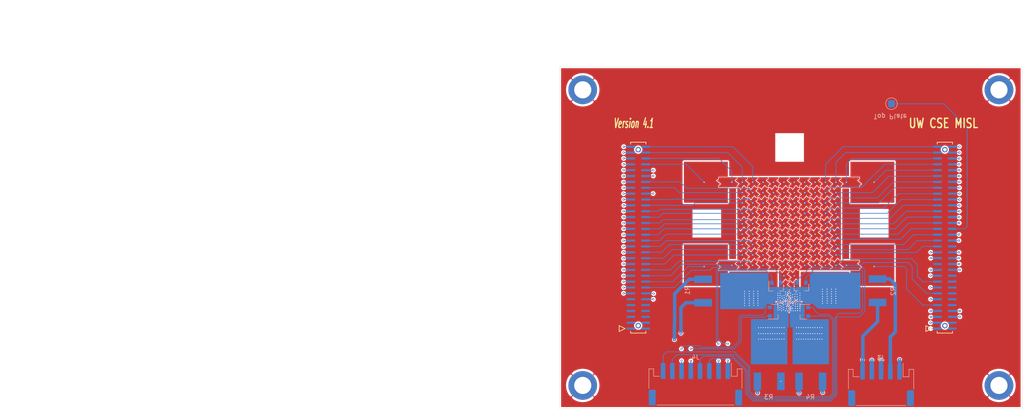
<source format=kicad_pcb>
(kicad_pcb (version 20171130) (host pcbnew 5.1.5+dfsg1-2build2)
  (title_block (title "PurpleDrop ElectrodeBoard Revision 4.1") (date 2020-09-29) (rev 4.1) (company "University of Washington Molecular Information Systems Lab"))
  (layers (0 F.Cu signal) (1 In1.Cu signal) (2 In2.Cu signal) (31 B.Cu signal) (34 B.Paste user hide) (35 F.Paste user hide) (36 B.SilkS user hide) (37 F.SilkS user) (38 B.Mask user) (39 F.Mask user hide) (44 Edge.Cuts user))
  (net 0 "")
  (net 1 /P1)
  (net 2 /P2)
  (net 3 /P3)
  (net 4 /P4)
  (net 5 /P80)
  (net 6 /P79)
  (net 7 /P81)
  (net 8 /P78)
  (net 9 /P82)
  (net 10 /P77)
  (net 11 /P83)
  (net 12 /P76)
  (net 13 /P84)
  (net 14 /P75)
  (net 15 /P85)
  (net 16 /P74)
  (net 17 /P86)
  (net 18 /P73)
  (net 19 /P87)
  (net 20 /P72)
  (net 21 /P88)
  (net 22 /P71)
  (net 23 /P89)
  (net 24 /P70)
  (net 25 /P90)
  (net 26 /P69)
  (net 27 /P91)
  (net 28 /P68)
  (net 29 /P92)
  (net 30 /P67)
  (net 31 /P93)
  (net 32 /P66)
  (net 33 /P94)
  (net 34 /P65)
  (net 35 /P95)
  (net 36 /P64)
  (net 37 /P96)
  (net 38 /P127)
  (net 39 /P97)
  (net 40 /P126)
  (net 41 /P98)
  (net 42 /P125)
  (net 43 /P99)
  (net 44 /P124)
  (net 45 /P100)
  (net 46 /P123)
  (net 47 /P101)
  (net 48 /P122)
  (net 49 /P102)
  (net 50 /P121)
  (net 51 /P103)
  (net 52 /P120)
  (net 53 /P104)
  (net 54 /P119)
  (net 55 /P105)
  (net 56 /P118)
  (net 57 /P106)
  (net 58 /P117)
  (net 59 /P107)
  (net 60 /P116)
  (net 61 /P108)
  (net 62 /P115)
  (net 63 /P109)
  (net 64 /P114)
  (net 65 /P110)
  (net 66 /P113)
  (net 67 /P111)
  (net 68 /P112)
  (net 69 /P48)
  (net 70 /P47)
  (net 71 /P49)
  (net 72 /P46)
  (net 73 /P50)
  (net 74 /P45)
  (net 75 /P51)
  (net 76 /P44)
  (net 77 /P52)
  (net 78 /P43)
  (net 79 /P53)
  (net 80 /P42)
  (net 81 /P54)
  (net 82 /P41)
  (net 83 /P55)
  (net 84 /P40)
  (net 85 /P56)
  (net 86 /P39)
  (net 87 /P57)
  (net 88 /P38)
  (net 89 /P58)
  (net 90 /P37)
  (net 91 /P59)
  (net 92 /P36)
  (net 93 /P60)
  (net 94 /P35)
  (net 95 /P61)
  (net 96 /P34)
  (net 97 /P62)
  (net 98 /P33)
  (net 99 /P63)
  (net 100 /P32)
  (net 101 /P0)
  (net 102 /P31)
  (net 103 /P30)
  (net 104 /P29)
  (net 105 /P28)
  (net 106 /P27)
  (net 107 /P5)
  (net 108 /P26)
  (net 109 /P6)
  (net 110 /P25)
  (net 111 /P7)
  (net 112 /P24)
  (net 113 /P8)
  (net 114 /P23)
  (net 115 /P9)
  (net 116 /P22)
  (net 117 /P10)
  (net 118 /P21)
  (net 119 /P11)
  (net 120 /P20)
  (net 121 /P12)
  (net 122 /P19)
  (net 123 /P13)
  (net 124 /P18)
  (net 125 /P14)
  (net 126 /P17)
  (net 127 /P15)
  (net 128 /P16)
  (net 129 "Net-(J3-Pad2)")
  (net 130 "Net-(J3-Pad1)")
  (net 131 "Net-(J3-Pad4)")
  (net 132 "Net-(J3-Pad3)")
  (net 133 "Net-(J3-Pad5)")
  (net 134 /RTD4_B)
  (net 135 /RTD4_A)
  (net 136 /RTD3_B)
  (net 137 /RTD3_A)
  (net 138 /RTD2_B)
  (net 139 /RTD2_A)
  (net 140 /RTD1_B)
  (net 141 /RTD1_A)
  (net 142 /POUR)
  (module electrode_points_1_40deg_tl (layer F.Cu) (at 200.75 102)
    (fp_text reference E98 hide)
    (fp_text value DMFElectrode)
    (pad 1 smd custom (at 0 0) (size 0.5 0.5) (layers F.Cu F.Paste F.Mask) (net 6 /P79) (options (clearance outline) (anchor circle)) (primitives (gr_poly (pts (xy -1.07 -1.07) (xy -0.771011 -1.07) (xy -0.42478 -0.621868) (xy -0.30772 -0.621868) (xy 0.36625 -1.467323) (xy 0.693989 -1.07) (xy 1.07 -1.07) (xy 1.07 -0.771011) (xy 1.07 -0.42478) (xy 1.07 -0.30772) (xy 1.07 0.36625) (xy 1.07 0.693989) (xy 1.07 1.07) (xy 0.771011 1.07) (xy 0.42478 1.07) (xy 0.30772 1.07) (xy -0.36625 1.07) (xy -0.693989 1.07) (xy -1.07 1.07) (xy -1.07 0.771011) (xy -0.621868 0.42478) (xy -0.621868 0.30772) (xy -1.467323 -0.36625) (xy -1.07 -0.693989) (xy -1.07 -1.07)) (width 0.0001))))
  )
  (module electrode_points_1_40deg_tr (layer F.Cu) (at 198.5 102)
    (fp_text reference E97 hide)
    (fp_text value DMFElectrode)
    (pad 1 smd custom (at 0 0) (size 0.5 0.5) (layers F.Cu F.Paste F.Mask) (net 79 /P53) (options (clearance outline) (anchor circle)) (primitives (gr_poly (pts (xy -1.07 -1.07) (xy -0.771011 -1.07) (xy -0.42478 -0.621868) (xy -0.30772 -0.621868) (xy 0.36625 -1.467323) (xy 0.693989 -1.07) (xy 1.07 -1.07) (xy 1.07 -0.771011) (xy 0.621868 -0.42478) (xy 0.621868 -0.30772) (xy 1.467323 0.36625) (xy 1.07 0.693989) (xy 1.07 1.07) (xy 0.771011 1.07) (xy 0.42478 1.07) (xy 0.30772 1.07) (xy -0.36625 1.07) (xy -0.693989 1.07) (xy -1.07 1.07) (xy -1.07 0.771011) (xy -1.07 0.42478) (xy -1.07 0.30772) (xy -1.07 -0.36625) (xy -1.07 -0.693989) (xy -1.07 -1.07)) (width 0.0001))))
  )
  (module electrode_points_1_40deg_tbl (layer F.Cu) (at 200.75 99.75)
    (fp_text reference E96 hide)
    (fp_text value DMFElectrode)
    (pad 1 smd custom (at 0 0) (size 0.5 0.5) (layers F.Cu F.Paste F.Mask) (net 8 /P78) (options (clearance outline) (anchor circle)) (primitives (gr_poly (pts (xy -1.07 -1.07) (xy -0.771011 -1.07) (xy -0.42478 -0.621868) (xy -0.30772 -0.621868) (xy 0.36625 -1.467323) (xy 0.693989 -1.07) (xy 1.07 -1.07) (xy 1.07 -0.771011) (xy 1.07 -0.42478) (xy 1.07 -0.30772) (xy 1.07 0.36625) (xy 1.07 0.693989) (xy 1.07 1.07) (xy 0.771011 1.07) (xy 0.42478 0.621868) (xy 0.30772 0.621868) (xy -0.36625 1.467323) (xy -0.693989 1.07) (xy -1.07 1.07) (xy -1.07 0.771011) (xy -0.621868 0.42478) (xy -0.621868 0.30772) (xy -1.467323 -0.36625) (xy -1.07 -0.693989) (xy -1.07 -1.07)) (width 0.0001))))
  )
  (module electrode_points_1_40deg_trb (layer F.Cu) (at 198.5 99.75)
    (fp_text reference E95 hide)
    (fp_text value DMFElectrode)
    (pad 1 smd custom (at 0 0) (size 0.5 0.5) (layers F.Cu F.Paste F.Mask) (net 81 /P54) (options (clearance outline) (anchor circle)) (primitives (gr_poly (pts (xy -1.07 -1.07) (xy -0.771011 -1.07) (xy -0.42478 -0.621868) (xy -0.30772 -0.621868) (xy 0.36625 -1.467323) (xy 0.693989 -1.07) (xy 1.07 -1.07) (xy 1.07 -0.771011) (xy 0.621868 -0.42478) (xy 0.621868 -0.30772) (xy 1.467323 0.36625) (xy 1.07 0.693989) (xy 1.07 1.07) (xy 0.771011 1.07) (xy 0.42478 0.621868) (xy 0.30772 0.621868) (xy -0.36625 1.467323) (xy -0.693989 1.07) (xy -1.07 1.07) (xy -1.07 0.771011) (xy -1.07 0.42478) (xy -1.07 0.30772) (xy -1.07 -0.36625) (xy -1.07 -0.693989) (xy -1.07 -1.07)) (width 0.0001))))
  )
  (module electrode_points_1_40deg_tbl (layer F.Cu) (at 200.75 97.5)
    (fp_text reference E94 hide)
    (fp_text value DMFElectrode)
    (pad 1 smd custom (at 0 0) (size 0.5 0.5) (layers F.Cu F.Paste F.Mask) (net 10 /P77) (options (clearance outline) (anchor circle)) (primitives (gr_poly (pts (xy -1.07 -1.07) (xy -0.771011 -1.07) (xy -0.42478 -0.621868) (xy -0.30772 -0.621868) (xy 0.36625 -1.467323) (xy 0.693989 -1.07) (xy 1.07 -1.07) (xy 1.07 -0.771011) (xy 1.07 -0.42478) (xy 1.07 -0.30772) (xy 1.07 0.36625) (xy 1.07 0.693989) (xy 1.07 1.07) (xy 0.771011 1.07) (xy 0.42478 0.621868) (xy 0.30772 0.621868) (xy -0.36625 1.467323) (xy -0.693989 1.07) (xy -1.07 1.07) (xy -1.07 0.771011) (xy -0.621868 0.42478) (xy -0.621868 0.30772) (xy -1.467323 -0.36625) (xy -1.07 -0.693989) (xy -1.07 -1.07)) (width 0.0001))))
  )
  (module electrode_points_1_40deg_trb (layer F.Cu) (at 198.5 97.5)
    (fp_text reference E93 hide)
    (fp_text value DMFElectrode)
    (pad 1 smd custom (at 0 0) (size 0.5 0.5) (layers F.Cu F.Paste F.Mask) (net 82 /P41) (options (clearance outline) (anchor circle)) (primitives (gr_poly (pts (xy -1.07 -1.07) (xy -0.771011 -1.07) (xy -0.42478 -0.621868) (xy -0.30772 -0.621868) (xy 0.36625 -1.467323) (xy 0.693989 -1.07) (xy 1.07 -1.07) (xy 1.07 -0.771011) (xy 0.621868 -0.42478) (xy 0.621868 -0.30772) (xy 1.467323 0.36625) (xy 1.07 0.693989) (xy 1.07 1.07) (xy 0.771011 1.07) (xy 0.42478 0.621868) (xy 0.30772 0.621868) (xy -0.36625 1.467323) (xy -0.693989 1.07) (xy -1.07 1.07) (xy -1.07 0.771011) (xy -1.07 0.42478) (xy -1.07 0.30772) (xy -1.07 -0.36625) (xy -1.07 -0.693989) (xy -1.07 -1.07)) (width 0.0001))))
  )
  (module electrode_points_1_40deg_tbl (layer F.Cu) (at 200.75 95.25)
    (fp_text reference E92 hide)
    (fp_text value DMFElectrode)
    (pad 1 smd custom (at 0 0) (size 0.5 0.5) (layers F.Cu F.Paste F.Mask) (net 12 /P76) (options (clearance outline) (anchor circle)) (primitives (gr_poly (pts (xy -1.07 -1.07) (xy -0.771011 -1.07) (xy -0.42478 -0.621868) (xy -0.30772 -0.621868) (xy 0.36625 -1.467323) (xy 0.693989 -1.07) (xy 1.07 -1.07) (xy 1.07 -0.771011) (xy 1.07 -0.42478) (xy 1.07 -0.30772) (xy 1.07 0.36625) (xy 1.07 0.693989) (xy 1.07 1.07) (xy 0.771011 1.07) (xy 0.42478 0.621868) (xy 0.30772 0.621868) (xy -0.36625 1.467323) (xy -0.693989 1.07) (xy -1.07 1.07) (xy -1.07 0.771011) (xy -0.621868 0.42478) (xy -0.621868 0.30772) (xy -1.467323 -0.36625) (xy -1.07 -0.693989) (xy -1.07 -1.07)) (width 0.0001))))
  )
  (module electrode_points_1_40deg_trb (layer F.Cu) (at 198.5 95.25)
    (fp_text reference E91 hide)
    (fp_text value DMFElectrode)
    (pad 1 smd custom (at 0 0) (size 0.5 0.5) (layers F.Cu F.Paste F.Mask) (net 84 /P40) (options (clearance outline) (anchor circle)) (primitives (gr_poly (pts (xy -1.07 -1.07) (xy -0.771011 -1.07) (xy -0.42478 -0.621868) (xy -0.30772 -0.621868) (xy 0.36625 -1.467323) (xy 0.693989 -1.07) (xy 1.07 -1.07) (xy 1.07 -0.771011) (xy 0.621868 -0.42478) (xy 0.621868 -0.30772) (xy 1.467323 0.36625) (xy 1.07 0.693989) (xy 1.07 1.07) (xy 0.771011 1.07) (xy 0.42478 0.621868) (xy 0.30772 0.621868) (xy -0.36625 1.467323) (xy -0.693989 1.07) (xy -1.07 1.07) (xy -1.07 0.771011) (xy -1.07 0.42478) (xy -1.07 0.30772) (xy -1.07 -0.36625) (xy -1.07 -0.693989) (xy -1.07 -1.07)) (width 0.0001))))
  )
  (module electrode_points_1_40deg_trl (layer F.Cu) (at 209.75 93)
    (fp_text reference E90 hide)
    (fp_text value DMFElectrode)
    (pad 1 smd custom (at 0 0) (size 0.5 0.5) (layers F.Cu F.Paste F.Mask) (net 22 /P71) (options (clearance outline) (anchor circle)) (primitives (gr_poly (pts (xy -1.07 -1.07) (xy -0.771011 -1.07) (xy -0.42478 -0.621868) (xy -0.30772 -0.621868) (xy 0.36625 -1.467323) (xy 0.693989 -1.07) (xy 1.07 -1.07) (xy 1.07 -0.771011) (xy 0.621868 -0.42478) (xy 0.621868 -0.30772) (xy 1.467323 0.36625) (xy 1.07 0.693989) (xy 1.07 1.07) (xy 0.771011 1.07) (xy 0.42478 1.07) (xy 0.30772 1.07) (xy -0.36625 1.07) (xy -0.693989 1.07) (xy -1.07 1.07) (xy -1.07 0.771011) (xy -0.621868 0.42478) (xy -0.621868 0.30772) (xy -1.467323 -0.36625) (xy -1.07 -0.693989) (xy -1.07 -1.07)) (width 0.0001))))
  )
  (module electrode_points_1_40deg_rbl (layer F.Cu) (at 207.5 75)
    (fp_text reference E9 hide)
    (fp_text value DMFElectrode)
    (pad 1 smd custom (at 0 0) (size 0.5 0.5) (layers F.Cu F.Paste F.Mask) (net 68 /P112) (options (clearance outline) (anchor circle)) (primitives (gr_poly (pts (xy -1.07 -1.07) (xy -0.771011 -1.07) (xy -0.42478 -1.07) (xy -0.30772 -1.07) (xy 0.36625 -1.07) (xy 0.693989 -1.07) (xy 1.07 -1.07) (xy 1.07 -0.771011) (xy 0.621868 -0.42478) (xy 0.621868 -0.30772) (xy 1.467323 0.36625) (xy 1.07 0.693989) (xy 1.07 1.07) (xy 0.771011 1.07) (xy 0.42478 0.621868) (xy 0.30772 0.621868) (xy -0.36625 1.467323) (xy -0.693989 1.07) (xy -1.07 1.07) (xy -1.07 0.771011) (xy -0.621868 0.42478) (xy -0.621868 0.30772) (xy -1.467323 -0.36625) (xy -1.07 -0.693989) (xy -1.07 -1.07)) (width 0.0001))))
  )
  (module electrode_points_1_40deg_trl (layer F.Cu) (at 207.5 93)
    (fp_text reference E89 hide)
    (fp_text value DMFElectrode)
    (pad 1 smd custom (at 0 0) (size 0.5 0.5) (layers F.Cu F.Paste F.Mask) (net 20 /P72) (options (clearance outline) (anchor circle)) (primitives (gr_poly (pts (xy -1.07 -1.07) (xy -0.771011 -1.07) (xy -0.42478 -0.621868) (xy -0.30772 -0.621868) (xy 0.36625 -1.467323) (xy 0.693989 -1.07) (xy 1.07 -1.07) (xy 1.07 -0.771011) (xy 0.621868 -0.42478) (xy 0.621868 -0.30772) (xy 1.467323 0.36625) (xy 1.07 0.693989) (xy 1.07 1.07) (xy 0.771011 1.07) (xy 0.42478 1.07) (xy 0.30772 1.07) (xy -0.36625 1.07) (xy -0.693989 1.07) (xy -1.07 1.07) (xy -1.07 0.771011) (xy -0.621868 0.42478) (xy -0.621868 0.30772) (xy -1.467323 -0.36625) (xy -1.07 -0.693989) (xy -1.07 -1.07)) (width 0.0001))))
  )
  (module electrode_points_1_40deg_trl (layer F.Cu) (at 205.25 93)
    (fp_text reference E88 hide)
    (fp_text value DMFElectrode)
    (pad 1 smd custom (at 0 0) (size 0.5 0.5) (layers F.Cu F.Paste F.Mask) (net 9 /P82) (options (clearance outline) (anchor circle)) (primitives (gr_poly (pts (xy -1.07 -1.07) (xy -0.771011 -1.07) (xy -0.42478 -0.621868) (xy -0.30772 -0.621868) (xy 0.36625 -1.467323) (xy 0.693989 -1.07) (xy 1.07 -1.07) (xy 1.07 -0.771011) (xy 0.621868 -0.42478) (xy 0.621868 -0.30772) (xy 1.467323 0.36625) (xy 1.07 0.693989) (xy 1.07 1.07) (xy 0.771011 1.07) (xy 0.42478 1.07) (xy 0.30772 1.07) (xy -0.36625 1.07) (xy -0.693989 1.07) (xy -1.07 1.07) (xy -1.07 0.771011) (xy -0.621868 0.42478) (xy -0.621868 0.30772) (xy -1.467323 -0.36625) (xy -1.07 -0.693989) (xy -1.07 -1.07)) (width 0.0001))))
  )
  (module electrode_points_1_40deg_trl (layer F.Cu) (at 203 93)
    (fp_text reference E87 hide)
    (fp_text value DMFElectrode)
    (pad 1 smd custom (at 0 0) (size 0.5 0.5) (layers F.Cu F.Paste F.Mask) (net 16 /P74) (options (clearance outline) (anchor circle)) (primitives (gr_poly (pts (xy -1.07 -1.07) (xy -0.771011 -1.07) (xy -0.42478 -0.621868) (xy -0.30772 -0.621868) (xy 0.36625 -1.467323) (xy 0.693989 -1.07) (xy 1.07 -1.07) (xy 1.07 -0.771011) (xy 0.621868 -0.42478) (xy 0.621868 -0.30772) (xy 1.467323 0.36625) (xy 1.07 0.693989) (xy 1.07 1.07) (xy 0.771011 1.07) (xy 0.42478 1.07) (xy 0.30772 1.07) (xy -0.36625 1.07) (xy -0.693989 1.07) (xy -1.07 1.07) (xy -1.07 0.771011) (xy -0.621868 0.42478) (xy -0.621868 0.30772) (xy -1.467323 -0.36625) (xy -1.07 -0.693989) (xy -1.07 -1.07)) (width 0.0001))))
  )
  (module electrode_points_1_40deg_trbl (layer F.Cu) (at 200.75 93)
    (fp_text reference E86 hide)
    (fp_text value DMFElectrode)
    (pad 1 smd custom (at 0 0) (size 0.5 0.5) (layers F.Cu F.Paste F.Mask) (net 11 /P83) (options (clearance outline) (anchor circle)) (primitives (gr_poly (pts (xy -1.07 -1.07) (xy -0.771011 -1.07) (xy -0.42478 -0.621868) (xy -0.30772 -0.621868) (xy 0.36625 -1.467323) (xy 0.693989 -1.07) (xy 1.07 -1.07) (xy 1.07 -0.771011) (xy 0.621868 -0.42478) (xy 0.621868 -0.30772) (xy 1.467323 0.36625) (xy 1.07 0.693989) (xy 1.07 1.07) (xy 0.771011 1.07) (xy 0.42478 0.621868) (xy 0.30772 0.621868) (xy -0.36625 1.467323) (xy -0.693989 1.07) (xy -1.07 1.07) (xy -1.07 0.771011) (xy -0.621868 0.42478) (xy -0.621868 0.30772) (xy -1.467323 -0.36625) (xy -1.07 -0.693989) (xy -1.07 -1.07)) (width 0.0001))))
  )
  (module electrode_points_1_40deg_trbl (layer F.Cu) (at 198.5 93)
    (fp_text reference E85 hide)
    (fp_text value DMFElectrode)
    (pad 1 smd custom (at 0 0) (size 0.5 0.5) (layers F.Cu F.Paste F.Mask) (net 98 /P33) (options (clearance outline) (anchor circle)) (primitives (gr_poly (pts (xy -1.07 -1.07) (xy -0.771011 -1.07) (xy -0.42478 -0.621868) (xy -0.30772 -0.621868) (xy 0.36625 -1.467323) (xy 0.693989 -1.07) (xy 1.07 -1.07) (xy 1.07 -0.771011) (xy 0.621868 -0.42478) (xy 0.621868 -0.30772) (xy 1.467323 0.36625) (xy 1.07 0.693989) (xy 1.07 1.07) (xy 0.771011 1.07) (xy 0.42478 0.621868) (xy 0.30772 0.621868) (xy -0.36625 1.467323) (xy -0.693989 1.07) (xy -1.07 1.07) (xy -1.07 0.771011) (xy -0.621868 0.42478) (xy -0.621868 0.30772) (xy -1.467323 -0.36625) (xy -1.07 -0.693989) (xy -1.07 -1.07)) (width 0.0001))))
  )
  (module electrode_points_1_40deg_trl (layer F.Cu) (at 196.25 93)
    (fp_text reference E84 hide)
    (fp_text value DMFElectrode)
    (pad 1 smd custom (at 0 0) (size 0.5 0.5) (layers F.Cu F.Paste F.Mask) (net 96 /P34) (options (clearance outline) (anchor circle)) (primitives (gr_poly (pts (xy -1.07 -1.07) (xy -0.771011 -1.07) (xy -0.42478 -0.621868) (xy -0.30772 -0.621868) (xy 0.36625 -1.467323) (xy 0.693989 -1.07) (xy 1.07 -1.07) (xy 1.07 -0.771011) (xy 0.621868 -0.42478) (xy 0.621868 -0.30772) (xy 1.467323 0.36625) (xy 1.07 0.693989) (xy 1.07 1.07) (xy 0.771011 1.07) (xy 0.42478 1.07) (xy 0.30772 1.07) (xy -0.36625 1.07) (xy -0.693989 1.07) (xy -1.07 1.07) (xy -1.07 0.771011) (xy -0.621868 0.42478) (xy -0.621868 0.30772) (xy -1.467323 -0.36625) (xy -1.07 -0.693989) (xy -1.07 -1.07)) (width 0.0001))))
  )
  (module electrode_points_1_40deg_trl (layer F.Cu) (at 194 93)
    (fp_text reference E83 hide)
    (fp_text value DMFElectrode)
    (pad 1 smd custom (at 0 0) (size 0.5 0.5) (layers F.Cu F.Paste F.Mask) (net 86 /P39) (options (clearance outline) (anchor circle)) (primitives (gr_poly (pts (xy -1.07 -1.07) (xy -0.771011 -1.07) (xy -0.42478 -0.621868) (xy -0.30772 -0.621868) (xy 0.36625 -1.467323) (xy 0.693989 -1.07) (xy 1.07 -1.07) (xy 1.07 -0.771011) (xy 0.621868 -0.42478) (xy 0.621868 -0.30772) (xy 1.467323 0.36625) (xy 1.07 0.693989) (xy 1.07 1.07) (xy 0.771011 1.07) (xy 0.42478 1.07) (xy 0.30772 1.07) (xy -0.36625 1.07) (xy -0.693989 1.07) (xy -1.07 1.07) (xy -1.07 0.771011) (xy -0.621868 0.42478) (xy -0.621868 0.30772) (xy -1.467323 -0.36625) (xy -1.07 -0.693989) (xy -1.07 -1.07)) (width 0.0001))))
  )
  (module electrode_points_1_40deg_trl (layer F.Cu) (at 191.75 93)
    (fp_text reference E82 hide)
    (fp_text value DMFElectrode)
    (pad 1 smd custom (at 0 0) (size 0.5 0.5) (layers F.Cu F.Paste F.Mask) (net 89 /P58) (options (clearance outline) (anchor circle)) (primitives (gr_poly (pts (xy -1.07 -1.07) (xy -0.771011 -1.07) (xy -0.42478 -0.621868) (xy -0.30772 -0.621868) (xy 0.36625 -1.467323) (xy 0.693989 -1.07) (xy 1.07 -1.07) (xy 1.07 -0.771011) (xy 0.621868 -0.42478) (xy 0.621868 -0.30772) (xy 1.467323 0.36625) (xy 1.07 0.693989) (xy 1.07 1.07) (xy 0.771011 1.07) (xy 0.42478 1.07) (xy 0.30772 1.07) (xy -0.36625 1.07) (xy -0.693989 1.07) (xy -1.07 1.07) (xy -1.07 0.771011) (xy -0.621868 0.42478) (xy -0.621868 0.30772) (xy -1.467323 -0.36625) (xy -1.07 -0.693989) (xy -1.07 -1.07)) (width 0.0001))))
  )
  (module electrode_points_1_40deg_trl (layer F.Cu) (at 189.5 93)
    (fp_text reference E81 hide)
    (fp_text value DMFElectrode)
    (pad 1 smd custom (at 0 0) (size 0.5 0.5) (layers F.Cu F.Paste F.Mask) (net 83 /P55) (options (clearance outline) (anchor circle)) (primitives (gr_poly (pts (xy -1.07 -1.07) (xy -0.771011 -1.07) (xy -0.42478 -0.621868) (xy -0.30772 -0.621868) (xy 0.36625 -1.467323) (xy 0.693989 -1.07) (xy 1.07 -1.07) (xy 1.07 -0.771011) (xy 0.621868 -0.42478) (xy 0.621868 -0.30772) (xy 1.467323 0.36625) (xy 1.07 0.693989) (xy 1.07 1.07) (xy 0.771011 1.07) (xy 0.42478 1.07) (xy 0.30772 1.07) (xy -0.36625 1.07) (xy -0.693989 1.07) (xy -1.07 1.07) (xy -1.07 0.771011) (xy -0.621868 0.42478) (xy -0.621868 0.30772) (xy -1.467323 -0.36625) (xy -1.07 -0.693989) (xy -1.07 -1.07)) (width 0.0001))))
  )
  (module electrode_points_1_40deg_tbl (layer F.Cu) (at 209.75 90.75)
    (fp_text reference E80 hide)
    (fp_text value DMFElectrode)
    (pad 1 smd custom (at 0 0) (size 0.5 0.5) (layers F.Cu F.Paste F.Mask) (net 34 /P65) (options (clearance outline) (anchor circle)) (primitives (gr_poly (pts (xy -1.07 -1.07) (xy -0.771011 -1.07) (xy -0.42478 -0.621868) (xy -0.30772 -0.621868) (xy 0.36625 -1.467323) (xy 0.693989 -1.07) (xy 1.07 -1.07) (xy 1.07 -0.771011) (xy 1.07 -0.42478) (xy 1.07 -0.30772) (xy 1.07 0.36625) (xy 1.07 0.693989) (xy 1.07 1.07) (xy 0.771011 1.07) (xy 0.42478 0.621868) (xy 0.30772 0.621868) (xy -0.36625 1.467323) (xy -0.693989 1.07) (xy -1.07 1.07) (xy -1.07 0.771011) (xy -0.621868 0.42478) (xy -0.621868 0.30772) (xy -1.467323 -0.36625) (xy -1.07 -0.693989) (xy -1.07 -1.07)) (width 0.0001))))
  )
  (module electrode_points_1_40deg_rbl (layer F.Cu) (at 205.25 75)
    (fp_text reference E8 hide)
    (fp_text value DMFElectrode)
    (pad 1 smd custom (at 0 0) (size 0.5 0.5) (layers F.Cu F.Paste F.Mask) (net 37 /P96) (options (clearance outline) (anchor circle)) (primitives (gr_poly (pts (xy -1.07 -1.07) (xy -0.771011 -1.07) (xy -0.42478 -1.07) (xy -0.30772 -1.07) (xy 0.36625 -1.07) (xy 0.693989 -1.07) (xy 1.07 -1.07) (xy 1.07 -0.771011) (xy 0.621868 -0.42478) (xy 0.621868 -0.30772) (xy 1.467323 0.36625) (xy 1.07 0.693989) (xy 1.07 1.07) (xy 0.771011 1.07) (xy 0.42478 0.621868) (xy 0.30772 0.621868) (xy -0.36625 1.467323) (xy -0.693989 1.07) (xy -1.07 1.07) (xy -1.07 0.771011) (xy -0.621868 0.42478) (xy -0.621868 0.30772) (xy -1.467323 -0.36625) (xy -1.07 -0.693989) (xy -1.07 -1.07)) (width 0.0001))))
  )
  (module electrode_points_1_40deg_trbl (layer F.Cu) (at 207.5 90.75)
    (fp_text reference E79 hide)
    (fp_text value DMFElectrode)
    (pad 1 smd custom (at 0 0) (size 0.5 0.5) (layers F.Cu F.Paste F.Mask) (net 36 /P64) (options (clearance outline) (anchor circle)) (primitives (gr_poly (pts (xy -1.07 -1.07) (xy -0.771011 -1.07) (xy -0.42478 -0.621868) (xy -0.30772 -0.621868) (xy 0.36625 -1.467323) (xy 0.693989 -1.07) (xy 1.07 -1.07) (xy 1.07 -0.771011) (xy 0.621868 -0.42478) (xy 0.621868 -0.30772) (xy 1.467323 0.36625) (xy 1.07 0.693989) (xy 1.07 1.07) (xy 0.771011 1.07) (xy 0.42478 0.621868) (xy 0.30772 0.621868) (xy -0.36625 1.467323) (xy -0.693989 1.07) (xy -1.07 1.07) (xy -1.07 0.771011) (xy -0.621868 0.42478) (xy -0.621868 0.30772) (xy -1.467323 -0.36625) (xy -1.07 -0.693989) (xy -1.07 -1.07)) (width 0.0001))))
  )
  (module electrode_points_1_40deg_trbl (layer F.Cu) (at 205.25 90.75)
    (fp_text reference E78 hide)
    (fp_text value DMFElectrode)
    (pad 1 smd custom (at 0 0) (size 0.5 0.5) (layers F.Cu F.Paste F.Mask) (net 24 /P70) (options (clearance outline) (anchor circle)) (primitives (gr_poly (pts (xy -1.07 -1.07) (xy -0.771011 -1.07) (xy -0.42478 -0.621868) (xy -0.30772 -0.621868) (xy 0.36625 -1.467323) (xy 0.693989 -1.07) (xy 1.07 -1.07) (xy 1.07 -0.771011) (xy 0.621868 -0.42478) (xy 0.621868 -0.30772) (xy 1.467323 0.36625) (xy 1.07 0.693989) (xy 1.07 1.07) (xy 0.771011 1.07) (xy 0.42478 0.621868) (xy 0.30772 0.621868) (xy -0.36625 1.467323) (xy -0.693989 1.07) (xy -1.07 1.07) (xy -1.07 0.771011) (xy -0.621868 0.42478) (xy -0.621868 0.30772) (xy -1.467323 -0.36625) (xy -1.07 -0.693989) (xy -1.07 -1.07)) (width 0.0001))))
  )
  (module electrode_points_1_40deg_trbl (layer F.Cu) (at 203 90.75)
    (fp_text reference E77 hide)
    (fp_text value DMFElectrode)
    (pad 1 smd custom (at 0 0) (size 0.5 0.5) (layers F.Cu F.Paste F.Mask) (net 29 /P92) (options (clearance outline) (anchor circle)) (primitives (gr_poly (pts (xy -1.07 -1.07) (xy -0.771011 -1.07) (xy -0.42478 -0.621868) (xy -0.30772 -0.621868) (xy 0.36625 -1.467323) (xy 0.693989 -1.07) (xy 1.07 -1.07) (xy 1.07 -0.771011) (xy 0.621868 -0.42478) (xy 0.621868 -0.30772) (xy 1.467323 0.36625) (xy 1.07 0.693989) (xy 1.07 1.07) (xy 0.771011 1.07) (xy 0.42478 0.621868) (xy 0.30772 0.621868) (xy -0.36625 1.467323) (xy -0.693989 1.07) (xy -1.07 1.07) (xy -1.07 0.771011) (xy -0.621868 0.42478) (xy -0.621868 0.30772) (xy -1.467323 -0.36625) (xy -1.07 -0.693989) (xy -1.07 -1.07)) (width 0.0001))))
  )
  (module electrode_points_1_40deg_trbl (layer F.Cu) (at 200.75 90.75)
    (fp_text reference E76 hide)
    (fp_text value DMFElectrode)
    (pad 1 smd custom (at 0 0) (size 0.5 0.5) (layers F.Cu F.Paste F.Mask) (net 27 /P91) (options (clearance outline) (anchor circle)) (primitives (gr_poly (pts (xy -1.07 -1.07) (xy -0.771011 -1.07) (xy -0.42478 -0.621868) (xy -0.30772 -0.621868) (xy 0.36625 -1.467323) (xy 0.693989 -1.07) (xy 1.07 -1.07) (xy 1.07 -0.771011) (xy 0.621868 -0.42478) (xy 0.621868 -0.30772) (xy 1.467323 0.36625) (xy 1.07 0.693989) (xy 1.07 1.07) (xy 0.771011 1.07) (xy 0.42478 0.621868) (xy 0.30772 0.621868) (xy -0.36625 1.467323) (xy -0.693989 1.07) (xy -1.07 1.07) (xy -1.07 0.771011) (xy -0.621868 0.42478) (xy -0.621868 0.30772) (xy -1.467323 -0.36625) (xy -1.07 -0.693989) (xy -1.07 -1.07)) (width 0.0001))))
  )
  (module electrode_points_1_40deg_trbl (layer F.Cu) (at 198.5 90.75)
    (fp_text reference E75 hide)
    (fp_text value DMFElectrode)
    (pad 1 smd custom (at 0 0) (size 0.5 0.5) (layers F.Cu F.Paste F.Mask) (net 102 /P31) (options (clearance outline) (anchor circle)) (primitives (gr_poly (pts (xy -1.07 -1.07) (xy -0.771011 -1.07) (xy -0.42478 -0.621868) (xy -0.30772 -0.621868) (xy 0.36625 -1.467323) (xy 0.693989 -1.07) (xy 1.07 -1.07) (xy 1.07 -0.771011) (xy 0.621868 -0.42478) (xy 0.621868 -0.30772) (xy 1.467323 0.36625) (xy 1.07 0.693989) (xy 1.07 1.07) (xy 0.771011 1.07) (xy 0.42478 0.621868) (xy 0.30772 0.621868) (xy -0.36625 1.467323) (xy -0.693989 1.07) (xy -1.07 1.07) (xy -1.07 0.771011) (xy -0.621868 0.42478) (xy -0.621868 0.30772) (xy -1.467323 -0.36625) (xy -1.07 -0.693989) (xy -1.07 -1.07)) (width 0.0001))))
  )
  (module electrode_points_1_40deg_trbl (layer F.Cu) (at 196.25 90.75)
    (fp_text reference E74 hide)
    (fp_text value DMFElectrode)
    (pad 1 smd custom (at 0 0) (size 0.5 0.5) (layers F.Cu F.Paste F.Mask) (net 100 /P32) (options (clearance outline) (anchor circle)) (primitives (gr_poly (pts (xy -1.07 -1.07) (xy -0.771011 -1.07) (xy -0.42478 -0.621868) (xy -0.30772 -0.621868) (xy 0.36625 -1.467323) (xy 0.693989 -1.07) (xy 1.07 -1.07) (xy 1.07 -0.771011) (xy 0.621868 -0.42478) (xy 0.621868 -0.30772) (xy 1.467323 0.36625) (xy 1.07 0.693989) (xy 1.07 1.07) (xy 0.771011 1.07) (xy 0.42478 0.621868) (xy 0.30772 0.621868) (xy -0.36625 1.467323) (xy -0.693989 1.07) (xy -1.07 1.07) (xy -1.07 0.771011) (xy -0.621868 0.42478) (xy -0.621868 0.30772) (xy -1.467323 -0.36625) (xy -1.07 -0.693989) (xy -1.07 -1.07)) (width 0.0001))))
  )
  (module electrode_points_1_40deg_trbl (layer F.Cu) (at 194 90.75)
    (fp_text reference E73 hide)
    (fp_text value DMFElectrode)
    (pad 1 smd custom (at 0 0) (size 0.5 0.5) (layers F.Cu F.Paste F.Mask) (net 88 /P38) (options (clearance outline) (anchor circle)) (primitives (gr_poly (pts (xy -1.07 -1.07) (xy -0.771011 -1.07) (xy -0.42478 -0.621868) (xy -0.30772 -0.621868) (xy 0.36625 -1.467323) (xy 0.693989 -1.07) (xy 1.07 -1.07) (xy 1.07 -0.771011) (xy 0.621868 -0.42478) (xy 0.621868 -0.30772) (xy 1.467323 0.36625) (xy 1.07 0.693989) (xy 1.07 1.07) (xy 0.771011 1.07) (xy 0.42478 0.621868) (xy 0.30772 0.621868) (xy -0.36625 1.467323) (xy -0.693989 1.07) (xy -1.07 1.07) (xy -1.07 0.771011) (xy -0.621868 0.42478) (xy -0.621868 0.30772) (xy -1.467323 -0.36625) (xy -1.07 -0.693989) (xy -1.07 -1.07)) (width 0.0001))))
  )
  (module electrode_points_1_40deg_trbl (layer F.Cu) (at 191.75 90.75)
    (fp_text reference E72 hide)
    (fp_text value DMFElectrode)
    (pad 1 smd custom (at 0 0) (size 0.5 0.5) (layers F.Cu F.Paste F.Mask) (net 93 /P60) (options (clearance outline) (anchor circle)) (primitives (gr_poly (pts (xy -1.07 -1.07) (xy -0.771011 -1.07) (xy -0.42478 -0.621868) (xy -0.30772 -0.621868) (xy 0.36625 -1.467323) (xy 0.693989 -1.07) (xy 1.07 -1.07) (xy 1.07 -0.771011) (xy 0.621868 -0.42478) (xy 0.621868 -0.30772) (xy 1.467323 0.36625) (xy 1.07 0.693989) (xy 1.07 1.07) (xy 0.771011 1.07) (xy 0.42478 0.621868) (xy 0.30772 0.621868) (xy -0.36625 1.467323) (xy -0.693989 1.07) (xy -1.07 1.07) (xy -1.07 0.771011) (xy -0.621868 0.42478) (xy -0.621868 0.30772) (xy -1.467323 -0.36625) (xy -1.07 -0.693989) (xy -1.07 -1.07)) (width 0.0001))))
  )
  (module electrode_points_1_40deg_trb (layer F.Cu) (at 189.5 90.75)
    (fp_text reference E71 hide)
    (fp_text value DMFElectrode)
    (pad 1 smd custom (at 0 0) (size 0.5 0.5) (layers F.Cu F.Paste F.Mask) (net 91 /P59) (options (clearance outline) (anchor circle)) (primitives (gr_poly (pts (xy -1.07 -1.07) (xy -0.771011 -1.07) (xy -0.42478 -0.621868) (xy -0.30772 -0.621868) (xy 0.36625 -1.467323) (xy 0.693989 -1.07) (xy 1.07 -1.07) (xy 1.07 -0.771011) (xy 0.621868 -0.42478) (xy 0.621868 -0.30772) (xy 1.467323 0.36625) (xy 1.07 0.693989) (xy 1.07 1.07) (xy 0.771011 1.07) (xy 0.42478 0.621868) (xy 0.30772 0.621868) (xy -0.36625 1.467323) (xy -0.693989 1.07) (xy -1.07 1.07) (xy -1.07 0.771011) (xy -1.07 0.42478) (xy -1.07 0.30772) (xy -1.07 -0.36625) (xy -1.07 -0.693989) (xy -1.07 -1.07)) (width 0.0001))))
  )
  (module electrode_points_1_40deg_tbl (layer F.Cu) (at 209.75 88.5)
    (fp_text reference E70 hide)
    (fp_text value DMFElectrode)
    (pad 1 smd custom (at 0 0) (size 0.5 0.5) (layers F.Cu F.Paste F.Mask) (net 38 /P127) (options (clearance outline) (anchor circle)) (primitives (gr_poly (pts (xy -1.07 -1.07) (xy -0.771011 -1.07) (xy -0.42478 -0.621868) (xy -0.30772 -0.621868) (xy 0.36625 -1.467323) (xy 0.693989 -1.07) (xy 1.07 -1.07) (xy 1.07 -0.771011) (xy 1.07 -0.42478) (xy 1.07 -0.30772) (xy 1.07 0.36625) (xy 1.07 0.693989) (xy 1.07 1.07) (xy 0.771011 1.07) (xy 0.42478 0.621868) (xy 0.30772 0.621868) (xy -0.36625 1.467323) (xy -0.693989 1.07) (xy -1.07 1.07) (xy -1.07 0.771011) (xy -0.621868 0.42478) (xy -0.621868 0.30772) (xy -1.467323 -0.36625) (xy -1.07 -0.693989) (xy -1.07 -1.07)) (width 0.0001))))
  )
  (module electrode_points_1_40deg_rbl (layer F.Cu) (at 203 75)
    (fp_text reference E7 hide)
    (fp_text value DMFElectrode)
    (pad 1 smd custom (at 0 0) (size 0.5 0.5) (layers F.Cu F.Paste F.Mask) (net 65 /P110) (options (clearance outline) (anchor circle)) (primitives (gr_poly (pts (xy -1.07 -1.07) (xy -0.771011 -1.07) (xy -0.42478 -1.07) (xy -0.30772 -1.07) (xy 0.36625 -1.07) (xy 0.693989 -1.07) (xy 1.07 -1.07) (xy 1.07 -0.771011) (xy 0.621868 -0.42478) (xy 0.621868 -0.30772) (xy 1.467323 0.36625) (xy 1.07 0.693989) (xy 1.07 1.07) (xy 0.771011 1.07) (xy 0.42478 0.621868) (xy 0.30772 0.621868) (xy -0.36625 1.467323) (xy -0.693989 1.07) (xy -1.07 1.07) (xy -1.07 0.771011) (xy -0.621868 0.42478) (xy -0.621868 0.30772) (xy -1.467323 -0.36625) (xy -1.07 -0.693989) (xy -1.07 -1.07)) (width 0.0001))))
  )
  (module electrode_points_1_40deg_trbl (layer F.Cu) (at 207.5 88.5)
    (fp_text reference E69 hide)
    (fp_text value DMFElectrode)
    (pad 1 smd custom (at 0 0) (size 0.5 0.5) (layers F.Cu F.Paste F.Mask) (net 40 /P126) (options (clearance outline) (anchor circle)) (primitives (gr_poly (pts (xy -1.07 -1.07) (xy -0.771011 -1.07) (xy -0.42478 -0.621868) (xy -0.30772 -0.621868) (xy 0.36625 -1.467323) (xy 0.693989 -1.07) (xy 1.07 -1.07) (xy 1.07 -0.771011) (xy 0.621868 -0.42478) (xy 0.621868 -0.30772) (xy 1.467323 0.36625) (xy 1.07 0.693989) (xy 1.07 1.07) (xy 0.771011 1.07) (xy 0.42478 0.621868) (xy 0.30772 0.621868) (xy -0.36625 1.467323) (xy -0.693989 1.07) (xy -1.07 1.07) (xy -1.07 0.771011) (xy -0.621868 0.42478) (xy -0.621868 0.30772) (xy -1.467323 -0.36625) (xy -1.07 -0.693989) (xy -1.07 -1.07)) (width 0.0001))))
  )
  (module electrode_points_1_40deg_trbl (layer F.Cu) (at 205.25 88.5)
    (fp_text reference E68 hide)
    (fp_text value DMFElectrode)
    (pad 1 smd custom (at 0 0) (size 0.5 0.5) (layers F.Cu F.Paste F.Mask) (net 26 /P69) (options (clearance outline) (anchor circle)) (primitives (gr_poly (pts (xy -1.07 -1.07) (xy -0.771011 -1.07) (xy -0.42478 -0.621868) (xy -0.30772 -0.621868) (xy 0.36625 -1.467323) (xy 0.693989 -1.07) (xy 1.07 -1.07) (xy 1.07 -0.771011) (xy 0.621868 -0.42478) (xy 0.621868 -0.30772) (xy 1.467323 0.36625) (xy 1.07 0.693989) (xy 1.07 1.07) (xy 0.771011 1.07) (xy 0.42478 0.621868) (xy 0.30772 0.621868) (xy -0.36625 1.467323) (xy -0.693989 1.07) (xy -1.07 1.07) (xy -1.07 0.771011) (xy -0.621868 0.42478) (xy -0.621868 0.30772) (xy -1.467323 -0.36625) (xy -1.07 -0.693989) (xy -1.07 -1.07)) (width 0.0001))))
  )
  (module electrode_points_1_40deg_trbl (layer F.Cu) (at 203 88.5)
    (fp_text reference E67 hide)
    (fp_text value DMFElectrode)
    (pad 1 smd custom (at 0 0) (size 0.5 0.5) (layers F.Cu F.Paste F.Mask) (net 43 /P99) (options (clearance outline) (anchor circle)) (primitives (gr_poly (pts (xy -1.07 -1.07) (xy -0.771011 -1.07) (xy -0.42478 -0.621868) (xy -0.30772 -0.621868) (xy 0.36625 -1.467323) (xy 0.693989 -1.07) (xy 1.07 -1.07) (xy 1.07 -0.771011) (xy 0.621868 -0.42478) (xy 0.621868 -0.30772) (xy 1.467323 0.36625) (xy 1.07 0.693989) (xy 1.07 1.07) (xy 0.771011 1.07) (xy 0.42478 0.621868) (xy 0.30772 0.621868) (xy -0.36625 1.467323) (xy -0.693989 1.07) (xy -1.07 1.07) (xy -1.07 0.771011) (xy -0.621868 0.42478) (xy -0.621868 0.30772) (xy -1.467323 -0.36625) (xy -1.07 -0.693989) (xy -1.07 -1.07)) (width 0.0001))))
  )
  (module electrode_points_1_40deg_trbl (layer F.Cu) (at 200.75 88.5)
    (fp_text reference E66 hide)
    (fp_text value DMFElectrode)
    (pad 1 smd custom (at 0 0) (size 0.5 0.5) (layers F.Cu F.Paste F.Mask) (net 41 /P98) (options (clearance outline) (anchor circle)) (primitives (gr_poly (pts (xy -1.07 -1.07) (xy -0.771011 -1.07) (xy -0.42478 -0.621868) (xy -0.30772 -0.621868) (xy 0.36625 -1.467323) (xy 0.693989 -1.07) (xy 1.07 -1.07) (xy 1.07 -0.771011) (xy 0.621868 -0.42478) (xy 0.621868 -0.30772) (xy 1.467323 0.36625) (xy 1.07 0.693989) (xy 1.07 1.07) (xy 0.771011 1.07) (xy 0.42478 0.621868) (xy 0.30772 0.621868) (xy -0.36625 1.467323) (xy -0.693989 1.07) (xy -1.07 1.07) (xy -1.07 0.771011) (xy -0.621868 0.42478) (xy -0.621868 0.30772) (xy -1.467323 -0.36625) (xy -1.07 -0.693989) (xy -1.07 -1.07)) (width 0.0001))))
  )
  (module electrode_points_1_40deg_trbl (layer F.Cu) (at 198.5 88.5)
    (fp_text reference E65 hide)
    (fp_text value DMFElectrode)
    (pad 1 smd custom (at 0 0) (size 0.5 0.5) (layers F.Cu F.Paste F.Mask) (net 104 /P29) (options (clearance outline) (anchor circle)) (primitives (gr_poly (pts (xy -1.07 -1.07) (xy -0.771011 -1.07) (xy -0.42478 -0.621868) (xy -0.30772 -0.621868) (xy 0.36625 -1.467323) (xy 0.693989 -1.07) (xy 1.07 -1.07) (xy 1.07 -0.771011) (xy 0.621868 -0.42478) (xy 0.621868 -0.30772) (xy 1.467323 0.36625) (xy 1.07 0.693989) (xy 1.07 1.07) (xy 0.771011 1.07) (xy 0.42478 0.621868) (xy 0.30772 0.621868) (xy -0.36625 1.467323) (xy -0.693989 1.07) (xy -1.07 1.07) (xy -1.07 0.771011) (xy -0.621868 0.42478) (xy -0.621868 0.30772) (xy -1.467323 -0.36625) (xy -1.07 -0.693989) (xy -1.07 -1.07)) (width 0.0001))))
  )
  (module electrode_points_1_40deg_trbl (layer F.Cu) (at 196.25 88.5)
    (fp_text reference E64 hide)
    (fp_text value DMFElectrode)
    (pad 1 smd custom (at 0 0) (size 0.5 0.5) (layers F.Cu F.Paste F.Mask) (net 103 /P30) (options (clearance outline) (anchor circle)) (primitives (gr_poly (pts (xy -1.07 -1.07) (xy -0.771011 -1.07) (xy -0.42478 -0.621868) (xy -0.30772 -0.621868) (xy 0.36625 -1.467323) (xy 0.693989 -1.07) (xy 1.07 -1.07) (xy 1.07 -0.771011) (xy 0.621868 -0.42478) (xy 0.621868 -0.30772) (xy 1.467323 0.36625) (xy 1.07 0.693989) (xy 1.07 1.07) (xy 0.771011 1.07) (xy 0.42478 0.621868) (xy 0.30772 0.621868) (xy -0.36625 1.467323) (xy -0.693989 1.07) (xy -1.07 1.07) (xy -1.07 0.771011) (xy -0.621868 0.42478) (xy -0.621868 0.30772) (xy -1.467323 -0.36625) (xy -1.07 -0.693989) (xy -1.07 -1.07)) (width 0.0001))))
  )
  (module electrode_points_1_40deg_trbl (layer F.Cu) (at 194 88.5)
    (fp_text reference E63 hide)
    (fp_text value DMFElectrode)
    (pad 1 smd custom (at 0 0) (size 0.5 0.5) (layers F.Cu F.Paste F.Mask) (net 90 /P37) (options (clearance outline) (anchor circle)) (primitives (gr_poly (pts (xy -1.07 -1.07) (xy -0.771011 -1.07) (xy -0.42478 -0.621868) (xy -0.30772 -0.621868) (xy 0.36625 -1.467323) (xy 0.693989 -1.07) (xy 1.07 -1.07) (xy 1.07 -0.771011) (xy 0.621868 -0.42478) (xy 0.621868 -0.30772) (xy 1.467323 0.36625) (xy 1.07 0.693989) (xy 1.07 1.07) (xy 0.771011 1.07) (xy 0.42478 0.621868) (xy 0.30772 0.621868) (xy -0.36625 1.467323) (xy -0.693989 1.07) (xy -1.07 1.07) (xy -1.07 0.771011) (xy -0.621868 0.42478) (xy -0.621868 0.30772) (xy -1.467323 -0.36625) (xy -1.07 -0.693989) (xy -1.07 -1.07)) (width 0.0001))))
  )
  (module electrode_points_1_40deg_trbl (layer F.Cu) (at 191.75 88.5)
    (fp_text reference E62 hide)
    (fp_text value DMFElectrode)
    (pad 1 smd custom (at 0 0) (size 0.5 0.5) (layers F.Cu F.Paste F.Mask) (net 97 /P62) (options (clearance outline) (anchor circle)) (primitives (gr_poly (pts (xy -1.07 -1.07) (xy -0.771011 -1.07) (xy -0.42478 -0.621868) (xy -0.30772 -0.621868) (xy 0.36625 -1.467323) (xy 0.693989 -1.07) (xy 1.07 -1.07) (xy 1.07 -0.771011) (xy 0.621868 -0.42478) (xy 0.621868 -0.30772) (xy 1.467323 0.36625) (xy 1.07 0.693989) (xy 1.07 1.07) (xy 0.771011 1.07) (xy 0.42478 0.621868) (xy 0.30772 0.621868) (xy -0.36625 1.467323) (xy -0.693989 1.07) (xy -1.07 1.07) (xy -1.07 0.771011) (xy -0.621868 0.42478) (xy -0.621868 0.30772) (xy -1.467323 -0.36625) (xy -1.07 -0.693989) (xy -1.07 -1.07)) (width 0.0001))))
  )
  (module electrode_points_1_40deg_trb (layer F.Cu) (at 189.5 88.5)
    (fp_text reference E61 hide)
    (fp_text value DMFElectrode)
    (pad 1 smd custom (at 0 0) (size 0.5 0.5) (layers F.Cu F.Paste F.Mask) (net 95 /P61) (options (clearance outline) (anchor circle)) (primitives (gr_poly (pts (xy -1.07 -1.07) (xy -0.771011 -1.07) (xy -0.42478 -0.621868) (xy -0.30772 -0.621868) (xy 0.36625 -1.467323) (xy 0.693989 -1.07) (xy 1.07 -1.07) (xy 1.07 -0.771011) (xy 0.621868 -0.42478) (xy 0.621868 -0.30772) (xy 1.467323 0.36625) (xy 1.07 0.693989) (xy 1.07 1.07) (xy 0.771011 1.07) (xy 0.42478 0.621868) (xy 0.30772 0.621868) (xy -0.36625 1.467323) (xy -0.693989 1.07) (xy -1.07 1.07) (xy -1.07 0.771011) (xy -1.07 0.42478) (xy -1.07 0.30772) (xy -1.07 -0.36625) (xy -1.07 -0.693989) (xy -1.07 -1.07)) (width 0.0001))))
  )
  (module electrode_points_1_40deg_tbl (layer F.Cu) (at 209.75 86.25)
    (fp_text reference E60 hide)
    (fp_text value DMFElectrode)
    (pad 1 smd custom (at 0 0) (size 0.5 0.5) (layers F.Cu F.Paste F.Mask) (net 42 /P125) (options (clearance outline) (anchor circle)) (primitives (gr_poly (pts (xy -1.07 -1.07) (xy -0.771011 -1.07) (xy -0.42478 -0.621868) (xy -0.30772 -0.621868) (xy 0.36625 -1.467323) (xy 0.693989 -1.07) (xy 1.07 -1.07) (xy 1.07 -0.771011) (xy 1.07 -0.42478) (xy 1.07 -0.30772) (xy 1.07 0.36625) (xy 1.07 0.693989) (xy 1.07 1.07) (xy 0.771011 1.07) (xy 0.42478 0.621868) (xy 0.30772 0.621868) (xy -0.36625 1.467323) (xy -0.693989 1.07) (xy -1.07 1.07) (xy -1.07 0.771011) (xy -0.621868 0.42478) (xy -0.621868 0.30772) (xy -1.467323 -0.36625) (xy -1.07 -0.693989) (xy -1.07 -1.07)) (width 0.0001))))
  )
  (module electrode_points_1_40deg_rbl (layer F.Cu) (at 200.75 75)
    (fp_text reference E6 hide)
    (fp_text value DMFElectrode)
    (pad 1 smd custom (at 0 0) (size 0.5 0.5) (layers F.Cu F.Paste F.Mask) (net 67 /P111) (options (clearance outline) (anchor circle)) (primitives (gr_poly (pts (xy -1.07 -1.07) (xy -0.771011 -1.07) (xy -0.42478 -1.07) (xy -0.30772 -1.07) (xy 0.36625 -1.07) (xy 0.693989 -1.07) (xy 1.07 -1.07) (xy 1.07 -0.771011) (xy 0.621868 -0.42478) (xy 0.621868 -0.30772) (xy 1.467323 0.36625) (xy 1.07 0.693989) (xy 1.07 1.07) (xy 0.771011 1.07) (xy 0.42478 0.621868) (xy 0.30772 0.621868) (xy -0.36625 1.467323) (xy -0.693989 1.07) (xy -1.07 1.07) (xy -1.07 0.771011) (xy -0.621868 0.42478) (xy -0.621868 0.30772) (xy -1.467323 -0.36625) (xy -1.07 -0.693989) (xy -1.07 -1.07)) (width 0.0001))))
  )
  (module electrode_points_1_40deg_trbl (layer F.Cu) (at 207.5 86.25)
    (fp_text reference E59 hide)
    (fp_text value DMFElectrode)
    (pad 1 smd custom (at 0 0) (size 0.5 0.5) (layers F.Cu F.Paste F.Mask) (net 44 /P124) (options (clearance outline) (anchor circle)) (primitives (gr_poly (pts (xy -1.07 -1.07) (xy -0.771011 -1.07) (xy -0.42478 -0.621868) (xy -0.30772 -0.621868) (xy 0.36625 -1.467323) (xy 0.693989 -1.07) (xy 1.07 -1.07) (xy 1.07 -0.771011) (xy 0.621868 -0.42478) (xy 0.621868 -0.30772) (xy 1.467323 0.36625) (xy 1.07 0.693989) (xy 1.07 1.07) (xy 0.771011 1.07) (xy 0.42478 0.621868) (xy 0.30772 0.621868) (xy -0.36625 1.467323) (xy -0.693989 1.07) (xy -1.07 1.07) (xy -1.07 0.771011) (xy -0.621868 0.42478) (xy -0.621868 0.30772) (xy -1.467323 -0.36625) (xy -1.07 -0.693989) (xy -1.07 -1.07)) (width 0.0001))))
  )
  (module electrode_points_1_40deg_trbl (layer F.Cu) (at 205.25 86.25)
    (fp_text reference E58 hide)
    (fp_text value DMFElectrode)
    (pad 1 smd custom (at 0 0) (size 0.5 0.5) (layers F.Cu F.Paste F.Mask) (net 30 /P67) (options (clearance outline) (anchor circle)) (primitives (gr_poly (pts (xy -1.07 -1.07) (xy -0.771011 -1.07) (xy -0.42478 -0.621868) (xy -0.30772 -0.621868) (xy 0.36625 -1.467323) (xy 0.693989 -1.07) (xy 1.07 -1.07) (xy 1.07 -0.771011) (xy 0.621868 -0.42478) (xy 0.621868 -0.30772) (xy 1.467323 0.36625) (xy 1.07 0.693989) (xy 1.07 1.07) (xy 0.771011 1.07) (xy 0.42478 0.621868) (xy 0.30772 0.621868) (xy -0.36625 1.467323) (xy -0.693989 1.07) (xy -1.07 1.07) (xy -1.07 0.771011) (xy -0.621868 0.42478) (xy -0.621868 0.30772) (xy -1.467323 -0.36625) (xy -1.07 -0.693989) (xy -1.07 -1.07)) (width 0.0001))))
  )
  (module electrode_points_1_40deg_trbl (layer F.Cu) (at 203 86.25)
    (fp_text reference E57 hide)
    (fp_text value DMFElectrode)
    (pad 1 smd custom (at 0 0) (size 0.5 0.5) (layers F.Cu F.Paste F.Mask) (net 47 /P101) (options (clearance outline) (anchor circle)) (primitives (gr_poly (pts (xy -1.07 -1.07) (xy -0.771011 -1.07) (xy -0.42478 -0.621868) (xy -0.30772 -0.621868) (xy 0.36625 -1.467323) (xy 0.693989 -1.07) (xy 1.07 -1.07) (xy 1.07 -0.771011) (xy 0.621868 -0.42478) (xy 0.621868 -0.30772) (xy 1.467323 0.36625) (xy 1.07 0.693989) (xy 1.07 1.07) (xy 0.771011 1.07) (xy 0.42478 0.621868) (xy 0.30772 0.621868) (xy -0.36625 1.467323) (xy -0.693989 1.07) (xy -1.07 1.07) (xy -1.07 0.771011) (xy -0.621868 0.42478) (xy -0.621868 0.30772) (xy -1.467323 -0.36625) (xy -1.07 -0.693989) (xy -1.07 -1.07)) (width 0.0001))))
  )
  (module electrode_points_1_40deg_trbl (layer F.Cu) (at 200.75 86.25)
    (fp_text reference E56 hide)
    (fp_text value DMFElectrode)
    (pad 1 smd custom (at 0 0) (size 0.5 0.5) (layers F.Cu F.Paste F.Mask) (net 45 /P100) (options (clearance outline) (anchor circle)) (primitives (gr_poly (pts (xy -1.07 -1.07) (xy -0.771011 -1.07) (xy -0.42478 -0.621868) (xy -0.30772 -0.621868) (xy 0.36625 -1.467323) (xy 0.693989 -1.07) (xy 1.07 -1.07) (xy 1.07 -0.771011) (xy 0.621868 -0.42478) (xy 0.621868 -0.30772) (xy 1.467323 0.36625) (xy 1.07 0.693989) (xy 1.07 1.07) (xy 0.771011 1.07) (xy 0.42478 0.621868) (xy 0.30772 0.621868) (xy -0.36625 1.467323) (xy -0.693989 1.07) (xy -1.07 1.07) (xy -1.07 0.771011) (xy -0.621868 0.42478) (xy -0.621868 0.30772) (xy -1.467323 -0.36625) (xy -1.07 -0.693989) (xy -1.07 -1.07)) (width 0.0001))))
  )
  (module electrode_points_1_40deg_trbl (layer F.Cu) (at 198.5 86.25)
    (fp_text reference E55 hide)
    (fp_text value DMFElectrode)
    (pad 1 smd custom (at 0 0) (size 0.5 0.5) (layers F.Cu F.Paste F.Mask) (net 106 /P27) (options (clearance outline) (anchor circle)) (primitives (gr_poly (pts (xy -1.07 -1.07) (xy -0.771011 -1.07) (xy -0.42478 -0.621868) (xy -0.30772 -0.621868) (xy 0.36625 -1.467323) (xy 0.693989 -1.07) (xy 1.07 -1.07) (xy 1.07 -0.771011) (xy 0.621868 -0.42478) (xy 0.621868 -0.30772) (xy 1.467323 0.36625) (xy 1.07 0.693989) (xy 1.07 1.07) (xy 0.771011 1.07) (xy 0.42478 0.621868) (xy 0.30772 0.621868) (xy -0.36625 1.467323) (xy -0.693989 1.07) (xy -1.07 1.07) (xy -1.07 0.771011) (xy -0.621868 0.42478) (xy -0.621868 0.30772) (xy -1.467323 -0.36625) (xy -1.07 -0.693989) (xy -1.07 -1.07)) (width 0.0001))))
  )
  (module electrode_points_1_40deg_trbl (layer F.Cu) (at 196.25 86.25)
    (fp_text reference E54 hide)
    (fp_text value DMFElectrode)
    (pad 1 smd custom (at 0 0) (size 0.5 0.5) (layers F.Cu F.Paste F.Mask) (net 105 /P28) (options (clearance outline) (anchor circle)) (primitives (gr_poly (pts (xy -1.07 -1.07) (xy -0.771011 -1.07) (xy -0.42478 -0.621868) (xy -0.30772 -0.621868) (xy 0.36625 -1.467323) (xy 0.693989 -1.07) (xy 1.07 -1.07) (xy 1.07 -0.771011) (xy 0.621868 -0.42478) (xy 0.621868 -0.30772) (xy 1.467323 0.36625) (xy 1.07 0.693989) (xy 1.07 1.07) (xy 0.771011 1.07) (xy 0.42478 0.621868) (xy 0.30772 0.621868) (xy -0.36625 1.467323) (xy -0.693989 1.07) (xy -1.07 1.07) (xy -1.07 0.771011) (xy -0.621868 0.42478) (xy -0.621868 0.30772) (xy -1.467323 -0.36625) (xy -1.07 -0.693989) (xy -1.07 -1.07)) (width 0.0001))))
  )
  (module electrode_points_1_40deg_trbl (layer F.Cu) (at 194 86.25)
    (fp_text reference E53 hide)
    (fp_text value DMFElectrode)
    (pad 1 smd custom (at 0 0) (size 0.5 0.5) (layers F.Cu F.Paste F.Mask) (net 92 /P36) (options (clearance outline) (anchor circle)) (primitives (gr_poly (pts (xy -1.07 -1.07) (xy -0.771011 -1.07) (xy -0.42478 -0.621868) (xy -0.30772 -0.621868) (xy 0.36625 -1.467323) (xy 0.693989 -1.07) (xy 1.07 -1.07) (xy 1.07 -0.771011) (xy 0.621868 -0.42478) (xy 0.621868 -0.30772) (xy 1.467323 0.36625) (xy 1.07 0.693989) (xy 1.07 1.07) (xy 0.771011 1.07) (xy 0.42478 0.621868) (xy 0.30772 0.621868) (xy -0.36625 1.467323) (xy -0.693989 1.07) (xy -1.07 1.07) (xy -1.07 0.771011) (xy -0.621868 0.42478) (xy -0.621868 0.30772) (xy -1.467323 -0.36625) (xy -1.07 -0.693989) (xy -1.07 -1.07)) (width 0.0001))))
  )
  (module electrode_points_1_40deg_trbl (layer F.Cu) (at 191.75 86.25)
    (fp_text reference E52 hide)
    (fp_text value DMFElectrode)
    (pad 1 smd custom (at 0 0) (size 0.5 0.5) (layers F.Cu F.Paste F.Mask) (net 101 /P0) (options (clearance outline) (anchor circle)) (primitives (gr_poly (pts (xy -1.07 -1.07) (xy -0.771011 -1.07) (xy -0.42478 -0.621868) (xy -0.30772 -0.621868) (xy 0.36625 -1.467323) (xy 0.693989 -1.07) (xy 1.07 -1.07) (xy 1.07 -0.771011) (xy 0.621868 -0.42478) (xy 0.621868 -0.30772) (xy 1.467323 0.36625) (xy 1.07 0.693989) (xy 1.07 1.07) (xy 0.771011 1.07) (xy 0.42478 0.621868) (xy 0.30772 0.621868) (xy -0.36625 1.467323) (xy -0.693989 1.07) (xy -1.07 1.07) (xy -1.07 0.771011) (xy -0.621868 0.42478) (xy -0.621868 0.30772) (xy -1.467323 -0.36625) (xy -1.07 -0.693989) (xy -1.07 -1.07)) (width 0.0001))))
  )
  (module electrode_points_1_40deg_trb (layer F.Cu) (at 189.5 86.25)
    (fp_text reference E51 hide)
    (fp_text value DMFElectrode)
    (pad 1 smd custom (at 0 0) (size 0.5 0.5) (layers F.Cu F.Paste F.Mask) (net 99 /P63) (options (clearance outline) (anchor circle)) (primitives (gr_poly (pts (xy -1.07 -1.07) (xy -0.771011 -1.07) (xy -0.42478 -0.621868) (xy -0.30772 -0.621868) (xy 0.36625 -1.467323) (xy 0.693989 -1.07) (xy 1.07 -1.07) (xy 1.07 -0.771011) (xy 0.621868 -0.42478) (xy 0.621868 -0.30772) (xy 1.467323 0.36625) (xy 1.07 0.693989) (xy 1.07 1.07) (xy 0.771011 1.07) (xy 0.42478 0.621868) (xy 0.30772 0.621868) (xy -0.36625 1.467323) (xy -0.693989 1.07) (xy -1.07 1.07) (xy -1.07 0.771011) (xy -1.07 0.42478) (xy -1.07 0.30772) (xy -1.07 -0.36625) (xy -1.07 -0.693989) (xy -1.07 -1.07)) (width 0.0001))))
  )
  (module electrode_points_1_40deg_tbl (layer F.Cu) (at 209.75 84)
    (fp_text reference E50 hide)
    (fp_text value DMFElectrode)
    (pad 1 smd custom (at 0 0) (size 0.5 0.5) (layers F.Cu F.Paste F.Mask) (net 46 /P123) (options (clearance outline) (anchor circle)) (primitives (gr_poly (pts (xy -1.07 -1.07) (xy -0.771011 -1.07) (xy -0.42478 -0.621868) (xy -0.30772 -0.621868) (xy 0.36625 -1.467323) (xy 0.693989 -1.07) (xy 1.07 -1.07) (xy 1.07 -0.771011) (xy 1.07 -0.42478) (xy 1.07 -0.30772) (xy 1.07 0.36625) (xy 1.07 0.693989) (xy 1.07 1.07) (xy 0.771011 1.07) (xy 0.42478 0.621868) (xy 0.30772 0.621868) (xy -0.36625 1.467323) (xy -0.693989 1.07) (xy -1.07 1.07) (xy -1.07 0.771011) (xy -0.621868 0.42478) (xy -0.621868 0.30772) (xy -1.467323 -0.36625) (xy -1.07 -0.693989) (xy -1.07 -1.07)) (width 0.0001))))
  )
  (module electrode_points_1_40deg_rbl (layer F.Cu) (at 198.5 75)
    (fp_text reference E5 hide)
    (fp_text value DMFElectrode)
    (pad 1 smd custom (at 0 0) (size 0.5 0.5) (layers F.Cu F.Paste F.Mask) (net 126 /P17) (options (clearance outline) (anchor circle)) (primitives (gr_poly (pts (xy -1.07 -1.07) (xy -0.771011 -1.07) (xy -0.42478 -1.07) (xy -0.30772 -1.07) (xy 0.36625 -1.07) (xy 0.693989 -1.07) (xy 1.07 -1.07) (xy 1.07 -0.771011) (xy 0.621868 -0.42478) (xy 0.621868 -0.30772) (xy 1.467323 0.36625) (xy 1.07 0.693989) (xy 1.07 1.07) (xy 0.771011 1.07) (xy 0.42478 0.621868) (xy 0.30772 0.621868) (xy -0.36625 1.467323) (xy -0.693989 1.07) (xy -1.07 1.07) (xy -1.07 0.771011) (xy -0.621868 0.42478) (xy -0.621868 0.30772) (xy -1.467323 -0.36625) (xy -1.07 -0.693989) (xy -1.07 -1.07)) (width 0.0001))))
  )
  (module electrode_points_1_40deg_trbl (layer F.Cu) (at 207.5 84)
    (fp_text reference E49 hide)
    (fp_text value DMFElectrode)
    (pad 1 smd custom (at 0 0) (size 0.5 0.5) (layers F.Cu F.Paste F.Mask) (net 48 /P122) (options (clearance outline) (anchor circle)) (primitives (gr_poly (pts (xy -1.07 -1.07) (xy -0.771011 -1.07) (xy -0.42478 -0.621868) (xy -0.30772 -0.621868) (xy 0.36625 -1.467323) (xy 0.693989 -1.07) (xy 1.07 -1.07) (xy 1.07 -0.771011) (xy 0.621868 -0.42478) (xy 0.621868 -0.30772) (xy 1.467323 0.36625) (xy 1.07 0.693989) (xy 1.07 1.07) (xy 0.771011 1.07) (xy 0.42478 0.621868) (xy 0.30772 0.621868) (xy -0.36625 1.467323) (xy -0.693989 1.07) (xy -1.07 1.07) (xy -1.07 0.771011) (xy -0.621868 0.42478) (xy -0.621868 0.30772) (xy -1.467323 -0.36625) (xy -1.07 -0.693989) (xy -1.07 -1.07)) (width 0.0001))))
  )
  (module electrode_points_1_40deg_trbl (layer F.Cu) (at 205.25 84)
    (fp_text reference E48 hide)
    (fp_text value DMFElectrode)
    (pad 1 smd custom (at 0 0) (size 0.5 0.5) (layers F.Cu F.Paste F.Mask) (net 32 /P66) (options (clearance outline) (anchor circle)) (primitives (gr_poly (pts (xy -1.07 -1.07) (xy -0.771011 -1.07) (xy -0.42478 -0.621868) (xy -0.30772 -0.621868) (xy 0.36625 -1.467323) (xy 0.693989 -1.07) (xy 1.07 -1.07) (xy 1.07 -0.771011) (xy 0.621868 -0.42478) (xy 0.621868 -0.30772) (xy 1.467323 0.36625) (xy 1.07 0.693989) (xy 1.07 1.07) (xy 0.771011 1.07) (xy 0.42478 0.621868) (xy 0.30772 0.621868) (xy -0.36625 1.467323) (xy -0.693989 1.07) (xy -1.07 1.07) (xy -1.07 0.771011) (xy -0.621868 0.42478) (xy -0.621868 0.30772) (xy -1.467323 -0.36625) (xy -1.07 -0.693989) (xy -1.07 -1.07)) (width 0.0001))))
  )
  (module electrode_points_1_40deg_trbl (layer F.Cu) (at 203 84)
    (fp_text reference E47 hide)
    (fp_text value DMFElectrode)
    (pad 1 smd custom (at 0 0) (size 0.5 0.5) (layers F.Cu F.Paste F.Mask) (net 51 /P103) (options (clearance outline) (anchor circle)) (primitives (gr_poly (pts (xy -1.07 -1.07) (xy -0.771011 -1.07) (xy -0.42478 -0.621868) (xy -0.30772 -0.621868) (xy 0.36625 -1.467323) (xy 0.693989 -1.07) (xy 1.07 -1.07) (xy 1.07 -0.771011) (xy 0.621868 -0.42478) (xy 0.621868 -0.30772) (xy 1.467323 0.36625) (xy 1.07 0.693989) (xy 1.07 1.07) (xy 0.771011 1.07) (xy 0.42478 0.621868) (xy 0.30772 0.621868) (xy -0.36625 1.467323) (xy -0.693989 1.07) (xy -1.07 1.07) (xy -1.07 0.771011) (xy -0.621868 0.42478) (xy -0.621868 0.30772) (xy -1.467323 -0.36625) (xy -1.07 -0.693989) (xy -1.07 -1.07)) (width 0.0001))))
  )
  (module electrode_points_1_40deg_trbl (layer F.Cu) (at 200.75 84)
    (fp_text reference E46 hide)
    (fp_text value DMFElectrode)
    (pad 1 smd custom (at 0 0) (size 0.5 0.5) (layers F.Cu F.Paste F.Mask) (net 49 /P102) (options (clearance outline) (anchor circle)) (primitives (gr_poly (pts (xy -1.07 -1.07) (xy -0.771011 -1.07) (xy -0.42478 -0.621868) (xy -0.30772 -0.621868) (xy 0.36625 -1.467323) (xy 0.693989 -1.07) (xy 1.07 -1.07) (xy 1.07 -0.771011) (xy 0.621868 -0.42478) (xy 0.621868 -0.30772) (xy 1.467323 0.36625) (xy 1.07 0.693989) (xy 1.07 1.07) (xy 0.771011 1.07) (xy 0.42478 0.621868) (xy 0.30772 0.621868) (xy -0.36625 1.467323) (xy -0.693989 1.07) (xy -1.07 1.07) (xy -1.07 0.771011) (xy -0.621868 0.42478) (xy -0.621868 0.30772) (xy -1.467323 -0.36625) (xy -1.07 -0.693989) (xy -1.07 -1.07)) (width 0.0001))))
  )
  (module electrode_points_1_40deg_trbl (layer F.Cu) (at 198.5 84)
    (fp_text reference E45 hide)
    (fp_text value DMFElectrode)
    (pad 1 smd custom (at 0 0) (size 0.5 0.5) (layers F.Cu F.Paste F.Mask) (net 110 /P25) (options (clearance outline) (anchor circle)) (primitives (gr_poly (pts (xy -1.07 -1.07) (xy -0.771011 -1.07) (xy -0.42478 -0.621868) (xy -0.30772 -0.621868) (xy 0.36625 -1.467323) (xy 0.693989 -1.07) (xy 1.07 -1.07) (xy 1.07 -0.771011) (xy 0.621868 -0.42478) (xy 0.621868 -0.30772) (xy 1.467323 0.36625) (xy 1.07 0.693989) (xy 1.07 1.07) (xy 0.771011 1.07) (xy 0.42478 0.621868) (xy 0.30772 0.621868) (xy -0.36625 1.467323) (xy -0.693989 1.07) (xy -1.07 1.07) (xy -1.07 0.771011) (xy -0.621868 0.42478) (xy -0.621868 0.30772) (xy -1.467323 -0.36625) (xy -1.07 -0.693989) (xy -1.07 -1.07)) (width 0.0001))))
  )
  (module electrode_points_1_40deg_trbl (layer F.Cu) (at 196.25 84)
    (fp_text reference E44 hide)
    (fp_text value DMFElectrode)
    (pad 1 smd custom (at 0 0) (size 0.5 0.5) (layers F.Cu F.Paste F.Mask) (net 108 /P26) (options (clearance outline) (anchor circle)) (primitives (gr_poly (pts (xy -1.07 -1.07) (xy -0.771011 -1.07) (xy -0.42478 -0.621868) (xy -0.30772 -0.621868) (xy 0.36625 -1.467323) (xy 0.693989 -1.07) (xy 1.07 -1.07) (xy 1.07 -0.771011) (xy 0.621868 -0.42478) (xy 0.621868 -0.30772) (xy 1.467323 0.36625) (xy 1.07 0.693989) (xy 1.07 1.07) (xy 0.771011 1.07) (xy 0.42478 0.621868) (xy 0.30772 0.621868) (xy -0.36625 1.467323) (xy -0.693989 1.07) (xy -1.07 1.07) (xy -1.07 0.771011) (xy -0.621868 0.42478) (xy -0.621868 0.30772) (xy -1.467323 -0.36625) (xy -1.07 -0.693989) (xy -1.07 -1.07)) (width 0.0001))))
  )
  (module electrode_points_1_40deg_trbl (layer F.Cu) (at 194 84)
    (fp_text reference E43 hide)
    (fp_text value DMFElectrode)
    (pad 1 smd custom (at 0 0) (size 0.5 0.5) (layers F.Cu F.Paste F.Mask) (net 94 /P35) (options (clearance outline) (anchor circle)) (primitives (gr_poly (pts (xy -1.07 -1.07) (xy -0.771011 -1.07) (xy -0.42478 -0.621868) (xy -0.30772 -0.621868) (xy 0.36625 -1.467323) (xy 0.693989 -1.07) (xy 1.07 -1.07) (xy 1.07 -0.771011) (xy 0.621868 -0.42478) (xy 0.621868 -0.30772) (xy 1.467323 0.36625) (xy 1.07 0.693989) (xy 1.07 1.07) (xy 0.771011 1.07) (xy 0.42478 0.621868) (xy 0.30772 0.621868) (xy -0.36625 1.467323) (xy -0.693989 1.07) (xy -1.07 1.07) (xy -1.07 0.771011) (xy -0.621868 0.42478) (xy -0.621868 0.30772) (xy -1.467323 -0.36625) (xy -1.07 -0.693989) (xy -1.07 -1.07)) (width 0.0001))))
  )
  (module electrode_points_1_40deg_trbl (layer F.Cu) (at 191.75 84)
    (fp_text reference E42 hide)
    (fp_text value DMFElectrode)
    (pad 1 smd custom (at 0 0) (size 0.5 0.5) (layers F.Cu F.Paste F.Mask) (net 2 /P2) (options (clearance outline) (anchor circle)) (primitives (gr_poly (pts (xy -1.07 -1.07) (xy -0.771011 -1.07) (xy -0.42478 -0.621868) (xy -0.30772 -0.621868) (xy 0.36625 -1.467323) (xy 0.693989 -1.07) (xy 1.07 -1.07) (xy 1.07 -0.771011) (xy 0.621868 -0.42478) (xy 0.621868 -0.30772) (xy 1.467323 0.36625) (xy 1.07 0.693989) (xy 1.07 1.07) (xy 0.771011 1.07) (xy 0.42478 0.621868) (xy 0.30772 0.621868) (xy -0.36625 1.467323) (xy -0.693989 1.07) (xy -1.07 1.07) (xy -1.07 0.771011) (xy -0.621868 0.42478) (xy -0.621868 0.30772) (xy -1.467323 -0.36625) (xy -1.07 -0.693989) (xy -1.07 -1.07)) (width 0.0001))))
  )
  (module electrode_points_1_40deg_trb (layer F.Cu) (at 189.5 84)
    (fp_text reference E41 hide)
    (fp_text value DMFElectrode)
    (pad 1 smd custom (at 0 0) (size 0.5 0.5) (layers F.Cu F.Paste F.Mask) (net 1 /P1) (options (clearance outline) (anchor circle)) (primitives (gr_poly (pts (xy -1.07 -1.07) (xy -0.771011 -1.07) (xy -0.42478 -0.621868) (xy -0.30772 -0.621868) (xy 0.36625 -1.467323) (xy 0.693989 -1.07) (xy 1.07 -1.07) (xy 1.07 -0.771011) (xy 0.621868 -0.42478) (xy 0.621868 -0.30772) (xy 1.467323 0.36625) (xy 1.07 0.693989) (xy 1.07 1.07) (xy 0.771011 1.07) (xy 0.42478 0.621868) (xy 0.30772 0.621868) (xy -0.36625 1.467323) (xy -0.693989 1.07) (xy -1.07 1.07) (xy -1.07 0.771011) (xy -1.07 0.42478) (xy -1.07 0.30772) (xy -1.07 -0.36625) (xy -1.07 -0.693989) (xy -1.07 -1.07)) (width 0.0001))))
  )
  (module electrode_points_1_40deg_tbl (layer F.Cu) (at 209.75 81.75)
    (fp_text reference E40 hide)
    (fp_text value DMFElectrode)
    (pad 1 smd custom (at 0 0) (size 0.5 0.5) (layers F.Cu F.Paste F.Mask) (net 50 /P121) (options (clearance outline) (anchor circle)) (primitives (gr_poly (pts (xy -1.07 -1.07) (xy -0.771011 -1.07) (xy -0.42478 -0.621868) (xy -0.30772 -0.621868) (xy 0.36625 -1.467323) (xy 0.693989 -1.07) (xy 1.07 -1.07) (xy 1.07 -0.771011) (xy 1.07 -0.42478) (xy 1.07 -0.30772) (xy 1.07 0.36625) (xy 1.07 0.693989) (xy 1.07 1.07) (xy 0.771011 1.07) (xy 0.42478 0.621868) (xy 0.30772 0.621868) (xy -0.36625 1.467323) (xy -0.693989 1.07) (xy -1.07 1.07) (xy -1.07 0.771011) (xy -0.621868 0.42478) (xy -0.621868 0.30772) (xy -1.467323 -0.36625) (xy -1.07 -0.693989) (xy -1.07 -1.07)) (width 0.0001))))
  )
  (module electrode_points_1_40deg_rbl (layer F.Cu) (at 196.25 75)
    (fp_text reference E4 hide)
    (fp_text value DMFElectrode)
    (pad 1 smd custom (at 0 0) (size 0.5 0.5) (layers F.Cu F.Paste F.Mask) (net 128 /P16) (options (clearance outline) (anchor circle)) (primitives (gr_poly (pts (xy -1.07 -1.07) (xy -0.771011 -1.07) (xy -0.42478 -1.07) (xy -0.30772 -1.07) (xy 0.36625 -1.07) (xy 0.693989 -1.07) (xy 1.07 -1.07) (xy 1.07 -0.771011) (xy 0.621868 -0.42478) (xy 0.621868 -0.30772) (xy 1.467323 0.36625) (xy 1.07 0.693989) (xy 1.07 1.07) (xy 0.771011 1.07) (xy 0.42478 0.621868) (xy 0.30772 0.621868) (xy -0.36625 1.467323) (xy -0.693989 1.07) (xy -1.07 1.07) (xy -1.07 0.771011) (xy -0.621868 0.42478) (xy -0.621868 0.30772) (xy -1.467323 -0.36625) (xy -1.07 -0.693989) (xy -1.07 -1.07)) (width 0.0001))))
  )
  (module electrode_points_1_40deg_trbl (layer F.Cu) (at 207.5 81.75)
    (fp_text reference E39 hide)
    (fp_text value DMFElectrode)
    (pad 1 smd custom (at 0 0) (size 0.5 0.5) (layers F.Cu F.Paste F.Mask) (net 52 /P120) (options (clearance outline) (anchor circle)) (primitives (gr_poly (pts (xy -1.07 -1.07) (xy -0.771011 -1.07) (xy -0.42478 -0.621868) (xy -0.30772 -0.621868) (xy 0.36625 -1.467323) (xy 0.693989 -1.07) (xy 1.07 -1.07) (xy 1.07 -0.771011) (xy 0.621868 -0.42478) (xy 0.621868 -0.30772) (xy 1.467323 0.36625) (xy 1.07 0.693989) (xy 1.07 1.07) (xy 0.771011 1.07) (xy 0.42478 0.621868) (xy 0.30772 0.621868) (xy -0.36625 1.467323) (xy -0.693989 1.07) (xy -1.07 1.07) (xy -1.07 0.771011) (xy -0.621868 0.42478) (xy -0.621868 0.30772) (xy -1.467323 -0.36625) (xy -1.07 -0.693989) (xy -1.07 -1.07)) (width 0.0001))))
  )
  (module electrode_points_1_40deg_trbl (layer F.Cu) (at 205.25 81.75)
    (fp_text reference E38 hide)
    (fp_text value DMFElectrode)
    (pad 1 smd custom (at 0 0) (size 0.5 0.5) (layers F.Cu F.Paste F.Mask) (net 31 /P93) (options (clearance outline) (anchor circle)) (primitives (gr_poly (pts (xy -1.07 -1.07) (xy -0.771011 -1.07) (xy -0.42478 -0.621868) (xy -0.30772 -0.621868) (xy 0.36625 -1.467323) (xy 0.693989 -1.07) (xy 1.07 -1.07) (xy 1.07 -0.771011) (xy 0.621868 -0.42478) (xy 0.621868 -0.30772) (xy 1.467323 0.36625) (xy 1.07 0.693989) (xy 1.07 1.07) (xy 0.771011 1.07) (xy 0.42478 0.621868) (xy 0.30772 0.621868) (xy -0.36625 1.467323) (xy -0.693989 1.07) (xy -1.07 1.07) (xy -1.07 0.771011) (xy -0.621868 0.42478) (xy -0.621868 0.30772) (xy -1.467323 -0.36625) (xy -1.07 -0.693989) (xy -1.07 -1.07)) (width 0.0001))))
  )
  (module electrode_points_1_40deg_trbl (layer F.Cu) (at 203 81.75)
    (fp_text reference E37 hide)
    (fp_text value DMFElectrode)
    (pad 1 smd custom (at 0 0) (size 0.5 0.5) (layers F.Cu F.Paste F.Mask) (net 55 /P105) (options (clearance outline) (anchor circle)) (primitives (gr_poly (pts (xy -1.07 -1.07) (xy -0.771011 -1.07) (xy -0.42478 -0.621868) (xy -0.30772 -0.621868) (xy 0.36625 -1.467323) (xy 0.693989 -1.07) (xy 1.07 -1.07) (xy 1.07 -0.771011) (xy 0.621868 -0.42478) (xy 0.621868 -0.30772) (xy 1.467323 0.36625) (xy 1.07 0.693989) (xy 1.07 1.07) (xy 0.771011 1.07) (xy 0.42478 0.621868) (xy 0.30772 0.621868) (xy -0.36625 1.467323) (xy -0.693989 1.07) (xy -1.07 1.07) (xy -1.07 0.771011) (xy -0.621868 0.42478) (xy -0.621868 0.30772) (xy -1.467323 -0.36625) (xy -1.07 -0.693989) (xy -1.07 -1.07)) (width 0.0001))))
  )
  (module electrode_points_1_40deg_trbl (layer F.Cu) (at 200.75 81.75)
    (fp_text reference E36 hide)
    (fp_text value DMFElectrode)
    (pad 1 smd custom (at 0 0) (size 0.5 0.5) (layers F.Cu F.Paste F.Mask) (net 53 /P104) (options (clearance outline) (anchor circle)) (primitives (gr_poly (pts (xy -1.07 -1.07) (xy -0.771011 -1.07) (xy -0.42478 -0.621868) (xy -0.30772 -0.621868) (xy 0.36625 -1.467323) (xy 0.693989 -1.07) (xy 1.07 -1.07) (xy 1.07 -0.771011) (xy 0.621868 -0.42478) (xy 0.621868 -0.30772) (xy 1.467323 0.36625) (xy 1.07 0.693989) (xy 1.07 1.07) (xy 0.771011 1.07) (xy 0.42478 0.621868) (xy 0.30772 0.621868) (xy -0.36625 1.467323) (xy -0.693989 1.07) (xy -1.07 1.07) (xy -1.07 0.771011) (xy -0.621868 0.42478) (xy -0.621868 0.30772) (xy -1.467323 -0.36625) (xy -1.07 -0.693989) (xy -1.07 -1.07)) (width 0.0001))))
  )
  (module electrode_points_1_40deg_trbl (layer F.Cu) (at 198.5 81.75)
    (fp_text reference E35 hide)
    (fp_text value DMFElectrode)
    (pad 1 smd custom (at 0 0) (size 0.5 0.5) (layers F.Cu F.Paste F.Mask) (net 116 /P22) (options (clearance outline) (anchor circle)) (primitives (gr_poly (pts (xy -1.07 -1.07) (xy -0.771011 -1.07) (xy -0.42478 -0.621868) (xy -0.30772 -0.621868) (xy 0.36625 -1.467323) (xy 0.693989 -1.07) (xy 1.07 -1.07) (xy 1.07 -0.771011) (xy 0.621868 -0.42478) (xy 0.621868 -0.30772) (xy 1.467323 0.36625) (xy 1.07 0.693989) (xy 1.07 1.07) (xy 0.771011 1.07) (xy 0.42478 0.621868) (xy 0.30772 0.621868) (xy -0.36625 1.467323) (xy -0.693989 1.07) (xy -1.07 1.07) (xy -1.07 0.771011) (xy -0.621868 0.42478) (xy -0.621868 0.30772) (xy -1.467323 -0.36625) (xy -1.07 -0.693989) (xy -1.07 -1.07)) (width 0.0001))))
  )
  (module electrode_points_1_40deg_trbl (layer F.Cu) (at 196.25 81.75)
    (fp_text reference E34 hide)
    (fp_text value DMFElectrode)
    (pad 1 smd custom (at 0 0) (size 0.5 0.5) (layers F.Cu F.Paste F.Mask) (net 112 /P24) (options (clearance outline) (anchor circle)) (primitives (gr_poly (pts (xy -1.07 -1.07) (xy -0.771011 -1.07) (xy -0.42478 -0.621868) (xy -0.30772 -0.621868) (xy 0.36625 -1.467323) (xy 0.693989 -1.07) (xy 1.07 -1.07) (xy 1.07 -0.771011) (xy 0.621868 -0.42478) (xy 0.621868 -0.30772) (xy 1.467323 0.36625) (xy 1.07 0.693989) (xy 1.07 1.07) (xy 0.771011 1.07) (xy 0.42478 0.621868) (xy 0.30772 0.621868) (xy -0.36625 1.467323) (xy -0.693989 1.07) (xy -1.07 1.07) (xy -1.07 0.771011) (xy -0.621868 0.42478) (xy -0.621868 0.30772) (xy -1.467323 -0.36625) (xy -1.07 -0.693989) (xy -1.07 -1.07)) (width 0.0001))))
  )
  (module electrode_points_1_40deg_trbl (layer F.Cu) (at 194 81.75)
    (fp_text reference E33 hide)
    (fp_text value DMFElectrode)
    (pad 1 smd custom (at 0 0) (size 0.5 0.5) (layers F.Cu F.Paste F.Mask) (net 111 /P7) (options (clearance outline) (anchor circle)) (primitives (gr_poly (pts (xy -1.07 -1.07) (xy -0.771011 -1.07) (xy -0.42478 -0.621868) (xy -0.30772 -0.621868) (xy 0.36625 -1.467323) (xy 0.693989 -1.07) (xy 1.07 -1.07) (xy 1.07 -0.771011) (xy 0.621868 -0.42478) (xy 0.621868 -0.30772) (xy 1.467323 0.36625) (xy 1.07 0.693989) (xy 1.07 1.07) (xy 0.771011 1.07) (xy 0.42478 0.621868) (xy 0.30772 0.621868) (xy -0.36625 1.467323) (xy -0.693989 1.07) (xy -1.07 1.07) (xy -1.07 0.771011) (xy -0.621868 0.42478) (xy -0.621868 0.30772) (xy -1.467323 -0.36625) (xy -1.07 -0.693989) (xy -1.07 -1.07)) (width 0.0001))))
  )
  (module electrode_points_1_40deg_trbl (layer F.Cu) (at 191.75 81.75)
    (fp_text reference E32 hide)
    (fp_text value DMFElectrode)
    (pad 1 smd custom (at 0 0) (size 0.5 0.5) (layers F.Cu F.Paste F.Mask) (net 4 /P4) (options (clearance outline) (anchor circle)) (primitives (gr_poly (pts (xy -1.07 -1.07) (xy -0.771011 -1.07) (xy -0.42478 -0.621868) (xy -0.30772 -0.621868) (xy 0.36625 -1.467323) (xy 0.693989 -1.07) (xy 1.07 -1.07) (xy 1.07 -0.771011) (xy 0.621868 -0.42478) (xy 0.621868 -0.30772) (xy 1.467323 0.36625) (xy 1.07 0.693989) (xy 1.07 1.07) (xy 0.771011 1.07) (xy 0.42478 0.621868) (xy 0.30772 0.621868) (xy -0.36625 1.467323) (xy -0.693989 1.07) (xy -1.07 1.07) (xy -1.07 0.771011) (xy -0.621868 0.42478) (xy -0.621868 0.30772) (xy -1.467323 -0.36625) (xy -1.07 -0.693989) (xy -1.07 -1.07)) (width 0.0001))))
  )
  (module electrode_points_1_40deg_trb (layer F.Cu) (at 189.5 81.75)
    (fp_text reference E31 hide)
    (fp_text value DMFElectrode)
    (pad 1 smd custom (at 0 0) (size 0.5 0.5) (layers F.Cu F.Paste F.Mask) (net 3 /P3) (options (clearance outline) (anchor circle)) (primitives (gr_poly (pts (xy -1.07 -1.07) (xy -0.771011 -1.07) (xy -0.42478 -0.621868) (xy -0.30772 -0.621868) (xy 0.36625 -1.467323) (xy 0.693989 -1.07) (xy 1.07 -1.07) (xy 1.07 -0.771011) (xy 0.621868 -0.42478) (xy 0.621868 -0.30772) (xy 1.467323 0.36625) (xy 1.07 0.693989) (xy 1.07 1.07) (xy 0.771011 1.07) (xy 0.42478 0.621868) (xy 0.30772 0.621868) (xy -0.36625 1.467323) (xy -0.693989 1.07) (xy -1.07 1.07) (xy -1.07 0.771011) (xy -1.07 0.42478) (xy -1.07 0.30772) (xy -1.07 -0.36625) (xy -1.07 -0.693989) (xy -1.07 -1.07)) (width 0.0001))))
  )
  (module electrode_points_1_40deg_tbl (layer F.Cu) (at 209.75 79.5)
    (fp_text reference E30 hide)
    (fp_text value DMFElectrode)
    (pad 1 smd custom (at 0 0) (size 0.5 0.5) (layers F.Cu F.Paste F.Mask) (net 54 /P119) (options (clearance outline) (anchor circle)) (primitives (gr_poly (pts (xy -1.07 -1.07) (xy -0.771011 -1.07) (xy -0.42478 -0.621868) (xy -0.30772 -0.621868) (xy 0.36625 -1.467323) (xy 0.693989 -1.07) (xy 1.07 -1.07) (xy 1.07 -0.771011) (xy 1.07 -0.42478) (xy 1.07 -0.30772) (xy 1.07 0.36625) (xy 1.07 0.693989) (xy 1.07 1.07) (xy 0.771011 1.07) (xy 0.42478 0.621868) (xy 0.30772 0.621868) (xy -0.36625 1.467323) (xy -0.693989 1.07) (xy -1.07 1.07) (xy -1.07 0.771011) (xy -0.621868 0.42478) (xy -0.621868 0.30772) (xy -1.467323 -0.36625) (xy -1.07 -0.693989) (xy -1.07 -1.07)) (width 0.0001))))
  )
  (module electrode_points_1_40deg_rbl (layer F.Cu) (at 194 75)
    (fp_text reference E3 hide)
    (fp_text value DMFElectrode)
    (pad 1 smd custom (at 0 0) (size 0.5 0.5) (layers F.Cu F.Paste F.Mask) (net 119 /P11) (options (clearance outline) (anchor circle)) (primitives (gr_poly (pts (xy -1.07 -1.07) (xy -0.771011 -1.07) (xy -0.42478 -1.07) (xy -0.30772 -1.07) (xy 0.36625 -1.07) (xy 0.693989 -1.07) (xy 1.07 -1.07) (xy 1.07 -0.771011) (xy 0.621868 -0.42478) (xy 0.621868 -0.30772) (xy 1.467323 0.36625) (xy 1.07 0.693989) (xy 1.07 1.07) (xy 0.771011 1.07) (xy 0.42478 0.621868) (xy 0.30772 0.621868) (xy -0.36625 1.467323) (xy -0.693989 1.07) (xy -1.07 1.07) (xy -1.07 0.771011) (xy -0.621868 0.42478) (xy -0.621868 0.30772) (xy -1.467323 -0.36625) (xy -1.07 -0.693989) (xy -1.07 -1.07)) (width 0.0001))))
  )
  (module electrode_points_1_40deg_trbl (layer F.Cu) (at 207.5 79.5)
    (fp_text reference E29 hide)
    (fp_text value DMFElectrode)
    (pad 1 smd custom (at 0 0) (size 0.5 0.5) (layers F.Cu F.Paste F.Mask) (net 56 /P118) (options (clearance outline) (anchor circle)) (primitives (gr_poly (pts (xy -1.07 -1.07) (xy -0.771011 -1.07) (xy -0.42478 -0.621868) (xy -0.30772 -0.621868) (xy 0.36625 -1.467323) (xy 0.693989 -1.07) (xy 1.07 -1.07) (xy 1.07 -0.771011) (xy 0.621868 -0.42478) (xy 0.621868 -0.30772) (xy 1.467323 0.36625) (xy 1.07 0.693989) (xy 1.07 1.07) (xy 0.771011 1.07) (xy 0.42478 0.621868) (xy 0.30772 0.621868) (xy -0.36625 1.467323) (xy -0.693989 1.07) (xy -1.07 1.07) (xy -1.07 0.771011) (xy -0.621868 0.42478) (xy -0.621868 0.30772) (xy -1.467323 -0.36625) (xy -1.07 -0.693989) (xy -1.07 -1.07)) (width 0.0001))))
  )
  (module electrode_points_1_40deg_trbl (layer F.Cu) (at 205.25 79.5)
    (fp_text reference E28 hide)
    (fp_text value DMFElectrode)
    (pad 1 smd custom (at 0 0) (size 0.5 0.5) (layers F.Cu F.Paste F.Mask) (net 25 /P90) (options (clearance outline) (anchor circle)) (primitives (gr_poly (pts (xy -1.07 -1.07) (xy -0.771011 -1.07) (xy -0.42478 -0.621868) (xy -0.30772 -0.621868) (xy 0.36625 -1.467323) (xy 0.693989 -1.07) (xy 1.07 -1.07) (xy 1.07 -0.771011) (xy 0.621868 -0.42478) (xy 0.621868 -0.30772) (xy 1.467323 0.36625) (xy 1.07 0.693989) (xy 1.07 1.07) (xy 0.771011 1.07) (xy 0.42478 0.621868) (xy 0.30772 0.621868) (xy -0.36625 1.467323) (xy -0.693989 1.07) (xy -1.07 1.07) (xy -1.07 0.771011) (xy -0.621868 0.42478) (xy -0.621868 0.30772) (xy -1.467323 -0.36625) (xy -1.07 -0.693989) (xy -1.07 -1.07)) (width 0.0001))))
  )
  (module electrode_points_1_40deg_trbl (layer F.Cu) (at 203 79.5)
    (fp_text reference E27 hide)
    (fp_text value DMFElectrode)
    (pad 1 smd custom (at 0 0) (size 0.5 0.5) (layers F.Cu F.Paste F.Mask) (net 57 /P106) (options (clearance outline) (anchor circle)) (primitives (gr_poly (pts (xy -1.07 -1.07) (xy -0.771011 -1.07) (xy -0.42478 -0.621868) (xy -0.30772 -0.621868) (xy 0.36625 -1.467323) (xy 0.693989 -1.07) (xy 1.07 -1.07) (xy 1.07 -0.771011) (xy 0.621868 -0.42478) (xy 0.621868 -0.30772) (xy 1.467323 0.36625) (xy 1.07 0.693989) (xy 1.07 1.07) (xy 0.771011 1.07) (xy 0.42478 0.621868) (xy 0.30772 0.621868) (xy -0.36625 1.467323) (xy -0.693989 1.07) (xy -1.07 1.07) (xy -1.07 0.771011) (xy -0.621868 0.42478) (xy -0.621868 0.30772) (xy -1.467323 -0.36625) (xy -1.07 -0.693989) (xy -1.07 -1.07)) (width 0.0001))))
  )
  (module electrode_points_1_40deg_trbl (layer F.Cu) (at 200.75 79.5)
    (fp_text reference E26 hide)
    (fp_text value DMFElectrode)
    (pad 1 smd custom (at 0 0) (size 0.5 0.5) (layers F.Cu F.Paste F.Mask) (net 59 /P107) (options (clearance outline) (anchor circle)) (primitives (gr_poly (pts (xy -1.07 -1.07) (xy -0.771011 -1.07) (xy -0.42478 -0.621868) (xy -0.30772 -0.621868) (xy 0.36625 -1.467323) (xy 0.693989 -1.07) (xy 1.07 -1.07) (xy 1.07 -0.771011) (xy 0.621868 -0.42478) (xy 0.621868 -0.30772) (xy 1.467323 0.36625) (xy 1.07 0.693989) (xy 1.07 1.07) (xy 0.771011 1.07) (xy 0.42478 0.621868) (xy 0.30772 0.621868) (xy -0.36625 1.467323) (xy -0.693989 1.07) (xy -1.07 1.07) (xy -1.07 0.771011) (xy -0.621868 0.42478) (xy -0.621868 0.30772) (xy -1.467323 -0.36625) (xy -1.07 -0.693989) (xy -1.07 -1.07)) (width 0.0001))))
  )
  (module electrode_points_1_40deg_trbl (layer F.Cu) (at 198.5 79.5)
    (fp_text reference E25 hide)
    (fp_text value DMFElectrode)
    (pad 1 smd custom (at 0 0) (size 0.5 0.5) (layers F.Cu F.Paste F.Mask) (net 120 /P20) (options (clearance outline) (anchor circle)) (primitives (gr_poly (pts (xy -1.07 -1.07) (xy -0.771011 -1.07) (xy -0.42478 -0.621868) (xy -0.30772 -0.621868) (xy 0.36625 -1.467323) (xy 0.693989 -1.07) (xy 1.07 -1.07) (xy 1.07 -0.771011) (xy 0.621868 -0.42478) (xy 0.621868 -0.30772) (xy 1.467323 0.36625) (xy 1.07 0.693989) (xy 1.07 1.07) (xy 0.771011 1.07) (xy 0.42478 0.621868) (xy 0.30772 0.621868) (xy -0.36625 1.467323) (xy -0.693989 1.07) (xy -1.07 1.07) (xy -1.07 0.771011) (xy -0.621868 0.42478) (xy -0.621868 0.30772) (xy -1.467323 -0.36625) (xy -1.07 -0.693989) (xy -1.07 -1.07)) (width 0.0001))))
  )
  (module electrode_points_1_40deg_trbl (layer F.Cu) (at 196.25 79.5)
    (fp_text reference E24 hide)
    (fp_text value DMFElectrode)
    (pad 1 smd custom (at 0 0) (size 0.5 0.5) (layers F.Cu F.Paste F.Mask) (net 118 /P21) (options (clearance outline) (anchor circle)) (primitives (gr_poly (pts (xy -1.07 -1.07) (xy -0.771011 -1.07) (xy -0.42478 -0.621868) (xy -0.30772 -0.621868) (xy 0.36625 -1.467323) (xy 0.693989 -1.07) (xy 1.07 -1.07) (xy 1.07 -0.771011) (xy 0.621868 -0.42478) (xy 0.621868 -0.30772) (xy 1.467323 0.36625) (xy 1.07 0.693989) (xy 1.07 1.07) (xy 0.771011 1.07) (xy 0.42478 0.621868) (xy 0.30772 0.621868) (xy -0.36625 1.467323) (xy -0.693989 1.07) (xy -1.07 1.07) (xy -1.07 0.771011) (xy -0.621868 0.42478) (xy -0.621868 0.30772) (xy -1.467323 -0.36625) (xy -1.07 -0.693989) (xy -1.07 -1.07)) (width 0.0001))))
  )
  (module electrode_points_1_40deg_trbl (layer F.Cu) (at 194 79.5)
    (fp_text reference E23 hide)
    (fp_text value DMFElectrode)
    (pad 1 smd custom (at 0 0) (size 0.5 0.5) (layers F.Cu F.Paste F.Mask) (net 114 /P23) (options (clearance outline) (anchor circle)) (primitives (gr_poly (pts (xy -1.07 -1.07) (xy -0.771011 -1.07) (xy -0.42478 -0.621868) (xy -0.30772 -0.621868) (xy 0.36625 -1.467323) (xy 0.693989 -1.07) (xy 1.07 -1.07) (xy 1.07 -0.771011) (xy 0.621868 -0.42478) (xy 0.621868 -0.30772) (xy 1.467323 0.36625) (xy 1.07 0.693989) (xy 1.07 1.07) (xy 0.771011 1.07) (xy 0.42478 0.621868) (xy 0.30772 0.621868) (xy -0.36625 1.467323) (xy -0.693989 1.07) (xy -1.07 1.07) (xy -1.07 0.771011) (xy -0.621868 0.42478) (xy -0.621868 0.30772) (xy -1.467323 -0.36625) (xy -1.07 -0.693989) (xy -1.07 -1.07)) (width 0.0001))))
  )
  (module electrode_points_1_40deg_trbl (layer F.Cu) (at 191.75 79.5)
    (fp_text reference E22 hide)
    (fp_text value DMFElectrode)
    (pad 1 smd custom (at 0 0) (size 0.5 0.5) (layers F.Cu F.Paste F.Mask) (net 109 /P6) (options (clearance outline) (anchor circle)) (primitives (gr_poly (pts (xy -1.07 -1.07) (xy -0.771011 -1.07) (xy -0.42478 -0.621868) (xy -0.30772 -0.621868) (xy 0.36625 -1.467323) (xy 0.693989 -1.07) (xy 1.07 -1.07) (xy 1.07 -0.771011) (xy 0.621868 -0.42478) (xy 0.621868 -0.30772) (xy 1.467323 0.36625) (xy 1.07 0.693989) (xy 1.07 1.07) (xy 0.771011 1.07) (xy 0.42478 0.621868) (xy 0.30772 0.621868) (xy -0.36625 1.467323) (xy -0.693989 1.07) (xy -1.07 1.07) (xy -1.07 0.771011) (xy -0.621868 0.42478) (xy -0.621868 0.30772) (xy -1.467323 -0.36625) (xy -1.07 -0.693989) (xy -1.07 -1.07)) (width 0.0001))))
  )
  (module electrode_points_1_40deg_trb (layer F.Cu) (at 189.5 79.5)
    (fp_text reference E21 hide)
    (fp_text value DMFElectrode)
    (pad 1 smd custom (at 0 0) (size 0.5 0.5) (layers F.Cu F.Paste F.Mask) (net 107 /P5) (options (clearance outline) (anchor circle)) (primitives (gr_poly (pts (xy -1.07 -1.07) (xy -0.771011 -1.07) (xy -0.42478 -0.621868) (xy -0.30772 -0.621868) (xy 0.36625 -1.467323) (xy 0.693989 -1.07) (xy 1.07 -1.07) (xy 1.07 -0.771011) (xy 0.621868 -0.42478) (xy 0.621868 -0.30772) (xy 1.467323 0.36625) (xy 1.07 0.693989) (xy 1.07 1.07) (xy 0.771011 1.07) (xy 0.42478 0.621868) (xy 0.30772 0.621868) (xy -0.36625 1.467323) (xy -0.693989 1.07) (xy -1.07 1.07) (xy -1.07 0.771011) (xy -1.07 0.42478) (xy -1.07 0.30772) (xy -1.07 -0.36625) (xy -1.07 -0.693989) (xy -1.07 -1.07)) (width 0.0001))))
  )
  (module electrode_points_1_40deg_tbl (layer F.Cu) (at 209.75 77.25)
    (fp_text reference E20 hide)
    (fp_text value DMFElectrode)
    (pad 1 smd custom (at 0 0) (size 0.5 0.5) (layers F.Cu F.Paste F.Mask) (net 58 /P117) (options (clearance outline) (anchor circle)) (primitives (gr_poly (pts (xy -1.07 -1.07) (xy -0.771011 -1.07) (xy -0.42478 -0.621868) (xy -0.30772 -0.621868) (xy 0.36625 -1.467323) (xy 0.693989 -1.07) (xy 1.07 -1.07) (xy 1.07 -0.771011) (xy 1.07 -0.42478) (xy 1.07 -0.30772) (xy 1.07 0.36625) (xy 1.07 0.693989) (xy 1.07 1.07) (xy 0.771011 1.07) (xy 0.42478 0.621868) (xy 0.30772 0.621868) (xy -0.36625 1.467323) (xy -0.693989 1.07) (xy -1.07 1.07) (xy -1.07 0.771011) (xy -0.621868 0.42478) (xy -0.621868 0.30772) (xy -1.467323 -0.36625) (xy -1.07 -0.693989) (xy -1.07 -1.07)) (width 0.0001))))
  )
  (module electrode_points_1_40deg_rbl (layer F.Cu) (at 191.75 75)
    (fp_text reference E2 hide)
    (fp_text value DMFElectrode)
    (pad 1 smd custom (at 0 0) (size 0.5 0.5) (layers F.Cu F.Paste F.Mask) (net 127 /P15) (options (clearance outline) (anchor circle)) (primitives (gr_poly (pts (xy -1.07 -1.07) (xy -0.771011 -1.07) (xy -0.42478 -1.07) (xy -0.30772 -1.07) (xy 0.36625 -1.07) (xy 0.693989 -1.07) (xy 1.07 -1.07) (xy 1.07 -0.771011) (xy 0.621868 -0.42478) (xy 0.621868 -0.30772) (xy 1.467323 0.36625) (xy 1.07 0.693989) (xy 1.07 1.07) (xy 0.771011 1.07) (xy 0.42478 0.621868) (xy 0.30772 0.621868) (xy -0.36625 1.467323) (xy -0.693989 1.07) (xy -1.07 1.07) (xy -1.07 0.771011) (xy -0.621868 0.42478) (xy -0.621868 0.30772) (xy -1.467323 -0.36625) (xy -1.07 -0.693989) (xy -1.07 -1.07)) (width 0.0001))))
  )
  (module electrode_points_1_40deg_trbl (layer F.Cu) (at 207.5 77.25)
    (fp_text reference E19 hide)
    (fp_text value DMFElectrode)
    (pad 1 smd custom (at 0 0) (size 0.5 0.5) (layers F.Cu F.Paste F.Mask) (net 62 /P115) (options (clearance outline) (anchor circle)) (primitives (gr_poly (pts (xy -1.07 -1.07) (xy -0.771011 -1.07) (xy -0.42478 -0.621868) (xy -0.30772 -0.621868) (xy 0.36625 -1.467323) (xy 0.693989 -1.07) (xy 1.07 -1.07) (xy 1.07 -0.771011) (xy 0.621868 -0.42478) (xy 0.621868 -0.30772) (xy 1.467323 0.36625) (xy 1.07 0.693989) (xy 1.07 1.07) (xy 0.771011 1.07) (xy 0.42478 0.621868) (xy 0.30772 0.621868) (xy -0.36625 1.467323) (xy -0.693989 1.07) (xy -1.07 1.07) (xy -1.07 0.771011) (xy -0.621868 0.42478) (xy -0.621868 0.30772) (xy -1.467323 -0.36625) (xy -1.07 -0.693989) (xy -1.07 -1.07)) (width 0.0001))))
  )
  (module electrode_points_1_40deg_trbl (layer F.Cu) (at 205.25 77.25)
    (fp_text reference E18 hide)
    (fp_text value DMFElectrode)
    (pad 1 smd custom (at 0 0) (size 0.5 0.5) (layers F.Cu F.Paste F.Mask) (net 35 /P95) (options (clearance outline) (anchor circle)) (primitives (gr_poly (pts (xy -1.07 -1.07) (xy -0.771011 -1.07) (xy -0.42478 -0.621868) (xy -0.30772 -0.621868) (xy 0.36625 -1.467323) (xy 0.693989 -1.07) (xy 1.07 -1.07) (xy 1.07 -0.771011) (xy 0.621868 -0.42478) (xy 0.621868 -0.30772) (xy 1.467323 0.36625) (xy 1.07 0.693989) (xy 1.07 1.07) (xy 0.771011 1.07) (xy 0.42478 0.621868) (xy 0.30772 0.621868) (xy -0.36625 1.467323) (xy -0.693989 1.07) (xy -1.07 1.07) (xy -1.07 0.771011) (xy -0.621868 0.42478) (xy -0.621868 0.30772) (xy -1.467323 -0.36625) (xy -1.07 -0.693989) (xy -1.07 -1.07)) (width 0.0001))))
  )
  (module electrode_points_1_40deg_trbl (layer F.Cu) (at 203 77.25)
    (fp_text reference E17 hide)
    (fp_text value DMFElectrode)
    (pad 1 smd custom (at 0 0) (size 0.5 0.5) (layers F.Cu F.Paste F.Mask) (net 61 /P108) (options (clearance outline) (anchor circle)) (primitives (gr_poly (pts (xy -1.07 -1.07) (xy -0.771011 -1.07) (xy -0.42478 -0.621868) (xy -0.30772 -0.621868) (xy 0.36625 -1.467323) (xy 0.693989 -1.07) (xy 1.07 -1.07) (xy 1.07 -0.771011) (xy 0.621868 -0.42478) (xy 0.621868 -0.30772) (xy 1.467323 0.36625) (xy 1.07 0.693989) (xy 1.07 1.07) (xy 0.771011 1.07) (xy 0.42478 0.621868) (xy 0.30772 0.621868) (xy -0.36625 1.467323) (xy -0.693989 1.07) (xy -1.07 1.07) (xy -1.07 0.771011) (xy -0.621868 0.42478) (xy -0.621868 0.30772) (xy -1.467323 -0.36625) (xy -1.07 -0.693989) (xy -1.07 -1.07)) (width 0.0001))))
  )
  (module electrode_points_1_40deg_trbl (layer F.Cu) (at 200.75 77.25)
    (fp_text reference E16 hide)
    (fp_text value DMFElectrode)
    (pad 1 smd custom (at 0 0) (size 0.5 0.5) (layers F.Cu F.Paste F.Mask) (net 63 /P109) (options (clearance outline) (anchor circle)) (primitives (gr_poly (pts (xy -1.07 -1.07) (xy -0.771011 -1.07) (xy -0.42478 -0.621868) (xy -0.30772 -0.621868) (xy 0.36625 -1.467323) (xy 0.693989 -1.07) (xy 1.07 -1.07) (xy 1.07 -0.771011) (xy 0.621868 -0.42478) (xy 0.621868 -0.30772) (xy 1.467323 0.36625) (xy 1.07 0.693989) (xy 1.07 1.07) (xy 0.771011 1.07) (xy 0.42478 0.621868) (xy 0.30772 0.621868) (xy -0.36625 1.467323) (xy -0.693989 1.07) (xy -1.07 1.07) (xy -1.07 0.771011) (xy -0.621868 0.42478) (xy -0.621868 0.30772) (xy -1.467323 -0.36625) (xy -1.07 -0.693989) (xy -1.07 -1.07)) (width 0.0001))))
  )
  (module electrode_points_1_40deg_trbl (layer F.Cu) (at 198.5 77.25)
    (fp_text reference E15 hide)
    (fp_text value DMFElectrode)
    (pad 1 smd custom (at 0 0) (size 0.5 0.5) (layers F.Cu F.Paste F.Mask) (net 124 /P18) (options (clearance outline) (anchor circle)) (primitives (gr_poly (pts (xy -1.07 -1.07) (xy -0.771011 -1.07) (xy -0.42478 -0.621868) (xy -0.30772 -0.621868) (xy 0.36625 -1.467323) (xy 0.693989 -1.07) (xy 1.07 -1.07) (xy 1.07 -0.771011) (xy 0.621868 -0.42478) (xy 0.621868 -0.30772) (xy 1.467323 0.36625) (xy 1.07 0.693989) (xy 1.07 1.07) (xy 0.771011 1.07) (xy 0.42478 0.621868) (xy 0.30772 0.621868) (xy -0.36625 1.467323) (xy -0.693989 1.07) (xy -1.07 1.07) (xy -1.07 0.771011) (xy -0.621868 0.42478) (xy -0.621868 0.30772) (xy -1.467323 -0.36625) (xy -1.07 -0.693989) (xy -1.07 -1.07)) (width 0.0001))))
  )
  (module electrode_points_1_40deg_trbl (layer F.Cu) (at 196.25 77.25)
    (fp_text reference E14 hide)
    (fp_text value DMFElectrode)
    (pad 1 smd custom (at 0 0) (size 0.5 0.5) (layers F.Cu F.Paste F.Mask) (net 122 /P19) (options (clearance outline) (anchor circle)) (primitives (gr_poly (pts (xy -1.07 -1.07) (xy -0.771011 -1.07) (xy -0.42478 -0.621868) (xy -0.30772 -0.621868) (xy 0.36625 -1.467323) (xy 0.693989 -1.07) (xy 1.07 -1.07) (xy 1.07 -0.771011) (xy 0.621868 -0.42478) (xy 0.621868 -0.30772) (xy 1.467323 0.36625) (xy 1.07 0.693989) (xy 1.07 1.07) (xy 0.771011 1.07) (xy 0.42478 0.621868) (xy 0.30772 0.621868) (xy -0.36625 1.467323) (xy -0.693989 1.07) (xy -1.07 1.07) (xy -1.07 0.771011) (xy -0.621868 0.42478) (xy -0.621868 0.30772) (xy -1.467323 -0.36625) (xy -1.07 -0.693989) (xy -1.07 -1.07)) (width 0.0001))))
  )
  (module electrode_points_1_40deg_trbl (layer F.Cu) (at 194 77.25)
    (fp_text reference E13 hide)
    (fp_text value DMFElectrode)
    (pad 1 smd custom (at 0 0) (size 0.5 0.5) (layers F.Cu F.Paste F.Mask) (net 117 /P10) (options (clearance outline) (anchor circle)) (primitives (gr_poly (pts (xy -1.07 -1.07) (xy -0.771011 -1.07) (xy -0.42478 -0.621868) (xy -0.30772 -0.621868) (xy 0.36625 -1.467323) (xy 0.693989 -1.07) (xy 1.07 -1.07) (xy 1.07 -0.771011) (xy 0.621868 -0.42478) (xy 0.621868 -0.30772) (xy 1.467323 0.36625) (xy 1.07 0.693989) (xy 1.07 1.07) (xy 0.771011 1.07) (xy 0.42478 0.621868) (xy 0.30772 0.621868) (xy -0.36625 1.467323) (xy -0.693989 1.07) (xy -1.07 1.07) (xy -1.07 0.771011) (xy -0.621868 0.42478) (xy -0.621868 0.30772) (xy -1.467323 -0.36625) (xy -1.07 -0.693989) (xy -1.07 -1.07)) (width 0.0001))))
  )
  (module electrode_points_1_40deg_trbl (layer F.Cu) (at 191.75 77.25)
    (fp_text reference E12 hide)
    (fp_text value DMFElectrode)
    (pad 1 smd custom (at 0 0) (size 0.5 0.5) (layers F.Cu F.Paste F.Mask) (net 115 /P9) (options (clearance outline) (anchor circle)) (primitives (gr_poly (pts (xy -1.07 -1.07) (xy -0.771011 -1.07) (xy -0.42478 -0.621868) (xy -0.30772 -0.621868) (xy 0.36625 -1.467323) (xy 0.693989 -1.07) (xy 1.07 -1.07) (xy 1.07 -0.771011) (xy 0.621868 -0.42478) (xy 0.621868 -0.30772) (xy 1.467323 0.36625) (xy 1.07 0.693989) (xy 1.07 1.07) (xy 0.771011 1.07) (xy 0.42478 0.621868) (xy 0.30772 0.621868) (xy -0.36625 1.467323) (xy -0.693989 1.07) (xy -1.07 1.07) (xy -1.07 0.771011) (xy -0.621868 0.42478) (xy -0.621868 0.30772) (xy -1.467323 -0.36625) (xy -1.07 -0.693989) (xy -1.07 -1.07)) (width 0.0001))))
  )
  (module electrode_points_1_40deg_trb (layer F.Cu) (at 189.5 77.25)
    (fp_text reference E11 hide)
    (fp_text value DMFElectrode)
    (pad 1 smd custom (at 0 0) (size 0.5 0.5) (layers F.Cu F.Paste F.Mask) (net 113 /P8) (options (clearance outline) (anchor circle)) (primitives (gr_poly (pts (xy -1.07 -1.07) (xy -0.771011 -1.07) (xy -0.42478 -0.621868) (xy -0.30772 -0.621868) (xy 0.36625 -1.467323) (xy 0.693989 -1.07) (xy 1.07 -1.07) (xy 1.07 -0.771011) (xy 0.621868 -0.42478) (xy 0.621868 -0.30772) (xy 1.467323 0.36625) (xy 1.07 0.693989) (xy 1.07 1.07) (xy 0.771011 1.07) (xy 0.42478 0.621868) (xy 0.30772 0.621868) (xy -0.36625 1.467323) (xy -0.693989 1.07) (xy -1.07 1.07) (xy -1.07 0.771011) (xy -1.07 0.42478) (xy -1.07 0.30772) (xy -1.07 -0.36625) (xy -1.07 -0.693989) (xy -1.07 -1.07)) (width 0.0001))))
  )
  (module electrode_points_1_40deg_rbl (layer F.Cu) (at 209.75 75)
    (fp_text reference E10 hide)
    (fp_text value DMFElectrode)
    (pad 1 smd custom (at 0 0) (size 0.5 0.5) (layers F.Cu F.Paste F.Mask) (net 66 /P113) (options (clearance outline) (anchor circle)) (primitives (gr_poly (pts (xy -1.07 -1.07) (xy -0.771011 -1.07) (xy -0.42478 -1.07) (xy -0.30772 -1.07) (xy 0.36625 -1.07) (xy 0.693989 -1.07) (xy 1.07 -1.07) (xy 1.07 -0.771011) (xy 0.621868 -0.42478) (xy 0.621868 -0.30772) (xy 1.467323 0.36625) (xy 1.07 0.693989) (xy 1.07 1.07) (xy 0.771011 1.07) (xy 0.42478 0.621868) (xy 0.30772 0.621868) (xy -0.36625 1.467323) (xy -0.693989 1.07) (xy -1.07 1.07) (xy -1.07 0.771011) (xy -0.621868 0.42478) (xy -0.621868 0.30772) (xy -1.467323 -0.36625) (xy -1.07 -0.693989) (xy -1.07 -1.07)) (width 0.0001))))
  )
  (module electrode_points_1_40deg_rbl (layer F.Cu) (at 189.5 75)
    (fp_text reference E1 hide)
    (fp_text value DMFElectrode)
    (pad 1 smd custom (at 0 0) (size 0.5 0.5) (layers F.Cu F.Paste F.Mask) (net 125 /P14) (options (clearance outline) (anchor circle)) (primitives (gr_poly (pts (xy -1.07 -1.07) (xy -0.771011 -1.07) (xy -0.42478 -1.07) (xy -0.30772 -1.07) (xy 0.36625 -1.07) (xy 0.693989 -1.07) (xy 1.07 -1.07) (xy 1.07 -0.771011) (xy 0.621868 -0.42478) (xy 0.621868 -0.30772) (xy 1.467323 0.36625) (xy 1.07 0.693989) (xy 1.07 1.07) (xy 0.771011 1.07) (xy 0.42478 0.621868) (xy 0.30772 0.621868) (xy -0.36625 1.467323) (xy -0.693989 1.07) (xy -1.07 1.07) (xy -1.07 0.771011) (xy -0.621868 0.42478) (xy -0.621868 0.30772) (xy -1.467323 -0.36625) (xy -1.07 -0.693989) (xy -1.07 -1.07)) (width 0.0001))))
  )
  (module PurpleDrop:tag36_11_00006_6.00mm (layer F.Cu) (at 218.03 83.88)
    (fp_text reference G3 hide)
    (fp_text value AprilTag)
  )
  (module PurpleDrop:tag36_11_00005_6.00mm (layer F.Cu) (at 181.83 83.88)
    (fp_text reference G2 hide)
    (fp_text value AprilTag)
  )
  (module PurpleDrop:tag36_11_00004_6.00mm (layer F.Cu) (at 199.73 67.48)
    (fp_text reference G1 hide)
    (fp_text value AprilTag)
  )
  (module PurpleDrop:CLP-132-02-F-D (layer F.Cu) (at 167 87 270)
    (fp_text reference J2 hide)
    (fp_text value Conn_02x32_Odd_Even hide)
    (pad "" np_thru_hole circle (at 19.05 0 270) (size 1.1938 1.1938) (drill 0.6858) (layers *.Cu *.Mask))
    (pad "" np_thru_hole circle (at -19.05 0 270) (size 1.1938 1.1938) (drill 0.6858) (layers *.Cu *.Mask))
    (pad 64 smd rect (at -19.685 -1.5875 270) (size 0.4572 1.8542) (layers B.Cu B.Paste B.Mask) (net 127 /P15))
    (pad 63 smd rect (at -19.685 1.5875 270) (size 0.4572 1.8542) (layers B.Cu B.Paste B.Mask) (net 128 /P16))
    (pad 62 smd rect (at -18.415 -1.5875 270) (size 0.4572 1.8542) (layers B.Cu B.Paste B.Mask) (net 125 /P14))
    (pad 61 smd rect (at -18.415 1.5875 270) (size 0.4572 1.8542) (layers B.Cu B.Paste B.Mask) (net 126 /P17))
    (pad 60 smd rect (at -17.145 -1.5875 270) (size 0.4572 1.8542) (layers B.Cu B.Paste B.Mask) (net 123 /P13))
    (pad 59 smd rect (at -17.145 1.5875 270) (size 0.4572 1.8542) (layers B.Cu B.Paste B.Mask) (net 124 /P18))
    (pad 58 smd rect (at -15.875 -1.5875 270) (size 0.4572 1.8542) (layers B.Cu B.Paste B.Mask) (net 121 /P12))
    (pad 57 smd rect (at -15.875 1.5875 270) (size 0.4572 1.8542) (layers B.Cu B.Paste B.Mask) (net 122 /P19))
    (pad 56 smd rect (at -14.605 -1.5875 270) (size 0.4572 1.8542) (layers B.Cu B.Paste B.Mask) (net 119 /P11))
    (pad 55 smd rect (at -14.605 1.5875 270) (size 0.4572 1.8542) (layers B.Cu B.Paste B.Mask) (net 120 /P20))
    (pad 54 smd rect (at -13.335 -1.5875 270) (size 0.4572 1.8542) (layers B.Cu B.Paste B.Mask) (net 117 /P10))
    (pad 53 smd rect (at -13.335 1.5875 270) (size 0.4572 1.8542) (layers B.Cu B.Paste B.Mask) (net 118 /P21))
    (pad 52 smd rect (at -12.065 -1.5875 270) (size 0.4572 1.8542) (layers B.Cu B.Paste B.Mask) (net 115 /P9))
    (pad 51 smd rect (at -12.065 1.5875 270) (size 0.4572 1.8542) (layers B.Cu B.Paste B.Mask) (net 116 /P22))
    (pad 50 smd rect (at -10.795 -1.5875 270) (size 0.4572 1.8542) (layers B.Cu B.Paste B.Mask) (net 113 /P8))
    (pad 49 smd rect (at -10.795 1.5875 270) (size 0.4572 1.8542) (layers B.Cu B.Paste B.Mask) (net 114 /P23))
    (pad 48 smd rect (at -9.525 -1.5875 270) (size 0.4572 1.8542) (layers B.Cu B.Paste B.Mask) (net 111 /P7))
    (pad 47 smd rect (at -9.525 1.5875 270) (size 0.4572 1.8542) (layers B.Cu B.Paste B.Mask) (net 112 /P24))
    (pad 46 smd rect (at -8.255 -1.5875 270) (size 0.4572 1.8542) (layers B.Cu B.Paste B.Mask) (net 109 /P6))
    (pad 45 smd rect (at -8.255 1.5875 270) (size 0.4572 1.8542) (layers B.Cu B.Paste B.Mask) (net 110 /P25))
    (pad 44 smd rect (at -6.985 -1.5875 270) (size 0.4572 1.8542) (layers B.Cu B.Paste B.Mask) (net 107 /P5))
    (pad 43 smd rect (at -6.985 1.5875 270) (size 0.4572 1.8542) (layers B.Cu B.Paste B.Mask) (net 108 /P26))
    (pad 42 smd rect (at -5.715 -1.5875 270) (size 0.4572 1.8542) (layers B.Cu B.Paste B.Mask) (net 4 /P4))
    (pad 41 smd rect (at -5.715 1.5875 270) (size 0.4572 1.8542) (layers B.Cu B.Paste B.Mask) (net 106 /P27))
    (pad 40 smd rect (at -4.445 -1.5875 270) (size 0.4572 1.8542) (layers B.Cu B.Paste B.Mask) (net 3 /P3))
    (pad 39 smd rect (at -4.445 1.5875 270) (size 0.4572 1.8542) (layers B.Cu B.Paste B.Mask) (net 105 /P28))
    (pad 38 smd rect (at -3.175 -1.5875 270) (size 0.4572 1.8542) (layers B.Cu B.Paste B.Mask) (net 2 /P2))
    (pad 37 smd rect (at -3.175 1.5875 270) (size 0.4572 1.8542) (layers B.Cu B.Paste B.Mask) (net 104 /P29))
    (pad 36 smd rect (at -1.905 -1.5875 270) (size 0.4572 1.8542) (layers B.Cu B.Paste B.Mask) (net 1 /P1))
    (pad 35 smd rect (at -1.905 1.5875 270) (size 0.4572 1.8542) (layers B.Cu B.Paste B.Mask) (net 103 /P30))
    (pad 34 smd rect (at -0.635 -1.5875 270) (size 0.4572 1.8542) (layers B.Cu B.Paste B.Mask) (net 101 /P0))
    (pad 33 smd rect (at -0.635 1.5875 270) (size 0.4572 1.8542) (layers B.Cu B.Paste B.Mask) (net 102 /P31))
    (pad 32 smd rect (at 0.635 -1.5875 270) (size 0.4572 1.8542) (layers B.Cu B.Paste B.Mask) (net 99 /P63))
    (pad 31 smd rect (at 0.635 1.5875 270) (size 0.4572 1.8542) (layers B.Cu B.Paste B.Mask) (net 100 /P32))
    (pad 30 smd rect (at 1.905 -1.5875 270) (size 0.4572 1.8542) (layers B.Cu B.Paste B.Mask) (net 97 /P62))
    (pad 29 smd rect (at 1.905 1.5875 270) (size 0.4572 1.8542) (layers B.Cu B.Paste B.Mask) (net 98 /P33))
    (pad 28 smd rect (at 3.175 -1.5875 270) (size 0.4572 1.8542) (layers B.Cu B.Paste B.Mask) (net 95 /P61))
    (pad 27 smd rect (at 3.175 1.5875 270) (size 0.4572 1.8542) (layers B.Cu B.Paste B.Mask) (net 96 /P34))
    (pad 26 smd rect (at 4.445 -1.5875 270) (size 0.4572 1.8542) (layers B.Cu B.Paste B.Mask) (net 93 /P60))
    (pad 25 smd rect (at 4.445 1.5875 270) (size 0.4572 1.8542) (layers B.Cu B.Paste B.Mask) (net 94 /P35))
    (pad 24 smd rect (at 5.715 -1.5875 270) (size 0.4572 1.8542) (layers B.Cu B.Paste B.Mask) (net 91 /P59))
    (pad 23 smd rect (at 5.715 1.5875 270) (size 0.4572 1.8542) (layers B.Cu B.Paste B.Mask) (net 92 /P36))
    (pad 22 smd rect (at 6.985 -1.5875 270) (size 0.4572 1.8542) (layers B.Cu B.Paste B.Mask) (net 89 /P58))
    (pad 21 smd rect (at 6.985 1.5875 270) (size 0.4572 1.8542) (layers B.Cu B.Paste B.Mask) (net 90 /P37))
    (pad 20 smd rect (at 8.255 -1.5875 270) (size 0.4572 1.8542) (layers B.Cu B.Paste B.Mask) (net 87 /P57))
    (pad 19 smd rect (at 8.255 1.5875 270) (size 0.4572 1.8542) (layers B.Cu B.Paste B.Mask) (net 88 /P38))
    (pad 18 smd rect (at 9.525 -1.5875 270) (size 0.4572 1.8542) (layers B.Cu B.Paste B.Mask) (net 85 /P56))
    (pad 17 smd rect (at 9.525 1.5875 270) (size 0.4572 1.8542) (layers B.Cu B.Paste B.Mask) (net 86 /P39))
    (pad 16 smd rect (at 10.795 -1.5875 270) (size 0.4572 1.8542) (layers B.Cu B.Paste B.Mask) (net 83 /P55))
    (pad 15 smd rect (at 10.795 1.5875 270) (size 0.4572 1.8542) (layers B.Cu B.Paste B.Mask) (net 84 /P40))
    (pad 14 smd rect (at 12.065 -1.5875 270) (size 0.4572 1.8542) (layers B.Cu B.Paste B.Mask) (net 81 /P54))
    (pad 13 smd rect (at 12.065 1.5875 270) (size 0.4572 1.8542) (layers B.Cu B.Paste B.Mask) (net 82 /P41))
    (pad 12 smd rect (at 13.335 -1.5875 270) (size 0.4572 1.8542) (layers B.Cu B.Paste B.Mask) (net 79 /P53))
    (pad 11 smd rect (at 13.335 1.5875 270) (size 0.4572 1.8542) (layers B.Cu B.Paste B.Mask) (net 80 /P42))
    (pad 10 smd rect (at 14.605 -1.5875 270) (size 0.4572 1.8542) (layers B.Cu B.Paste B.Mask) (net 77 /P52))
    (pad 9 smd rect (at 14.605 1.5875 270) (size 0.4572 1.8542) (layers B.Cu B.Paste B.Mask) (net 78 /P43))
    (pad 8 smd rect (at 15.875 -1.5875 270) (size 0.4572 1.8542) (layers B.Cu B.Paste B.Mask) (net 75 /P51))
    (pad 7 smd rect (at 15.875 1.5875 270) (size 0.4572 1.8542) (layers B.Cu B.Paste B.Mask) (net 76 /P44))
    (pad 6 smd rect (at 17.145 -1.5875 270) (size 0.4572 1.8542) (layers B.Cu B.Paste B.Mask) (net 73 /P50))
    (pad 5 smd rect (at 17.145 1.5875 270) (size 0.4572 1.8542) (layers B.Cu B.Paste B.Mask) (net 74 /P45))
    (pad 4 smd rect (at 18.415 -1.5875 270) (size 0.4572 1.8542) (layers B.Cu B.Paste B.Mask) (net 71 /P49))
    (pad 3 smd rect (at 18.415 1.5875 270) (size 0.4572 1.8542) (layers B.Cu B.Paste B.Mask) (net 72 /P46))
    (pad 2 smd rect (at 19.685 -1.5875 270) (size 0.4572 1.8542) (layers B.Cu B.Paste B.Mask) (net 69 /P48))
    (pad 1 smd rect (at 19.685 1.5875 270) (size 0.4572 1.8542) (layers B.Cu B.Paste B.Mask) (net 70 /P47))
  )
  (module PurpleDrop:TopPlatePad (layer B.Cu) (at 221.75 58)
    (fp_text reference J11 hide)
    (fp_text value TopPlate)
    (pad 1 smd roundrect (at 0 0) (size 1.524 1.524) (layers B.Cu B.Paste B.Mask) (net 39 /P97))
  )
  (module PurpleDrop:Keystone-4929 (layer F.Cu) (at 245 119)
    (fp_text reference H4 hide)
    (fp_text value MountingHole_Pad)
    (pad 1 thru_hole circle (at 0 0) (size 6.2 6.2) (drill 3.7) (layers *.Cu *.Mask) (net 142 /POUR))
  )
  (module PurpleDrop:Keystone-4929 (layer F.Cu) (at 155 119)
    (fp_text reference H3 hide)
    (fp_text value MountingHole_Pad)
    (pad 1 thru_hole circle (at 0 0) (size 6.2 6.2) (drill 3.7) (layers *.Cu *.Mask) (net 142 /POUR))
  )
  (module PurpleDrop:Keystone-4929 (layer F.Cu) (at 245 55)
    (fp_text reference H2 hide)
    (fp_text value MountingHole_Pad)
    (pad 1 thru_hole circle (at 0 0) (size 6.2 6.2) (drill 3.7) (layers *.Cu *.Mask) (net 142 /POUR))
  )
  (module PurpleDrop:Keystone-4929 (layer F.Cu) (at 155 55)
    (fp_text reference H1 hide)
    (fp_text value MountingHole_Pad)
    (pad 1 thru_hole circle (at 0 0) (size 6.2 6.2) (drill 3.7) (layers *.Cu *.Mask) (net 142 /POUR))
  )
  (module Connector_JST:JST_PH_S8B-PH-SM4-TB_1x08-1MP_P2.00mm_Horizontal (layer B.Cu) (at 179.37 118.72 180)
    (fp_text reference J4 (at 0 5.8) (layer B.SilkS) (effects (justify mirror)))
    (fp_text value RTD)
    (pad MP smd roundrect (at 9.35 -2.9 180) (size 1.5 3.4) (layers B.Cu B.Paste B.Mask) (roundrect_rratio 0.166667))
    (pad MP smd roundrect (at -9.35 -2.9 180) (size 1.5 3.4) (layers B.Cu B.Paste B.Mask) (roundrect_rratio 0.166667))
    (pad 8 smd roundrect (at 7 2.85 180) (size 1 3.5) (layers B.Cu B.Paste B.Mask) (net 134 /RTD4_B))
    (pad 7 smd roundrect (at 5 2.85 180) (size 1 3.5) (layers B.Cu B.Paste B.Mask) (net 135 /RTD4_A))
    (pad 6 smd roundrect (at 3 2.85 180) (size 1 3.5) (layers B.Cu B.Paste B.Mask) (net 136 /RTD3_B))
    (pad 5 smd roundrect (at 1 2.85 180) (size 1 3.5) (layers B.Cu B.Paste B.Mask) (net 137 /RTD3_A))
    (pad 4 smd roundrect (at -1 2.85 180) (size 1 3.5) (layers B.Cu B.Paste B.Mask) (net 138 /RTD2_B))
    (pad 3 smd roundrect (at -3 2.85 180) (size 1 3.5) (layers B.Cu B.Paste B.Mask) (net 139 /RTD2_A))
    (pad 2 smd roundrect (at -5 2.85 180) (size 1 3.5) (layers B.Cu B.Paste B.Mask) (net 140 /RTD1_B))
    (pad 1 smd roundrect (at -7 2.85 180) (size 1 3.5) (layers B.Cu B.Paste B.Mask) (net 141 /RTD1_A))
  )
  (module Connector_JST:JST_PH_S5B-PH-SM4-TB_1x05-1MP_P2.00mm_Horizontal (layer B.Cu) (at 219.51 118.83 180)
    (fp_text reference J3 (at 0 5.8) (layer B.SilkS) (effects (justify mirror)))
    (fp_text value HEAT)
    (pad MP smd roundrect (at 6.35 -2.9 180) (size 1.5 3.4) (layers B.Cu B.Paste B.Mask) (roundrect_rratio 0.166667))
    (pad MP smd roundrect (at -6.35 -2.9 180) (size 1.5 3.4) (layers B.Cu B.Paste B.Mask) (roundrect_rratio 0.166667))
    (pad 5 smd roundrect (at 4 2.85 180) (size 1 3.5) (layers B.Cu B.Paste B.Mask) (net 133 "Net-(J3-Pad5)"))
    (pad 4 smd roundrect (at 2 2.85 180) (size 1 3.5) (layers B.Cu B.Paste B.Mask) (net 131 "Net-(J3-Pad4)"))
    (pad 3 smd roundrect (at 0 2.85 180) (size 1 3.5) (layers B.Cu B.Paste B.Mask) (net 132 "Net-(J3-Pad3)"))
    (pad 2 smd roundrect (at -2 2.85 180) (size 1 3.5) (layers B.Cu B.Paste B.Mask) (net 129 "Net-(J3-Pad2)"))
    (pad 1 smd roundrect (at -4 2.85 180) (size 1 3.5) (layers B.Cu B.Paste B.Mask) (net 130 "Net-(J3-Pad1)"))
  )
  (module electrodes:reservoir_A_2.25mm (layer F.Cu) (at 212 93)
    (fp_text reference E203 hide)
    (fp_text value Reservoir)
    (pad 2 smd custom (at 6.75 0) (size 0.5 0.5) (layers F.Cu F.Paste F.Mask) (net 14 /P75) (options (clearance outline) (anchor circle)) (primitives (gr_poly (pts (xy -3.82 1.07) (xy -3.82 0.771011) (xy -3.371868 0.42478) (xy -3.371868 0.30772) (xy -4.217323 -0.36625) (xy -3.82 -0.693989) (xy -3.82 -1.07) (xy -3.82 -1.18) (xy -5.875 -1.18) (xy -5.875 -4.445) (xy 3.625 -4.445) (xy 3.625 4.445) (xy -5.875 4.445) (xy -5.875 1.18) (xy -3.82 1.18)) (width 0.0001))))
    (pad 1 smd custom (at 0 0) (size 0.5 0.5) (layers F.Cu F.Paste F.Mask) (net 18 /P73) (options (clearance outline) (anchor circle)) (primitives (gr_poly (pts (xy -1.07 -1.07) (xy 2.82 -1.07) (xy 2.82 -0.771011) (xy 2.371868 -0.42478) (xy 2.371868 -0.30772) (xy 3.217323 0.36625) (xy 2.82 0.693989) (xy 2.82 1.07) (xy -1.07 1.07) (xy -1.07 0.771011) (xy -0.621868 0.42478) (xy -0.621868 0.30772) (xy -1.467323 -0.36625) (xy -1.07 -0.693989) (xy -1.07 -1.07)) (width 0.0001))))
  )
  (module electrodes:reservoir_A_2.25mm (layer F.Cu) (at 212 75)
    (fp_text reference E202 hide)
    (fp_text value Reservoir)
    (pad 2 smd custom (at 6.75 0) (size 0.5 0.5) (layers F.Cu F.Paste F.Mask) (net 60 /P116) (options (clearance outline) (anchor circle)) (primitives (gr_poly (pts (xy -3.82 1.07) (xy -3.82 0.771011) (xy -3.371868 0.42478) (xy -3.371868 0.30772) (xy -4.217323 -0.36625) (xy -3.82 -0.693989) (xy -3.82 -1.07) (xy -3.82 -1.18) (xy -5.875 -1.18) (xy -5.875 -4.445) (xy 3.625 -4.445) (xy 3.625 4.445) (xy -5.875 4.445) (xy -5.875 1.18) (xy -3.82 1.18)) (width 0.0001))))
    (pad 1 smd custom (at 0 0) (size 0.5 0.5) (layers F.Cu F.Paste F.Mask) (net 64 /P114) (options (clearance outline) (anchor circle)) (primitives (gr_poly (pts (xy -1.07 -1.07) (xy 2.82 -1.07) (xy 2.82 -0.771011) (xy 2.371868 -0.42478) (xy 2.371868 -0.30772) (xy 3.217323 0.36625) (xy 2.82 0.693989) (xy 2.82 1.07) (xy -1.07 1.07) (xy -1.07 0.771011) (xy -0.621868 0.42478) (xy -0.621868 0.30772) (xy -1.467323 -0.36625) (xy -1.07 -0.693989) (xy -1.07 -1.07)) (width 0.0001))))
  )
  (module electrodes:reservoir_A_2.25mm (layer F.Cu) (at 187.25 93 180)
    (fp_text reference E201 hide)
    (fp_text value Reservoir)
    (pad 2 smd custom (at 6.75 0 180) (size 0.5 0.5) (layers F.Cu F.Paste F.Mask) (net 85 /P56) (options (clearance outline) (anchor circle)) (primitives (gr_poly (pts (xy -3.82 1.07) (xy -3.82 0.771011) (xy -3.371868 0.42478) (xy -3.371868 0.30772) (xy -4.217323 -0.36625) (xy -3.82 -0.693989) (xy -3.82 -1.07) (xy -3.82 -1.18) (xy -5.875 -1.18) (xy -5.875 -4.445) (xy 3.625 -4.445) (xy 3.625 4.445) (xy -5.875 4.445) (xy -5.875 1.18) (xy -3.82 1.18)) (width 0.0001))))
    (pad 1 smd custom (at 0 0 180) (size 0.5 0.5) (layers F.Cu F.Paste F.Mask) (net 87 /P57) (options (clearance outline) (anchor circle)) (primitives (gr_poly (pts (xy -1.07 -1.07) (xy 2.82 -1.07) (xy 2.82 -0.771011) (xy 2.371868 -0.42478) (xy 2.371868 -0.30772) (xy 3.217323 0.36625) (xy 2.82 0.693989) (xy 2.82 1.07) (xy -1.07 1.07) (xy -1.07 0.771011) (xy -0.621868 0.42478) (xy -0.621868 0.30772) (xy -1.467323 -0.36625) (xy -1.07 -0.693989) (xy -1.07 -1.07)) (width 0.0001))))
  )
  (module electrodes:reservoir_A_2.25mm (layer F.Cu) (at 187.25 75 180)
    (fp_text reference E200 hide)
    (fp_text value Reservoir)
    (pad 2 smd custom (at 6.75 0 180) (size 0.5 0.5) (layers F.Cu F.Paste F.Mask) (net 121 /P12) (options (clearance outline) (anchor circle)) (primitives (gr_poly (pts (xy -3.82 1.07) (xy -3.82 0.771011) (xy -3.371868 0.42478) (xy -3.371868 0.30772) (xy -4.217323 -0.36625) (xy -3.82 -0.693989) (xy -3.82 -1.07) (xy -3.82 -1.18) (xy -5.875 -1.18) (xy -5.875 -4.445) (xy 3.625 -4.445) (xy 3.625 4.445) (xy -5.875 4.445) (xy -5.875 1.18) (xy -3.82 1.18)) (width 0.0001))))
    (pad 1 smd custom (at 0 0 180) (size 0.5 0.5) (layers F.Cu F.Paste F.Mask) (net 123 /P13) (options (clearance outline) (anchor circle)) (primitives (gr_poly (pts (xy -1.07 -1.07) (xy 2.82 -1.07) (xy 2.82 -0.771011) (xy 2.371868 -0.42478) (xy 2.371868 -0.30772) (xy 3.217323 0.36625) (xy 2.82 0.693989) (xy 2.82 1.07) (xy -1.07 1.07) (xy -1.07 0.771011) (xy -0.621868 0.42478) (xy -0.621868 0.30772) (xy -1.467323 -0.36625) (xy -1.07 -0.693989) (xy -1.07 -1.07)) (width 0.0001))))
  )
  (module PurpleDrop:PWR163_Resistor_DPAK (layer B.Cu) (at 218.75 98.5 270)
    (fp_text reference R2 (at 0.1 -3.4 90) (layer B.SilkS) (effects (justify mirror)))
    (fp_text value ResHeater)
    (pad 3 smd rect (at 2.54 0 270) (size 1.62 3.81) (layers B.Cu B.Paste B.Mask) (net 133 "Net-(J3-Pad5)"))
    (pad 2 smd rect (at 0 7.94 270) (size 7.87 8.51) (layers B.Cu B.Paste B.Mask) (net 8 /P78))
    (pad 1 smd rect (at -2.54 0 270) (size 1.62 3.81) (layers B.Cu B.Paste B.Mask) (net 129 "Net-(J3-Pad2)"))
  )
  (module PurpleDrop:PWR163_Resistor_DPAK (layer B.Cu) (at 195.31 118.11 180)
    (fp_text reference R3 (at 0.1 -3.4) (layer B.SilkS) (effects (justify mirror)))
    (fp_text value ResHeater)
    (pad 3 smd rect (at 2.54 0 180) (size 1.62 3.81) (layers B.Cu B.Paste B.Mask) (net 133 "Net-(J3-Pad5)"))
    (pad 2 smd rect (at 0 7.94 180) (size 7.87 8.51) (layers B.Cu B.Paste B.Mask) (net 79 /P53))
    (pad 1 smd rect (at -2.54 0 180) (size 1.62 3.81) (layers B.Cu B.Paste B.Mask) (net 132 "Net-(J3-Pad3)"))
  )
  (module PurpleDrop:PWR163_Resistor_DPAK (layer B.Cu) (at 204.31 118.11 180)
    (fp_text reference R4 (at 0.1 -3.4) (layer B.SilkS) (effects (justify mirror)))
    (fp_text value ResHeater)
    (pad 3 smd rect (at 2.54 0 180) (size 1.62 3.81) (layers B.Cu B.Paste B.Mask) (net 133 "Net-(J3-Pad5)"))
    (pad 2 smd rect (at 0 7.94 180) (size 7.87 8.51) (layers B.Cu B.Paste B.Mask) (net 6 /P79))
    (pad 1 smd rect (at -2.54 0 180) (size 1.62 3.81) (layers B.Cu B.Paste B.Mask) (net 131 "Net-(J3-Pad4)"))
  )
  (module PurpleDrop:PWR163_Resistor_DPAK (layer B.Cu) (at 181.04 98.55 90)
    (fp_text reference R1 (at 0.1 -3.4 90) (layer B.SilkS) (effects (justify mirror)))
    (fp_text value ResHeater)
    (pad 3 smd rect (at 2.54 0 90) (size 1.62 3.81) (layers B.Cu B.Paste B.Mask) (net 133 "Net-(J3-Pad5)"))
    (pad 2 smd rect (at 0 7.94 90) (size 7.87 8.51) (layers B.Cu B.Paste B.Mask) (net 81 /P54))
    (pad 1 smd rect (at -2.54 0 90) (size 1.62 3.81) (layers B.Cu B.Paste B.Mask) (net 130 "Net-(J3-Pad1)"))
  )
  (module Package_TO_SOT_SMD:SOT-23 (layer B.Cu) (at 202.75 103.05 180)
    (fp_text reference T4 hide)
    (fp_text value ZNI1000)
    (pad 3 smd rect (at 1 0 180) (size 0.9 0.8) (layers B.Cu B.Paste B.Mask) (net 6 /P79))
    (pad 2 smd rect (at -1 -0.95 180) (size 0.9 0.8) (layers B.Cu B.Paste B.Mask) (net 134 /RTD4_B))
    (pad 1 smd rect (at -1 0.95 180) (size 0.9 0.8) (layers B.Cu B.Paste B.Mask) (net 135 /RTD4_A))
  )
  (module Package_TO_SOT_SMD:SOT-23 (layer B.Cu) (at 196.475 103.025)
    (fp_text reference T3 hide)
    (fp_text value ZNI1000)
    (pad 3 smd rect (at 1 0) (size 0.9 0.8) (layers B.Cu B.Paste B.Mask) (net 79 /P53))
    (pad 2 smd rect (at -1 -0.95) (size 0.9 0.8) (layers B.Cu B.Paste B.Mask) (net 136 /RTD3_B))
    (pad 1 smd rect (at -1 0.95) (size 0.9 0.8) (layers B.Cu B.Paste B.Mask) (net 137 /RTD3_A))
  )
  (module Package_TO_SOT_SMD:SOT-23 (layer B.Cu) (at 202.28 97.75 270)
    (fp_text reference T2 hide)
    (fp_text value ZNI1000)
    (pad 3 smd rect (at 1 0 270) (size 0.9 0.8) (layers B.Cu B.Paste B.Mask) (net 8 /P78))
    (pad 2 smd rect (at -1 -0.95 270) (size 0.9 0.8) (layers B.Cu B.Paste B.Mask) (net 138 /RTD2_B))
    (pad 1 smd rect (at -1 0.95 270) (size 0.9 0.8) (layers B.Cu B.Paste B.Mask) (net 139 /RTD2_A))
  )
  (module Package_TO_SOT_SMD:SOT-23 (layer B.Cu) (at 196.83 97.81 270)
    (fp_text reference T1 hide)
    (fp_text value ZNI1000)
    (pad 3 smd rect (at 1 0 270) (size 0.9 0.8) (layers B.Cu B.Paste B.Mask) (net 81 /P54))
    (pad 2 smd rect (at -1 -0.95 270) (size 0.9 0.8) (layers B.Cu B.Paste B.Mask) (net 140 /RTD1_B))
    (pad 1 smd rect (at -1 0.95 270) (size 0.9 0.8) (layers B.Cu B.Paste B.Mask) (net 141 /RTD1_A))
  )
  (module PurpleDrop:CLP-132-02-F-D (layer F.Cu) (at 233.3 87 270)
    (fp_text reference J1 hide)
    (fp_text value Conn_02x32_Odd_Even hide)
    (pad "" np_thru_hole circle (at 19.05 0 270) (size 1.1938 1.1938) (drill 0.6858) (layers *.Cu *.Mask))
    (pad "" np_thru_hole circle (at -19.05 0 270) (size 1.1938 1.1938) (drill 0.6858) (layers *.Cu *.Mask))
    (pad 64 smd rect (at -19.685 -1.5875 270) (size 0.4572 1.8542) (layers B.Cu B.Paste B.Mask) (net 67 /P111))
    (pad 63 smd rect (at -19.685 1.5875 270) (size 0.4572 1.8542) (layers B.Cu B.Paste B.Mask) (net 68 /P112))
    (pad 62 smd rect (at -18.415 -1.5875 270) (size 0.4572 1.8542) (layers B.Cu B.Paste B.Mask) (net 65 /P110))
    (pad 61 smd rect (at -18.415 1.5875 270) (size 0.4572 1.8542) (layers B.Cu B.Paste B.Mask) (net 66 /P113))
    (pad 60 smd rect (at -17.145 -1.5875 270) (size 0.4572 1.8542) (layers B.Cu B.Paste B.Mask) (net 63 /P109))
    (pad 59 smd rect (at -17.145 1.5875 270) (size 0.4572 1.8542) (layers B.Cu B.Paste B.Mask) (net 64 /P114))
    (pad 58 smd rect (at -15.875 -1.5875 270) (size 0.4572 1.8542) (layers B.Cu B.Paste B.Mask) (net 61 /P108))
    (pad 57 smd rect (at -15.875 1.5875 270) (size 0.4572 1.8542) (layers B.Cu B.Paste B.Mask) (net 62 /P115))
    (pad 56 smd rect (at -14.605 -1.5875 270) (size 0.4572 1.8542) (layers B.Cu B.Paste B.Mask) (net 59 /P107))
    (pad 55 smd rect (at -14.605 1.5875 270) (size 0.4572 1.8542) (layers B.Cu B.Paste B.Mask) (net 60 /P116))
    (pad 54 smd rect (at -13.335 -1.5875 270) (size 0.4572 1.8542) (layers B.Cu B.Paste B.Mask) (net 57 /P106))
    (pad 53 smd rect (at -13.335 1.5875 270) (size 0.4572 1.8542) (layers B.Cu B.Paste B.Mask) (net 58 /P117))
    (pad 52 smd rect (at -12.065 -1.5875 270) (size 0.4572 1.8542) (layers B.Cu B.Paste B.Mask) (net 55 /P105))
    (pad 51 smd rect (at -12.065 1.5875 270) (size 0.4572 1.8542) (layers B.Cu B.Paste B.Mask) (net 56 /P118))
    (pad 50 smd rect (at -10.795 -1.5875 270) (size 0.4572 1.8542) (layers B.Cu B.Paste B.Mask) (net 53 /P104))
    (pad 49 smd rect (at -10.795 1.5875 270) (size 0.4572 1.8542) (layers B.Cu B.Paste B.Mask) (net 54 /P119))
    (pad 48 smd rect (at -9.525 -1.5875 270) (size 0.4572 1.8542) (layers B.Cu B.Paste B.Mask) (net 51 /P103))
    (pad 47 smd rect (at -9.525 1.5875 270) (size 0.4572 1.8542) (layers B.Cu B.Paste B.Mask) (net 52 /P120))
    (pad 46 smd rect (at -8.255 -1.5875 270) (size 0.4572 1.8542) (layers B.Cu B.Paste B.Mask) (net 49 /P102))
    (pad 45 smd rect (at -8.255 1.5875 270) (size 0.4572 1.8542) (layers B.Cu B.Paste B.Mask) (net 50 /P121))
    (pad 44 smd rect (at -6.985 -1.5875 270) (size 0.4572 1.8542) (layers B.Cu B.Paste B.Mask) (net 47 /P101))
    (pad 43 smd rect (at -6.985 1.5875 270) (size 0.4572 1.8542) (layers B.Cu B.Paste B.Mask) (net 48 /P122))
    (pad 42 smd rect (at -5.715 -1.5875 270) (size 0.4572 1.8542) (layers B.Cu B.Paste B.Mask) (net 45 /P100))
    (pad 41 smd rect (at -5.715 1.5875 270) (size 0.4572 1.8542) (layers B.Cu B.Paste B.Mask) (net 46 /P123))
    (pad 40 smd rect (at -4.445 -1.5875 270) (size 0.4572 1.8542) (layers B.Cu B.Paste B.Mask) (net 43 /P99))
    (pad 39 smd rect (at -4.445 1.5875 270) (size 0.4572 1.8542) (layers B.Cu B.Paste B.Mask) (net 44 /P124))
    (pad 38 smd rect (at -3.175 -1.5875 270) (size 0.4572 1.8542) (layers B.Cu B.Paste B.Mask) (net 41 /P98))
    (pad 37 smd rect (at -3.175 1.5875 270) (size 0.4572 1.8542) (layers B.Cu B.Paste B.Mask) (net 42 /P125))
    (pad 36 smd rect (at -1.905 -1.5875 270) (size 0.4572 1.8542) (layers B.Cu B.Paste B.Mask) (net 39 /P97))
    (pad 35 smd rect (at -1.905 1.5875 270) (size 0.4572 1.8542) (layers B.Cu B.Paste B.Mask) (net 40 /P126))
    (pad 34 smd rect (at -0.635 -1.5875 270) (size 0.4572 1.8542) (layers B.Cu B.Paste B.Mask) (net 37 /P96))
    (pad 33 smd rect (at -0.635 1.5875 270) (size 0.4572 1.8542) (layers B.Cu B.Paste B.Mask) (net 38 /P127))
    (pad 32 smd rect (at 0.635 -1.5875 270) (size 0.4572 1.8542) (layers B.Cu B.Paste B.Mask) (net 35 /P95))
    (pad 31 smd rect (at 0.635 1.5875 270) (size 0.4572 1.8542) (layers B.Cu B.Paste B.Mask) (net 36 /P64))
    (pad 30 smd rect (at 1.905 -1.5875 270) (size 0.4572 1.8542) (layers B.Cu B.Paste B.Mask) (net 33 /P94))
    (pad 29 smd rect (at 1.905 1.5875 270) (size 0.4572 1.8542) (layers B.Cu B.Paste B.Mask) (net 34 /P65))
    (pad 28 smd rect (at 3.175 -1.5875 270) (size 0.4572 1.8542) (layers B.Cu B.Paste B.Mask) (net 31 /P93))
    (pad 27 smd rect (at 3.175 1.5875 270) (size 0.4572 1.8542) (layers B.Cu B.Paste B.Mask) (net 32 /P66))
    (pad 26 smd rect (at 4.445 -1.5875 270) (size 0.4572 1.8542) (layers B.Cu B.Paste B.Mask) (net 29 /P92))
    (pad 25 smd rect (at 4.445 1.5875 270) (size 0.4572 1.8542) (layers B.Cu B.Paste B.Mask) (net 30 /P67))
    (pad 24 smd rect (at 5.715 -1.5875 270) (size 0.4572 1.8542) (layers B.Cu B.Paste B.Mask) (net 27 /P91))
    (pad 23 smd rect (at 5.715 1.5875 270) (size 0.4572 1.8542) (layers B.Cu B.Paste B.Mask) (net 28 /P68))
    (pad 22 smd rect (at 6.985 -1.5875 270) (size 0.4572 1.8542) (layers B.Cu B.Paste B.Mask) (net 25 /P90))
    (pad 21 smd rect (at 6.985 1.5875 270) (size 0.4572 1.8542) (layers B.Cu B.Paste B.Mask) (net 26 /P69))
    (pad 20 smd rect (at 8.255 -1.5875 270) (size 0.4572 1.8542) (layers B.Cu B.Paste B.Mask) (net 23 /P89))
    (pad 19 smd rect (at 8.255 1.5875 270) (size 0.4572 1.8542) (layers B.Cu B.Paste B.Mask) (net 24 /P70))
    (pad 18 smd rect (at 9.525 -1.5875 270) (size 0.4572 1.8542) (layers B.Cu B.Paste B.Mask) (net 21 /P88))
    (pad 17 smd rect (at 9.525 1.5875 270) (size 0.4572 1.8542) (layers B.Cu B.Paste B.Mask) (net 22 /P71))
    (pad 16 smd rect (at 10.795 -1.5875 270) (size 0.4572 1.8542) (layers B.Cu B.Paste B.Mask) (net 19 /P87))
    (pad 15 smd rect (at 10.795 1.5875 270) (size 0.4572 1.8542) (layers B.Cu B.Paste B.Mask) (net 20 /P72))
    (pad 14 smd rect (at 12.065 -1.5875 270) (size 0.4572 1.8542) (layers B.Cu B.Paste B.Mask) (net 17 /P86))
    (pad 13 smd rect (at 12.065 1.5875 270) (size 0.4572 1.8542) (layers B.Cu B.Paste B.Mask) (net 18 /P73))
    (pad 12 smd rect (at 13.335 -1.5875 270) (size 0.4572 1.8542) (layers B.Cu B.Paste B.Mask) (net 15 /P85))
    (pad 11 smd rect (at 13.335 1.5875 270) (size 0.4572 1.8542) (layers B.Cu B.Paste B.Mask) (net 16 /P74))
    (pad 10 smd rect (at 14.605 -1.5875 270) (size 0.4572 1.8542) (layers B.Cu B.Paste B.Mask) (net 13 /P84))
    (pad 9 smd rect (at 14.605 1.5875 270) (size 0.4572 1.8542) (layers B.Cu B.Paste B.Mask) (net 14 /P75))
    (pad 8 smd rect (at 15.875 -1.5875 270) (size 0.4572 1.8542) (layers B.Cu B.Paste B.Mask) (net 11 /P83))
    (pad 7 smd rect (at 15.875 1.5875 270) (size 0.4572 1.8542) (layers B.Cu B.Paste B.Mask) (net 12 /P76))
    (pad 6 smd rect (at 17.145 -1.5875 270) (size 0.4572 1.8542) (layers B.Cu B.Paste B.Mask) (net 9 /P82))
    (pad 5 smd rect (at 17.145 1.5875 270) (size 0.4572 1.8542) (layers B.Cu B.Paste B.Mask) (net 10 /P77))
    (pad 4 smd rect (at 18.415 -1.5875 270) (size 0.4572 1.8542) (layers B.Cu B.Paste B.Mask) (net 7 /P81))
    (pad 3 smd rect (at 18.415 1.5875 270) (size 0.4572 1.8542) (layers B.Cu B.Paste B.Mask) (net 8 /P78))
    (pad 2 smd rect (at 19.685 -1.5875 270) (size 0.4572 1.8542) (layers B.Cu B.Paste B.Mask) (net 5 /P80))
    (pad 1 smd rect (at 19.685 1.5875 270) (size 0.4572 1.8542) (layers B.Cu B.Paste B.Mask) (net 6 /P79))
  )
  (gr_text "Top Plate" (at 221.5 60.75 180) (layer B.SilkS) (effects (font (size 1 1)) (justify mirror)))
  (gr_text "Version 4.1" (at 166 62.25) (layer F.SilkS) (effects (font (size 2 1) (thickness 0.25) italic)))
  (gr_text "UW CSE MISL\n" (at 233 62.25) (layer F.SilkS) (effects (font (size 2 1.5) (thickness 0.3))))
  (gr_line (start 150 124) (end 150 50) (layer Edge.Cuts) (width 0.05))
  (gr_line (start 250 124) (end 150 124) (layer Edge.Cuts) (width 0.05))
  (gr_line (start 250 50) (end 250 124) (layer Edge.Cuts) (width 0.05))
  (gr_line (start 150 50) (end 250 50) (layer Edge.Cuts) (width 0.05))
  (via (at 189.5 88.5) (size 0.4572) (drill 0.2032) (layers F.Cu B.Cu) (net 95))
  (via (at 191.75 90.75) (size 0.4572) (drill 0.2032) (layers F.Cu B.Cu) (net 93))
  (segment (start 190.58 89.58) (end 174.32 89.58) (width 0.15) (layer B.Cu) (net 93))
  (segment (start 191.75 90.75) (end 190.58 89.58) (width 0.15) (layer B.Cu) (net 93))
  (via (at 189.5 90.75) (size 0.4572) (drill 0.2032) (layers F.Cu B.Cu) (net 91))
  (via (at 191.75 93) (size 0.4572) (drill 0.2032) (layers F.Cu B.Cu) (net 89))
  (via (at 200.75 75) (size 0.4572) (drill 0.2032) (layers F.Cu B.Cu) (net 67))
  (via (at 236.43 67.305) (size 0.4572) (drill 0.2032) (layers F.Cu B.Cu) (net 67))
  (segment (start 236.42 67.315) (end 236.43 67.305) (width 0.15) (layer B.Cu) (net 67))
  (segment (start 234.8875 67.315) (end 236.42 67.315) (width 0.15) (layer B.Cu) (net 67))
  (via (at 236.43 67.305) (size 0.4572) (drill 0.2032) (layers F.Cu B.Cu) (net 67))
  (via (at 207.5 75) (size 0.4572) (drill 0.2032) (layers F.Cu B.Cu) (net 68))
  (segment (start 207.5 75) (end 207.5 71.1) (width 0.15) (layer B.Cu) (net 68))
  (segment (start 207.5 71.1) (end 211.3 67.3) (width 0.15) (layer B.Cu) (net 68))
  (segment (start 211.3 67.3) (end 230.15 67.3) (width 0.15) (layer B.Cu) (net 68))
  (segment (start 230.15 67.3) (end 231.72 67.3) (width 0.15) (layer B.Cu) (net 68))
  (via (at 203 75) (size 0.4572) (drill 0.2032) (layers F.Cu B.Cu) (net 65))
  (via (at 236.405 68.58) (size 0.4572) (drill 0.2032) (layers F.Cu B.Cu) (net 65))
  (segment (start 236.4 68.585) (end 236.405 68.58) (width 0.15) (layer B.Cu) (net 65))
  (segment (start 234.8875 68.585) (end 236.4 68.585) (width 0.15) (layer B.Cu) (net 65))
  (via (at 209.75 75) (size 0.4572) (drill 0.2032) (layers F.Cu B.Cu) (net 66))
  (segment (start 211.865 68.585) (end 229.91 68.585) (width 0.15) (layer B.Cu) (net 66))
  (segment (start 229.91 68.585) (end 231.7125 68.585) (width 0.15) (layer B.Cu) (net 66))
  (segment (start 209.75 70.7) (end 211.865 68.585) (width 0.15) (layer B.Cu) (net 66))
  (segment (start 209.75 75) (end 209.75 70.7) (width 0.15) (layer B.Cu) (net 66))
  (via (at 200.75 77.25) (size 0.4572) (drill 0.2032) (layers F.Cu B.Cu) (net 63))
  (segment (start 234.8875 69.855) (end 234.8875 69.8625) (width 0.15) (layer B.Cu) (net 63))
  (via (at 236.405 69.88) (size 0.4572) (drill 0.2032) (layers F.Cu B.Cu) (net 63))
  (segment (start 234.905 69.88) (end 236.405 69.88) (width 0.15) (layer B.Cu) (net 63))
  (segment (start 234.8875 69.8625) (end 234.905 69.88) (width 0.15) (layer B.Cu) (net 63))
  (via (at 212 75) (size 0.4572) (drill 0.2032) (layers F.Cu B.Cu) (net 64))
  (segment (start 212 75) (end 212 71.1) (width 0.15) (layer B.Cu) (net 64))
  (segment (start 212 71.1) (end 213.175 69.925) (width 0.15) (layer B.Cu) (net 64))
  (segment (start 213.175 69.925) (end 230.2 69.925) (width 0.15) (layer B.Cu) (net 64))
  (segment (start 230.27 69.855) (end 230.2 69.925) (width 0.15) (layer B.Cu) (net 64))
  (segment (start 231.7125 69.855) (end 230.27 69.855) (width 0.15) (layer B.Cu) (net 64))
  (via (at 203 77.25) (size 0.4572) (drill 0.2032) (layers F.Cu B.Cu) (net 61))
  (via (at 236.38 71.13) (size 0.4572) (drill 0.2032) (layers F.Cu B.Cu) (net 61))
  (segment (start 236.375 71.125) (end 236.38 71.13) (width 0.15) (layer B.Cu) (net 61))
  (segment (start 234.8875 71.125) (end 236.375 71.125) (width 0.15) (layer B.Cu) (net 61))
  (via (at 207.5 77.25) (size 0.4572) (drill 0.2032) (layers F.Cu B.Cu) (net 62))
  (segment (start 208.6 76.15) (end 207.5 77.25) (width 0.15) (layer B.Cu) (net 62))
  (segment (start 215.275 76.15) (end 208.6 76.15) (width 0.15) (layer B.Cu) (net 62))
  (segment (start 220.3 71.125) (end 215.275 76.15) (width 0.15) (layer B.Cu) (net 62))
  (segment (start 231.7125 71.125) (end 220.3 71.125) (width 0.15) (layer B.Cu) (net 62))
  (via (at 200.75 79.5) (size 0.4572) (drill 0.2032) (layers F.Cu B.Cu) (net 59))
  (via (at 236.405 72.38) (size 0.4572) (drill 0.2032) (layers F.Cu B.Cu) (net 59))
  (segment (start 236.39 72.395) (end 236.405 72.38) (width 0.15) (layer B.Cu) (net 59))
  (segment (start 234.8875 72.395) (end 236.39 72.395) (width 0.15) (layer B.Cu) (net 59))
  (via (at 218 75) (size 0.4572) (drill 0.2032) (layers F.Cu B.Cu) (net 60))
  (segment (start 218 75) (end 220.6 72.4) (width 0.15) (layer B.Cu) (net 60))
  (segment (start 220.6 72.4) (end 230.2 72.4) (width 0.15) (layer B.Cu) (net 60))
  (segment (start 230.205 72.395) (end 230.2 72.4) (width 0.15) (layer B.Cu) (net 60))
  (segment (start 231.7125 72.395) (end 230.205 72.395) (width 0.15) (layer B.Cu) (net 60))
  (via (at 203 79.5) (size 0.4572) (drill 0.2032) (layers F.Cu B.Cu) (net 57))
  (via (at 236.405 73.68) (size 0.4572) (drill 0.2032) (layers F.Cu B.Cu) (net 57))
  (segment (start 236.39 73.665) (end 236.405 73.68) (width 0.15) (layer B.Cu) (net 57))
  (segment (start 234.8875 73.665) (end 236.39 73.665) (width 0.15) (layer B.Cu) (net 57))
  (via (at 209.75 77.25) (size 0.4572) (drill 0.2032) (layers F.Cu B.Cu) (net 58))
  (segment (start 209.75 77.25) (end 217.65 77.25) (width 0.15) (layer B.Cu) (net 58))
  (segment (start 217.65 77.25) (end 221.2 73.7) (width 0.15) (layer B.Cu) (net 58))
  (segment (start 221.2 73.7) (end 230.275 73.7) (width 0.15) (layer B.Cu) (net 58))
  (segment (start 230.31 73.665) (end 230.275 73.7) (width 0.15) (layer B.Cu) (net 58))
  (segment (start 231.7125 73.665) (end 230.31 73.665) (width 0.15) (layer B.Cu) (net 58))
  (via (at 203 81.75) (size 0.4572) (drill 0.2032) (layers F.Cu B.Cu) (net 55))
  (via (at 236.43 74.93) (size 0.4572) (drill 0.2032) (layers F.Cu B.Cu) (net 55))
  (segment (start 236.425 74.935) (end 236.43 74.93) (width 0.15) (layer B.Cu) (net 55))
  (segment (start 234.8875 74.935) (end 236.425 74.935) (width 0.15) (layer B.Cu) (net 55))
  (via (at 207.5 79.5) (size 0.4572) (drill 0.2032) (layers F.Cu B.Cu) (net 56))
  (segment (start 207.5 79.5) (end 208.6 78.4) (width 0.15) (layer B.Cu) (net 56))
  (segment (start 208.6 78.4) (end 218.675 78.4) (width 0.15) (layer B.Cu) (net 56))
  (segment (start 218.675 78.4) (end 222.125 74.95) (width 0.15) (layer B.Cu) (net 56))
  (segment (start 222.125 74.95) (end 229.9 74.95) (width 0.15) (layer B.Cu) (net 56))
  (segment (start 229.915 74.935) (end 229.9 74.95) (width 0.15) (layer B.Cu) (net 56))
  (segment (start 231.7125 74.935) (end 229.915 74.935) (width 0.15) (layer B.Cu) (net 56))
  (via (at 200.75 81.75) (size 0.4572) (drill 0.2032) (layers F.Cu B.Cu) (net 53))
  (via (at 236.455 76.205) (size 0.4572) (drill 0.2032) (layers F.Cu B.Cu) (net 53))
  (segment (start 234.8875 76.205) (end 236.455 76.205) (width 0.15) (layer B.Cu) (net 53))
  (via (at 209.75 79.5) (size 0.4572) (drill 0.2032) (layers F.Cu B.Cu) (net 54))
  (segment (start 209.75 79.5) (end 209.8 79.45) (width 0.15) (layer B.Cu) (net 54))
  (segment (start 209.75 79.5) (end 219.025 79.5) (width 0.15) (layer B.Cu) (net 54))
  (segment (start 219.025 79.5) (end 222.325 76.2) (width 0.15) (layer B.Cu) (net 54))
  (segment (start 222.325 76.2) (end 230.1 76.2) (width 0.15) (layer B.Cu) (net 54))
  (segment (start 230.105 76.205) (end 230.1 76.2) (width 0.15) (layer B.Cu) (net 54))
  (segment (start 231.7125 76.205) (end 230.105 76.205) (width 0.15) (layer B.Cu) (net 54))
  (via (at 203 84) (size 0.4572) (drill 0.2032) (layers F.Cu B.Cu) (net 51))
  (via (at 236.455 77.48) (size 0.4572) (drill 0.2032) (layers F.Cu B.Cu) (net 51))
  (segment (start 236.45 77.475) (end 236.455 77.48) (width 0.15) (layer B.Cu) (net 51))
  (segment (start 234.8875 77.475) (end 236.45 77.475) (width 0.15) (layer B.Cu) (net 51))
  (via (at 207.5 81.75) (size 0.4572) (drill 0.2032) (layers F.Cu B.Cu) (net 52))
  (segment (start 208.65 80.6) (end 207.5 81.75) (width 0.15) (layer B.Cu) (net 52))
  (segment (start 220.125 80.6) (end 208.65 80.6) (width 0.15) (layer B.Cu) (net 52))
  (segment (start 223.25 77.475) (end 220.125 80.6) (width 0.15) (layer B.Cu) (net 52))
  (segment (start 231.7125 77.475) (end 223.25 77.475) (width 0.15) (layer B.Cu) (net 52))
  (segment (start 234.8875 78.745) (end 236.29 78.745) (width 0.15) (layer B.Cu) (net 49))
  (via (at 200.75 84) (size 0.4572) (drill 0.2032) (layers F.Cu B.Cu) (net 49))
  (via (at 236.43 78.755) (size 0.4572) (drill 0.2032) (layers F.Cu B.Cu) (net 49))
  (segment (start 236.42 78.745) (end 236.43 78.755) (width 0.15) (layer B.Cu) (net 49))
  (segment (start 236.29 78.745) (end 236.42 78.745) (width 0.15) (layer B.Cu) (net 49))
  (via (at 209.75 81.75) (size 0.4572) (drill 0.2032) (layers F.Cu B.Cu) (net 50))
  (segment (start 220.825 81.75) (end 223.825 78.75) (width 0.15) (layer B.Cu) (net 50))
  (segment (start 223.825 78.75) (end 228.475 78.75) (width 0.15) (layer B.Cu) (net 50))
  (segment (start 209.75 81.75) (end 220.825 81.75) (width 0.15) (layer B.Cu) (net 50))
  (segment (start 228.48 78.745) (end 228.475 78.75) (width 0.15) (layer B.Cu) (net 50))
  (segment (start 231.7125 78.745) (end 228.48 78.745) (width 0.15) (layer B.Cu) (net 50))
  (via (at 203 86.25) (size 0.4572) (drill 0.2032) (layers F.Cu B.Cu) (net 47))
  (segment (start 236.39 80.015) (end 234.8875 80.015) (width 0.15) (layer B.Cu) (net 47))
  (segment (start 236.405 80.03) (end 236.39 80.015) (width 0.15) (layer B.Cu) (net 47))
  (via (at 236.405 80.03) (size 0.4572) (drill 0.2032) (layers F.Cu B.Cu) (net 47))
  (via (at 207.5 84) (size 0.4572) (drill 0.2032) (layers F.Cu B.Cu) (net 48))
  (segment (start 229.485 80.015) (end 231.7125 80.015) (width 0.15) (layer B.Cu) (net 48))
  (segment (start 224.26 80.015) (end 229.485 80.015) (width 0.15) (layer B.Cu) (net 48))
  (segment (start 221.425 82.85) (end 224.26 80.015) (width 0.15) (layer B.Cu) (net 48))
  (segment (start 208.65 82.85) (end 221.425 82.85) (width 0.15) (layer B.Cu) (net 48))
  (segment (start 207.5 84) (end 208.65 82.85) (width 0.15) (layer B.Cu) (net 48))
  (via (at 200.75 86.25) (size 0.4572) (drill 0.2032) (layers F.Cu B.Cu) (net 45))
  (segment (start 236.385 81.285) (end 234.8875 81.285) (width 0.15) (layer B.Cu) (net 45))
  (segment (start 236.405 81.305) (end 236.385 81.285) (width 0.15) (layer B.Cu) (net 45))
  (via (at 236.405 81.305) (size 0.4572) (drill 0.2032) (layers F.Cu B.Cu) (net 45))
  (via (at 209.75 84) (size 0.4572) (drill 0.2032) (layers F.Cu B.Cu) (net 46))
  (segment (start 209.75 84) (end 214.475 84) (width 0.15) (layer B.Cu) (net 46))
  (segment (start 214.475 84) (end 215 84) (width 0.15) (layer B.Cu) (net 46))
  (segment (start 229.635 81.285) (end 231.7125 81.285) (width 0.15) (layer B.Cu) (net 46))
  (segment (start 224.94 81.285) (end 229.635 81.285) (width 0.15) (layer B.Cu) (net 46))
  (segment (start 222.225 84) (end 224.94 81.285) (width 0.15) (layer B.Cu) (net 46))
  (segment (start 214.475 84) (end 222.225 84) (width 0.15) (layer B.Cu) (net 46))
  (via (at 203 88.5) (size 0.4572) (drill 0.2032) (layers F.Cu B.Cu) (net 43))
  (segment (start 236.38 82.555) (end 236.405 82.58) (width 0.15) (layer B.Cu) (net 43))
  (segment (start 234.8875 82.555) (end 236.38 82.555) (width 0.15) (layer B.Cu) (net 43))
  (via (at 236.405 82.58) (size 0.4572) (drill 0.2032) (layers F.Cu B.Cu) (net 43))
  (via (at 207.5 86.25) (size 0.4572) (drill 0.2032) (layers F.Cu B.Cu) (net 44))
  (segment (start 229.38 82.555) (end 231.7125 82.555) (width 0.15) (layer B.Cu) (net 44))
  (segment (start 222.6 85.075) (end 225.12 82.555) (width 0.15) (layer B.Cu) (net 44))
  (segment (start 208.675 85.075) (end 222.6 85.075) (width 0.15) (layer B.Cu) (net 44))
  (segment (start 225.12 82.555) (end 229.38 82.555) (width 0.15) (layer B.Cu) (net 44))
  (segment (start 207.5 86.25) (end 208.675 85.075) (width 0.15) (layer B.Cu) (net 44))
  (via (at 200.75 88.5) (size 0.4572) (drill 0.2032) (layers F.Cu B.Cu) (net 41))
  (segment (start 236.375 83.825) (end 234.8875 83.825) (width 0.15) (layer B.Cu) (net 41))
  (segment (start 236.38 83.83) (end 236.375 83.825) (width 0.15) (layer B.Cu) (net 41))
  (via (at 236.38 83.83) (size 0.4572) (drill 0.2032) (layers F.Cu B.Cu) (net 41))
  (via (at 209.75 86.25) (size 0.4572) (drill 0.2032) (layers F.Cu B.Cu) (net 42))
  (segment (start 223.1 86.25) (end 209.75 86.25) (width 0.15) (layer B.Cu) (net 42))
  (segment (start 225.525 83.825) (end 223.1 86.25) (width 0.15) (layer B.Cu) (net 42))
  (segment (start 231.7125 83.825) (end 225.525 83.825) (width 0.15) (layer B.Cu) (net 42))
  (via (at 207.5 88.5) (size 0.4572) (drill 0.2032) (layers F.Cu B.Cu) (net 40))
  (segment (start 225.99 85.095) (end 226.165 85.095) (width 0.15) (layer B.Cu) (net 40))
  (segment (start 223.735 87.35) (end 225.99 85.095) (width 0.15) (layer B.Cu) (net 40))
  (segment (start 208.65 87.35) (end 223.735 87.35) (width 0.15) (layer B.Cu) (net 40))
  (segment (start 226.165 85.095) (end 231.7125 85.095) (width 0.15) (layer B.Cu) (net 40))
  (segment (start 207.5 88.5) (end 208.65 87.35) (width 0.15) (layer B.Cu) (net 40))
  (via (at 205.25 75) (size 0.4572) (drill 0.2032) (layers F.Cu B.Cu) (net 37))
  (via (at 236.355 86.305) (size 0.4572) (drill 0.2032) (layers F.Cu B.Cu) (net 37))
  (segment (start 236.295 86.365) (end 236.355 86.305) (width 0.15) (layer B.Cu) (net 37))
  (segment (start 234.8875 86.365) (end 236.295 86.365) (width 0.15) (layer B.Cu) (net 37))
  (via (at 209.75 88.5) (size 0.4572) (drill 0.2032) (layers F.Cu B.Cu) (net 38))
  (segment (start 215.125 88.5) (end 209.75 88.5) (width 0.15) (layer B.Cu) (net 38))
  (segment (start 224.375 88.5) (end 215.125 88.5) (width 0.15) (layer B.Cu) (net 38))
  (segment (start 226.51 86.365) (end 224.375 88.5) (width 0.15) (layer B.Cu) (net 38))
  (segment (start 231.7125 86.365) (end 226.51 86.365) (width 0.15) (layer B.Cu) (net 38))
  (via (at 205.25 77.25) (size 0.4572) (drill 0.2032) (layers F.Cu B.Cu) (net 35))
  (via (at 236.33 87.63) (size 0.4572) (drill 0.2032) (layers F.Cu B.Cu) (net 35))
  (segment (start 236.325 87.635) (end 236.33 87.63) (width 0.15) (layer B.Cu) (net 35))
  (segment (start 234.8875 87.635) (end 236.325 87.635) (width 0.15) (layer B.Cu) (net 35))
  (via (at 207.5 90.75) (size 0.4572) (drill 0.2032) (layers F.Cu B.Cu) (net 36))
  (segment (start 227.29 87.635) (end 229.96 87.635) (width 0.15) (layer B.Cu) (net 36))
  (segment (start 229.96 87.635) (end 231.7125 87.635) (width 0.15) (layer B.Cu) (net 36))
  (segment (start 225.325 89.6) (end 227.29 87.635) (width 0.15) (layer B.Cu) (net 36))
  (segment (start 208.65 89.6) (end 225.325 89.6) (width 0.15) (layer B.Cu) (net 36))
  (segment (start 207.5 90.75) (end 208.65 89.6) (width 0.15) (layer B.Cu) (net 36))
  (via (at 209.75 90.75) (size 0.4572) (drill 0.2032) (layers F.Cu B.Cu) (net 34))
  (segment (start 229.87 88.905) (end 231.7125 88.905) (width 0.15) (layer B.Cu) (net 34))
  (segment (start 228.48 88.905) (end 229.87 88.905) (width 0.15) (layer B.Cu) (net 34))
  (segment (start 227.16 90.225) (end 228.48 88.905) (width 0.15) (layer B.Cu) (net 34))
  (segment (start 211.25 90.225) (end 227.16 90.225) (width 0.15) (layer B.Cu) (net 34))
  (segment (start 210.725 90.75) (end 211.25 90.225) (width 0.15) (layer B.Cu) (net 34))
  (segment (start 209.75 90.75) (end 210.725 90.75) (width 0.15) (layer B.Cu) (net 34))
  (via (at 205.25 81.75) (size 0.4572) (drill 0.2032) (layers F.Cu B.Cu) (net 31))
  (via (at 236.355 90.18) (size 0.4572) (drill 0.2032) (layers F.Cu B.Cu) (net 31))
  (segment (start 236.35 90.175) (end 236.355 90.18) (width 0.15) (layer B.Cu) (net 31))
  (segment (start 234.8875 90.175) (end 236.35 90.175) (width 0.15) (layer B.Cu) (net 31))
  (via (at 205.25 84) (size 0.4572) (drill 0.2032) (layers F.Cu B.Cu) (net 32))
  (via (at 230.24 90.17) (size 0.4572) (drill 0.2032) (layers F.Cu B.Cu) (net 32))
  (segment (start 230.245 90.175) (end 230.24 90.17) (width 0.15) (layer B.Cu) (net 32))
  (segment (start 231.7125 90.175) (end 230.245 90.175) (width 0.15) (layer B.Cu) (net 32))
  (via (at 203 90.75) (size 0.4572) (drill 0.2032) (layers F.Cu B.Cu) (net 29))
  (segment (start 234.8875 91.445) (end 236.32 91.445) (width 0.15) (layer B.Cu) (net 29))
  (via (at 236.305 91.455) (size 0.4572) (drill 0.2032) (layers F.Cu B.Cu) (net 29))
  (segment (start 236.315 91.445) (end 236.305 91.455) (width 0.15) (layer B.Cu) (net 29))
  (segment (start 236.32 91.445) (end 236.315 91.445) (width 0.15) (layer B.Cu) (net 29))
  (via (at 205.25 86.25) (size 0.4572) (drill 0.2032) (layers F.Cu B.Cu) (net 30))
  (segment (start 231.7125 91.445) (end 230.235 91.445) (width 0.15) (layer B.Cu) (net 30))
  (via (at 230.235 91.445) (size 0.4572) (drill 0.2032) (layers F.Cu B.Cu) (net 30))
  (via (at 200.75 90.75) (size 0.4572) (drill 0.2032) (layers F.Cu B.Cu) (net 27))
  (via (at 236.38 92.705) (size 0.4572) (drill 0.2032) (layers F.Cu B.Cu) (net 27))
  (segment (start 236.37 92.715) (end 236.38 92.705) (width 0.15) (layer B.Cu) (net 27))
  (segment (start 234.8875 92.715) (end 236.37 92.715) (width 0.15) (layer B.Cu) (net 27))
  (via (at 205.25 79.5) (size 0.4572) (drill 0.2032) (layers F.Cu B.Cu) (net 25))
  (segment (start 236.5 93.985) (end 236.505 93.98) (width 0.15) (layer B.Cu) (net 25))
  (via (at 236.505 93.98) (size 0.4572) (drill 0.2032) (layers F.Cu B.Cu) (net 25))
  (segment (start 234.8875 93.985) (end 236.5 93.985) (width 0.15) (layer B.Cu) (net 25))
  (via (at 205.25 88.5) (size 0.4572) (drill 0.2032) (layers F.Cu B.Cu) (net 26))
  (via (at 230.21 93.99) (size 0.4572) (drill 0.2032) (layers F.Cu B.Cu) (net 26))
  (segment (start 230.215 93.985) (end 230.21 93.99) (width 0.15) (layer B.Cu) (net 26))
  (segment (start 231.7125 93.985) (end 230.215 93.985) (width 0.15) (layer B.Cu) (net 26))
  (via (at 205.25 90.75) (size 0.4572) (drill 0.2032) (layers F.Cu B.Cu) (net 24))
  (segment (start 231.7125 95.255) (end 231.7125 95.2425) (width 0.15) (layer B.Cu) (net 24))
  (segment (start 231.7125 95.2425) (end 231.71 95.24) (width 0.15) (layer B.Cu) (net 24))
  (via (at 230.18 95.24) (size 0.4572) (drill 0.2032) (layers F.Cu B.Cu) (net 24))
  (segment (start 231.71 95.24) (end 230.18 95.24) (width 0.15) (layer B.Cu) (net 24))
  (via (at 209.75 93) (size 0.4572) (drill 0.2032) (layers F.Cu B.Cu) (net 22))
  (segment (start 210.025 93) (end 209.75 93) (width 0.15) (layer B.Cu) (net 22))
  (segment (start 211.445 91.58) (end 210.025 93) (width 0.15) (layer B.Cu) (net 22))
  (segment (start 226.105 91.58) (end 211.445 91.58) (width 0.15) (layer B.Cu) (net 22))
  (segment (start 227.35 92.825) (end 226.105 91.58) (width 0.15) (layer B.Cu) (net 22))
  (segment (start 228.485 96.525) (end 227.35 95.39) (width 0.15) (layer B.Cu) (net 22))
  (segment (start 227.35 95.39) (end 227.35 92.825) (width 0.15) (layer B.Cu) (net 22))
  (segment (start 231.7125 96.525) (end 228.485 96.525) (width 0.15) (layer B.Cu) (net 22))
  (via (at 207.5 93) (size 0.4572) (drill 0.2032) (layers F.Cu B.Cu) (net 20))
  (via (at 230.205 97.78) (size 0.4572) (drill 0.2032) (layers F.Cu B.Cu) (net 20))
  (segment (start 230.22 97.795) (end 230.205 97.78) (width 0.15) (layer B.Cu) (net 20))
  (segment (start 231.7125 97.795) (end 230.22 97.795) (width 0.15) (layer B.Cu) (net 20))
  (via (at 212 93) (size 0.4572) (drill 0.2032) (layers F.Cu B.Cu) (net 18))
  (segment (start 226.25 96) (end 229.315 99.065) (width 0.15) (layer B.Cu) (net 18))
  (segment (start 225.405 92.38) (end 226.25 93.225) (width 0.15) (layer B.Cu) (net 18))
  (segment (start 226.25 93.225) (end 226.25 96) (width 0.15) (layer B.Cu) (net 18))
  (segment (start 215.695 92.38) (end 225.405 92.38) (width 0.15) (layer B.Cu) (net 18))
  (segment (start 215.075 93) (end 215.695 92.38) (width 0.15) (layer B.Cu) (net 18))
  (segment (start 229.315 99.065) (end 231.7125 99.065) (width 0.15) (layer B.Cu) (net 18))
  (segment (start 212 93) (end 215.075 93) (width 0.15) (layer B.Cu) (net 18))
  (via (at 203 93) (size 0.4572) (drill 0.2032) (layers F.Cu B.Cu) (net 16))
  (via (at 230.23 100.33) (size 0.4572) (drill 0.2032) (layers F.Cu B.Cu) (net 16))
  (segment (start 230.235 100.335) (end 230.23 100.33) (width 0.15) (layer B.Cu) (net 16))
  (segment (start 231.7125 100.335) (end 230.235 100.335) (width 0.15) (layer B.Cu) (net 16))
  (via (at 218 93.25) (size 0.4572) (drill 0.2032) (layers F.Cu B.Cu) (net 14))
  (segment (start 225.025 98.125) (end 228.475 101.575) (width 0.15) (layer B.Cu) (net 14))
  (segment (start 225.025 93.775) (end 225.025 98.125) (width 0.15) (layer B.Cu) (net 14))
  (segment (start 224.5 93.25) (end 225.025 93.775) (width 0.15) (layer B.Cu) (net 14))
  (segment (start 218 93.25) (end 224.5 93.25) (width 0.15) (layer B.Cu) (net 14))
  (segment (start 228.505 101.605) (end 228.475 101.575) (width 0.15) (layer B.Cu) (net 14))
  (segment (start 231.7125 101.605) (end 228.505 101.605) (width 0.15) (layer B.Cu) (net 14))
  (via (at 200.75 93) (size 0.4572) (drill 0.2032) (layers F.Cu B.Cu) (net 11))
  (via (at 236.53 102.88) (size 0.4572) (drill 0.2032) (layers F.Cu B.Cu) (net 11))
  (segment (start 236.525 102.875) (end 236.53 102.88) (width 0.15) (layer B.Cu) (net 11))
  (segment (start 234.8875 102.875) (end 236.525 102.875) (width 0.15) (layer B.Cu) (net 11))
  (via (at 200.75 95.25) (size 0.4572) (drill 0.2032) (layers F.Cu B.Cu) (net 12))
  (via (at 230.205 102.88) (size 0.4572) (drill 0.2032) (layers F.Cu B.Cu) (net 12))
  (segment (start 230.21 102.875) (end 230.205 102.88) (width 0.15) (layer B.Cu) (net 12))
  (segment (start 231.7125 102.875) (end 230.21 102.875) (width 0.15) (layer B.Cu) (net 12))
  (via (at 205.25 93) (size 0.4572) (drill 0.2032) (layers F.Cu B.Cu) (net 9))
  (via (at 236.53 104.13) (size 0.4572) (drill 0.2032) (layers F.Cu B.Cu) (net 9))
  (segment (start 236.515 104.145) (end 236.53 104.13) (width 0.15) (layer B.Cu) (net 9))
  (segment (start 234.8875 104.145) (end 236.515 104.145) (width 0.15) (layer B.Cu) (net 9))
  (via (at 200.75 97.5) (size 0.4572) (drill 0.2032) (layers F.Cu B.Cu) (net 10))
  (via (at 230.25 104.175) (size 0.4572) (drill 0.2032) (layers F.Cu B.Cu) (net 10))
  (segment (start 230.28 104.145) (end 230.25 104.175) (width 0.15) (layer B.Cu) (net 10))
  (segment (start 231.7125 104.145) (end 230.28 104.145) (width 0.15) (layer B.Cu) (net 10))
  (via (at 207.86 100.71) (size 0.4572) (drill 0.2032) (layers F.Cu B.Cu) (net 8))
  (via (at 206.83 98.18) (size 0.4572) (drill 0.2032) (layers F.Cu B.Cu) (net 8))
  (via (at 209.73 100.2) (size 0.4572) (drill 0.2032) (layers F.Cu B.Cu) (net 8))
  (via (at 209.72 99.7) (size 0.4572) (drill 0.2032) (layers F.Cu B.Cu) (net 8))
  (via (at 208.79 98.68) (size 0.4572) (drill 0.2032) (layers F.Cu B.Cu) (net 8))
  (via (at 206.83 99.2) (size 0.4572) (drill 0.2032) (layers F.Cu B.Cu) (net 8))
  (via (at 208.79 99.19) (size 0.4572) (drill 0.2032) (layers F.Cu B.Cu) (net 8))
  (via (at 209.71 99.19) (size 0.4572) (drill 0.2032) (layers F.Cu B.Cu) (net 8))
  (via (at 207.84 99.19) (size 0.4572) (drill 0.2032) (layers F.Cu B.Cu) (net 8))
  (via (at 206.83 98.69) (size 0.4572) (drill 0.2032) (layers F.Cu B.Cu) (net 8))
  (via (at 206.83 99.72) (size 0.4572) (drill 0.2032) (layers F.Cu B.Cu) (net 8))
  (via (at 209.71 98.68) (size 0.4572) (drill 0.2032) (layers F.Cu B.Cu) (net 8))
  (via (at 207.85 99.71) (size 0.4572) (drill 0.2032) (layers F.Cu B.Cu) (net 8))
  (via (at 207.86 100.21) (size 0.4572) (drill 0.2032) (layers F.Cu B.Cu) (net 8))
  (via (at 208.79 100.2) (size 0.4572) (drill 0.2032) (layers F.Cu B.Cu) (net 8))
  (via (at 208.79 98.15) (size 0.4572) (drill 0.2032) (layers F.Cu B.Cu) (net 8))
  (via (at 208.79 101.2) (size 0.4572) (drill 0.2032) (layers F.Cu B.Cu) (net 8))
  (via (at 207.84 98.16) (size 0.4572) (drill 0.2032) (layers F.Cu B.Cu) (net 8))
  (via (at 206.83 100.22) (size 0.4572) (drill 0.2032) (layers F.Cu B.Cu) (net 8))
  (via (at 206.83 100.72) (size 0.4572) (drill 0.2032) (layers F.Cu B.Cu) (net 8))
  (via (at 209.73 100.7) (size 0.4572) (drill 0.2032) (layers F.Cu B.Cu) (net 8))
  (via (at 209.71 98.15) (size 0.4572) (drill 0.2032) (layers F.Cu B.Cu) (net 8))
  (via (at 206.83 101.22) (size 0.4572) (drill 0.2032) (layers F.Cu B.Cu) (net 8))
  (via (at 207.86 101.2) (size 0.4572) (drill 0.2032) (layers F.Cu B.Cu) (net 8))
  (via (at 208.79 99.7) (size 0.4572) (drill 0.2032) (layers F.Cu B.Cu) (net 8))
  (via (at 209.73 101.19) (size 0.4572) (drill 0.2032) (layers F.Cu B.Cu) (net 8))
  (via (at 207.84 98.68) (size 0.4572) (drill 0.2032) (layers F.Cu B.Cu) (net 8))
  (via (at 208.79 100.7) (size 0.4572) (drill 0.2032) (layers F.Cu B.Cu) (net 8))
  (via (at 199.99 100.58) (size 0.4572) (drill 0.2032) (layers F.Cu B.Cu) (net 8))
  (via (at 201.95 100.49) (size 0.4572) (drill 0.2032) (layers F.Cu B.Cu) (net 8))
  (via (at 201.96 100.01) (size 0.4572) (drill 0.2032) (layers F.Cu B.Cu) (net 8))
  (via (at 201.96 99.5) (size 0.4572) (drill 0.2032) (layers F.Cu B.Cu) (net 8))
  (via (at 201.37 99.78) (size 0.4572) (drill 0.2032) (layers F.Cu B.Cu) (net 8))
  (via (at 201.36 99.25) (size 0.4572) (drill 0.2032) (layers F.Cu B.Cu) (net 8))
  (via (at 200.86 99.25) (size 0.4572) (drill 0.2032) (layers F.Cu B.Cu) (net 8))
  (via (at 200.86 99.77) (size 0.4572) (drill 0.2032) (layers F.Cu B.Cu) (net 8))
  (via (at 200.38 99.37) (size 0.4572) (drill 0.2032) (layers F.Cu B.Cu) (net 8))
  (via (at 199.94 99.04) (size 0.4572) (drill 0.2032) (layers F.Cu B.Cu) (net 8))
  (via (at 199.94 99.54) (size 0.4572) (drill 0.2032) (layers F.Cu B.Cu) (net 8))
  (via (at 200.38 99.89) (size 0.4572) (drill 0.2032) (layers F.Cu B.Cu) (net 8))
  (via (at 200.75 100.26) (size 0.4572) (drill 0.2032) (layers F.Cu B.Cu) (net 8))
  (via (at 200.38 100.82) (size 0.4572) (drill 0.2032) (layers F.Cu B.Cu) (net 8))
  (via (at 201.44 100.31) (size 0.4572) (drill 0.2032) (layers F.Cu B.Cu) (net 8))
  (via (at 201.12 98.79) (size 0.4572) (drill 0.2032) (layers F.Cu B.Cu) (net 8))
  (segment (start 202.15 99.75) (end 200.961399 99.75) (width 0.15) (layer F.Cu) (net 8))
  (segment (start 206.91 98.5) (end 207.06 98.73) (width 0.15) (layer B.Cu) (net 8))
  (segment (start 202.04 98.92) (end 202.1 98.92) (width 0.15) (layer B.Cu) (net 8))
  (segment (start 201.96 99) (end 202.04 98.92) (width 0.15) (layer B.Cu) (net 8))
  (via (at 201.96 99) (size 0.4572) (drill 0.2032) (layers F.Cu B.Cu) (net 8))
  (segment (start 207.06 98.73) (end 207.57 98.73) (width 0.15) (layer B.Cu) (net 8))
  (segment (start 207.57 98.73) (end 208.09 98.73) (width 0.15) (layer B.Cu) (net 8))
  (segment (start 208.09 98.73) (end 208.6 98.73) (width 0.15) (layer B.Cu) (net 8))
  (segment (start 208.6 98.73) (end 210.81 98.5) (width 0.15) (layer B.Cu) (net 8))
  (via (at 230.18 105.43) (size 0.4572) (drill 0.2032) (layers F.Cu B.Cu) (net 8))
  (segment (start 230.195 105.415) (end 230.18 105.43) (width 0.15) (layer B.Cu) (net 8))
  (segment (start 231.7125 105.415) (end 230.195 105.415) (width 0.15) (layer B.Cu) (net 8))
  (via (at 205.23 108.98) (size 0.4572) (drill 0.2032) (layers F.Cu B.Cu) (net 6))
  (via (at 206.73 108.98) (size 0.4572) (drill 0.2032) (layers F.Cu B.Cu) (net 6))
  (via (at 203.23 108.98) (size 0.4572) (drill 0.2032) (layers F.Cu B.Cu) (net 6))
  (via (at 202.23 108.98) (size 0.4572) (drill 0.2032) (layers F.Cu B.Cu) (net 6))
  (via (at 202.73 108.98) (size 0.4572) (drill 0.2032) (layers F.Cu B.Cu) (net 6))
  (via (at 204.23 108.98) (size 0.4572) (drill 0.2032) (layers F.Cu B.Cu) (net 6))
  (via (at 203.73 108.98) (size 0.4572) (drill 0.2032) (layers F.Cu B.Cu) (net 6))
  (via (at 201.23 108.98) (size 0.4572) (drill 0.2032) (layers F.Cu B.Cu) (net 6))
  (via (at 201.73 108.98) (size 0.4572) (drill 0.2032) (layers F.Cu B.Cu) (net 6))
  (via (at 204.73 108.98) (size 0.4572) (drill 0.2032) (layers F.Cu B.Cu) (net 6))
  (via (at 205.73 108.98) (size 0.4572) (drill 0.2032) (layers F.Cu B.Cu) (net 6))
  (via (at 206.23 108.98) (size 0.4572) (drill 0.2032) (layers F.Cu B.Cu) (net 6))
  (via (at 205.23 107.78) (size 0.4572) (drill 0.2032) (layers F.Cu B.Cu) (net 6))
  (via (at 206.73 107.78) (size 0.4572) (drill 0.2032) (layers F.Cu B.Cu) (net 6))
  (via (at 203.23 107.78) (size 0.4572) (drill 0.2032) (layers F.Cu B.Cu) (net 6))
  (via (at 202.23 107.78) (size 0.4572) (drill 0.2032) (layers F.Cu B.Cu) (net 6))
  (via (at 202.73 107.78) (size 0.4572) (drill 0.2032) (layers F.Cu B.Cu) (net 6))
  (via (at 204.23 107.78) (size 0.4572) (drill 0.2032) (layers F.Cu B.Cu) (net 6))
  (via (at 203.73 107.78) (size 0.4572) (drill 0.2032) (layers F.Cu B.Cu) (net 6))
  (via (at 201.23 107.78) (size 0.4572) (drill 0.2032) (layers F.Cu B.Cu) (net 6))
  (via (at 201.73 107.78) (size 0.4572) (drill 0.2032) (layers F.Cu B.Cu) (net 6))
  (via (at 204.73 107.78) (size 0.4572) (drill 0.2032) (layers F.Cu B.Cu) (net 6))
  (via (at 205.73 107.78) (size 0.4572) (drill 0.2032) (layers F.Cu B.Cu) (net 6))
  (via (at 206.23 107.78) (size 0.4572) (drill 0.2032) (layers F.Cu B.Cu) (net 6))
  (via (at 206.73 106.48) (size 0.4572) (drill 0.2032) (layers F.Cu B.Cu) (net 6))
  (via (at 206.23 106.48) (size 0.4572) (drill 0.2032) (layers F.Cu B.Cu) (net 6))
  (via (at 205.73 106.48) (size 0.4572) (drill 0.2032) (layers F.Cu B.Cu) (net 6))
  (via (at 205.23 106.48) (size 0.4572) (drill 0.2032) (layers F.Cu B.Cu) (net 6))
  (via (at 204.73 106.48) (size 0.4572) (drill 0.2032) (layers F.Cu B.Cu) (net 6))
  (via (at 204.23 106.48) (size 0.4572) (drill 0.2032) (layers F.Cu B.Cu) (net 6))
  (via (at 203.73 106.48) (size 0.4572) (drill 0.2032) (layers F.Cu B.Cu) (net 6))
  (via (at 203.23 106.48) (size 0.4572) (drill 0.2032) (layers F.Cu B.Cu) (net 6))
  (via (at 202.73 106.48) (size 0.4572) (drill 0.2032) (layers F.Cu B.Cu) (net 6))
  (via (at 202.23 106.48) (size 0.4572) (drill 0.2032) (layers F.Cu B.Cu) (net 6))
  (via (at 201.73 106.48) (size 0.4572) (drill 0.2032) (layers F.Cu B.Cu) (net 6))
  (via (at 201.23 106.48) (size 0.4572) (drill 0.2032) (layers F.Cu B.Cu) (net 6))
  (via (at 201.96 101.38) (size 0.4572) (drill 0.2032) (layers F.Cu B.Cu) (net 6))
  (via (at 201.95 102.34) (size 0.4572) (drill 0.2032) (layers F.Cu B.Cu) (net 6))
  (via (at 201.96 102.83) (size 0.4572) (drill 0.2032) (layers F.Cu B.Cu) (net 6))
  (via (at 201.12 100.93) (size 0.4572) (drill 0.2032) (layers F.Cu B.Cu) (net 6))
  (via (at 200.99 101.38) (size 0.4572) (drill 0.2032) (layers F.Cu B.Cu) (net 6))
  (via (at 201.47 101.38) (size 0.4572) (drill 0.2032) (layers F.Cu B.Cu) (net 6))
  (via (at 200.48 101.65) (size 0.4572) (drill 0.2032) (layers F.Cu B.Cu) (net 6))
  (via (at 200.99 101.85) (size 0.4572) (drill 0.2032) (layers F.Cu B.Cu) (net 6))
  (via (at 201.47 101.85) (size 0.4572) (drill 0.2032) (layers F.Cu B.Cu) (net 6))
  (via (at 201 102.33) (size 0.4572) (drill 0.2032) (layers F.Cu B.Cu) (net 6))
  (via (at 201.47 102.34) (size 0.4572) (drill 0.2032) (layers F.Cu B.Cu) (net 6))
  (via (at 201.47 102.82) (size 0.4572) (drill 0.2032) (layers F.Cu B.Cu) (net 6))
  (via (at 200.99 102.82) (size 0.4572) (drill 0.2032) (layers F.Cu B.Cu) (net 6))
  (via (at 200.5 102.82) (size 0.4572) (drill 0.2032) (layers F.Cu B.Cu) (net 6))
  (via (at 200.02 102.81) (size 0.4572) (drill 0.2032) (layers F.Cu B.Cu) (net 6))
  (via (at 200.37 102.29) (size 0.4572) (drill 0.2032) (layers F.Cu B.Cu) (net 6))
  (via (at 200.05 101.92) (size 0.4572) (drill 0.2032) (layers F.Cu B.Cu) (net 6))
  (via (at 199.67 101.63) (size 0.4572) (drill 0.2032) (layers F.Cu B.Cu) (net 6))
  (via (at 199.92 101.24) (size 0.4572) (drill 0.2032) (layers F.Cu B.Cu) (net 6))
  (via (at 201.96 101.85) (size 0.4572) (drill 0.2032) (layers F.Cu B.Cu) (net 6))
  (via (at 230.23 106.68) (size 0.4572) (drill 0.2032) (layers F.Cu B.Cu) (net 6))
  (segment (start 230.235 106.685) (end 230.23 106.68) (width 0.15) (layer B.Cu) (net 6))
  (segment (start 231.7125 106.685) (end 230.235 106.685) (width 0.15) (layer B.Cu) (net 6))
  (via (at 191.75 75) (size 0.4572) (drill 0.2032) (layers F.Cu B.Cu) (net 127))
  (segment (start 169.825 67.315) (end 168.5875 67.315) (width 0.15) (layer B.Cu) (net 127))
  (segment (start 187.465 67.315) (end 169.825 67.315) (width 0.15) (layer B.Cu) (net 127))
  (segment (start 191.75 71.6) (end 187.465 67.315) (width 0.15) (layer B.Cu) (net 127))
  (segment (start 191.75 75) (end 191.75 71.6) (width 0.15) (layer B.Cu) (net 127))
  (via (at 196.25 75) (size 0.4572) (drill 0.2032) (layers F.Cu B.Cu) (net 128))
  (segment (start 165.4125 67.315) (end 163.865 67.315) (width 0.15) (layer B.Cu) (net 128))
  (via (at 163.865 67.315) (size 0.4572) (drill 0.2032) (layers F.Cu B.Cu) (net 128))
  (via (at 189.5 75) (size 0.4572) (drill 0.2032) (layers F.Cu B.Cu) (net 125))
  (segment (start 186.345 68.585) (end 170.075 68.585) (width 0.15) (layer B.Cu) (net 125))
  (segment (start 189.5 71.74) (end 186.345 68.585) (width 0.15) (layer B.Cu) (net 125))
  (segment (start 170.075 68.585) (end 168.5875 68.585) (width 0.15) (layer B.Cu) (net 125))
  (segment (start 189.5 75) (end 189.5 71.74) (width 0.15) (layer B.Cu) (net 125))
  (via (at 198.5 75) (size 0.4572) (drill 0.2032) (layers F.Cu B.Cu) (net 126))
  (segment (start 165.4125 68.585) (end 163.835 68.585) (width 0.15) (layer B.Cu) (net 126))
  (via (at 163.835 68.585) (size 0.4572) (drill 0.2032) (layers F.Cu B.Cu) (net 126))
  (via (at 187.25 75) (size 0.4572) (drill 0.2032) (layers F.Cu B.Cu) (net 123))
  (segment (start 184.455 69.855) (end 170.175 69.855) (width 0.15) (layer B.Cu) (net 123))
  (segment (start 170.175 69.855) (end 168.5875 69.855) (width 0.15) (layer B.Cu) (net 123))
  (segment (start 187.25 72.65) (end 184.455 69.855) (width 0.15) (layer B.Cu) (net 123))
  (segment (start 187.25 75) (end 187.25 72.65) (width 0.15) (layer B.Cu) (net 123))
  (via (at 198.5 77.25) (size 0.4572) (drill 0.2032) (layers F.Cu B.Cu) (net 124))
  (segment (start 165.4125 69.855) (end 163.855 69.855) (width 0.15) (layer B.Cu) (net 124))
  (via (at 163.855 69.855) (size 0.4572) (drill 0.2032) (layers F.Cu B.Cu) (net 124))
  (via (at 181.25 75) (size 0.4572) (drill 0.2032) (layers F.Cu B.Cu) (net 121))
  (segment (start 170.165 71.125) (end 168.5875 71.125) (width 0.15) (layer B.Cu) (net 121))
  (segment (start 177.375 71.125) (end 170.165 71.125) (width 0.15) (layer B.Cu) (net 121))
  (segment (start 181.25 75) (end 177.375 71.125) (width 0.15) (layer B.Cu) (net 121))
  (via (at 196.25 77.25) (size 0.4572) (drill 0.2032) (layers F.Cu B.Cu) (net 122))
  (segment (start 165.4125 71.125) (end 163.875 71.125) (width 0.15) (layer B.Cu) (net 122))
  (via (at 163.875 71.125) (size 0.4572) (drill 0.2032) (layers F.Cu B.Cu) (net 122))
  (via (at 194 75) (size 0.4572) (drill 0.2032) (layers F.Cu B.Cu) (net 119))
  (via (at 170.26 72.4) (size 0.4572) (drill 0.2032) (layers F.Cu B.Cu) (net 119))
  (segment (start 170.255 72.395) (end 170.26 72.4) (width 0.15) (layer B.Cu) (net 119))
  (segment (start 168.5875 72.395) (end 170.255 72.395) (width 0.15) (layer B.Cu) (net 119))
  (via (at 198.5 79.5) (size 0.4572) (drill 0.2032) (layers F.Cu B.Cu) (net 120))
  (via (at 163.83 72.38) (size 0.4572) (drill 0.2032) (layers F.Cu B.Cu) (net 120))
  (segment (start 163.845 72.395) (end 163.83 72.38) (width 0.15) (layer B.Cu) (net 120))
  (segment (start 165.4125 72.395) (end 163.845 72.395) (width 0.15) (layer B.Cu) (net 120))
  (via (at 194 77.25) (size 0.4572) (drill 0.2032) (layers F.Cu B.Cu) (net 117))
  (via (at 170.26 73.64) (size 0.4572) (drill 0.2032) (layers F.Cu B.Cu) (net 117))
  (segment (start 170.235 73.665) (end 170.26 73.64) (width 0.15) (layer B.Cu) (net 117))
  (segment (start 168.5875 73.665) (end 170.235 73.665) (width 0.15) (layer B.Cu) (net 117))
  (via (at 196.25 79.5) (size 0.4572) (drill 0.2032) (layers F.Cu B.Cu) (net 118))
  (segment (start 165.4125 73.665) (end 163.845 73.665) (width 0.15) (layer B.Cu) (net 118))
  (via (at 163.845 73.665) (size 0.4572) (drill 0.2032) (layers F.Cu B.Cu) (net 118))
  (via (at 191.75 77.25) (size 0.4572) (drill 0.2032) (layers F.Cu B.Cu) (net 115))
  (segment (start 170.285 74.935) (end 168.5875 74.935) (width 0.15) (layer B.Cu) (net 115))
  (segment (start 177.43 76.3) (end 176.065 74.935) (width 0.15) (layer B.Cu) (net 115))
  (segment (start 176.065 74.935) (end 170.285 74.935) (width 0.15) (layer B.Cu) (net 115))
  (segment (start 190.8 76.3) (end 177.43 76.3) (width 0.15) (layer B.Cu) (net 115))
  (segment (start 191.75 77.25) (end 190.8 76.3) (width 0.15) (layer B.Cu) (net 115))
  (via (at 198.5 81.75) (size 0.4572) (drill 0.2032) (layers F.Cu B.Cu) (net 116))
  (segment (start 165.4125 74.935) (end 163.875 74.935) (width 0.15) (layer B.Cu) (net 116))
  (via (at 163.83 74.98) (size 0.4572) (drill 0.2032) (layers F.Cu B.Cu) (net 116))
  (segment (start 163.875 74.935) (end 163.83 74.98) (width 0.15) (layer B.Cu) (net 116))
  (via (at 189.5 77.25) (size 0.4572) (drill 0.2032) (layers F.Cu B.Cu) (net 113))
  (segment (start 170.435 76.205) (end 168.5875 76.205) (width 0.15) (layer B.Cu) (net 113))
  (segment (start 174.875 76.205) (end 170.435 76.205) (width 0.15) (layer B.Cu) (net 113))
  (segment (start 175.92 77.25) (end 174.875 76.205) (width 0.15) (layer B.Cu) (net 113))
  (segment (start 189.5 77.25) (end 175.92 77.25) (width 0.15) (layer B.Cu) (net 113))
  (via (at 194 79.5) (size 0.4572) (drill 0.2032) (layers F.Cu B.Cu) (net 114))
  (segment (start 165.4125 76.205) (end 163.855 76.205) (width 0.15) (layer B.Cu) (net 114))
  (via (at 163.855 76.205) (size 0.4572) (drill 0.2032) (layers F.Cu B.Cu) (net 114))
  (via (at 194 81.75) (size 0.4572) (drill 0.2032) (layers F.Cu B.Cu) (net 111))
  (via (at 170.22 77.46) (size 0.4572) (drill 0.2032) (layers F.Cu B.Cu) (net 111))
  (segment (start 170.205 77.475) (end 170.22 77.46) (width 0.15) (layer B.Cu) (net 111))
  (segment (start 168.5875 77.475) (end 170.205 77.475) (width 0.15) (layer B.Cu) (net 111))
  (via (at 196.25 81.75) (size 0.4572) (drill 0.2032) (layers F.Cu B.Cu) (net 112))
  (segment (start 165.4125 77.475) (end 163.835 77.475) (width 0.15) (layer B.Cu) (net 112))
  (via (at 163.835 77.475) (size 0.4572) (drill 0.2032) (layers F.Cu B.Cu) (net 112))
  (via (at 191.75 79.5) (size 0.4572) (drill 0.2032) (layers F.Cu B.Cu) (net 109))
  (segment (start 170.295 78.745) (end 168.5875 78.745) (width 0.15) (layer B.Cu) (net 109))
  (segment (start 174.415 78.745) (end 170.295 78.745) (width 0.15) (layer B.Cu) (net 109))
  (segment (start 174.49 78.67) (end 174.415 78.745) (width 0.15) (layer B.Cu) (net 109))
  (segment (start 190.92 78.67) (end 174.49 78.67) (width 0.15) (layer B.Cu) (net 109))
  (segment (start 191.75 79.5) (end 190.92 78.67) (width 0.15) (layer B.Cu) (net 109))
  (via (at 198.5 84) (size 0.4572) (drill 0.2032) (layers F.Cu B.Cu) (net 110))
  (segment (start 165.4125 78.745) (end 163.865 78.745) (width 0.15) (layer B.Cu) (net 110))
  (via (at 163.865 78.745) (size 0.4572) (drill 0.2032) (layers F.Cu B.Cu) (net 110))
  (via (at 189.5 79.5) (size 0.4572) (drill 0.2032) (layers F.Cu B.Cu) (net 107))
  (segment (start 170.135 80.015) (end 168.5875 80.015) (width 0.15) (layer B.Cu) (net 107))
  (segment (start 178.785 80.015) (end 170.135 80.015) (width 0.15) (layer B.Cu) (net 107))
  (segment (start 179.3 79.5) (end 178.785 80.015) (width 0.15) (layer B.Cu) (net 107))
  (segment (start 189.5 79.5) (end 179.3 79.5) (width 0.15) (layer B.Cu) (net 107))
  (via (at 196.25 84) (size 0.4572) (drill 0.2032) (layers F.Cu B.Cu) (net 108))
  (segment (start 165.4125 80.015) (end 163.895 80.015) (width 0.15) (layer B.Cu) (net 108))
  (via (at 163.895 80.015) (size 0.4572) (drill 0.2032) (layers F.Cu B.Cu) (net 108))
  (via (at 191.75 81.75) (size 0.4572) (drill 0.2032) (layers F.Cu B.Cu) (net 4))
  (segment (start 170.155 81.285) (end 168.5875 81.285) (width 0.15) (layer B.Cu) (net 4))
  (segment (start 171.315 81.285) (end 170.155 81.285) (width 0.15) (layer B.Cu) (net 4))
  (segment (start 171.71 80.89) (end 171.315 81.285) (width 0.15) (layer B.Cu) (net 4))
  (segment (start 190.89 80.89) (end 171.71 80.89) (width 0.15) (layer B.Cu) (net 4))
  (segment (start 191.75 81.75) (end 190.89 80.89) (width 0.15) (layer B.Cu) (net 4))
  (via (at 198.5 86.25) (size 0.4572) (drill 0.2032) (layers F.Cu B.Cu) (net 106))
  (segment (start 165.4125 81.285) (end 163.835 81.285) (width 0.15) (layer B.Cu) (net 106))
  (via (at 163.835 81.285) (size 0.4572) (drill 0.2032) (layers F.Cu B.Cu) (net 106))
  (via (at 191.75 84) (size 0.4572) (drill 0.2032) (layers F.Cu B.Cu) (net 2))
  (segment (start 172.38 83.1) (end 171.8 83.68) (width 0.15) (layer B.Cu) (net 2))
  (segment (start 190.85 83.1) (end 172.38 83.1) (width 0.15) (layer B.Cu) (net 2))
  (segment (start 191.75 84) (end 190.85 83.1) (width 0.15) (layer B.Cu) (net 2))
  (via (at 196.25 86.25) (size 0.4572) (drill 0.2032) (layers F.Cu B.Cu) (net 105))
  (segment (start 165.4125 82.555) (end 163.855 82.555) (width 0.15) (layer B.Cu) (net 105))
  (via (at 163.855 82.555) (size 0.4572) (drill 0.2032) (layers F.Cu B.Cu) (net 105))
  (via (at 189.5 84) (size 0.4572) (drill 0.2032) (layers F.Cu B.Cu) (net 1))
  (segment (start 172.68 84) (end 189.5 84) (width 0.15) (layer B.Cu) (net 1))
  (segment (start 171.585 85.095) (end 172.68 84) (width 0.15) (layer B.Cu) (net 1))
  (segment (start 168.5875 85.095) (end 171.585 85.095) (width 0.15) (layer B.Cu) (net 1))
  (segment (start 171.8 83.68) (end 171.64 83.84) (width 0.15) (layer B.Cu) (net 2))
  (segment (start 171.64 83.84) (end 168.66 83.84) (width 0.15) (layer B.Cu) (net 2))
  (via (at 198.5 88.5) (size 0.4572) (drill 0.2032) (layers F.Cu B.Cu) (net 104))
  (via (at 163.83 83.88) (size 0.4572) (drill 0.2032) (layers F.Cu B.Cu) (net 104))
  (segment (start 163.885 83.825) (end 163.83 83.88) (width 0.15) (layer B.Cu) (net 104))
  (segment (start 165.4125 83.825) (end 163.885 83.825) (width 0.15) (layer B.Cu) (net 104))
  (via (at 191.75 86.25) (size 0.4572) (drill 0.2032) (layers F.Cu B.Cu) (net 101))
  (via (at 196.25 88.5) (size 0.4572) (drill 0.2032) (layers F.Cu B.Cu) (net 103))
  (segment (start 165.4125 85.095) (end 163.845 85.095) (width 0.15) (layer B.Cu) (net 103))
  (via (at 163.845 85.095) (size 0.4572) (drill 0.2032) (layers F.Cu B.Cu) (net 103))
  (via (at 189.5 86.25) (size 0.4572) (drill 0.2032) (layers F.Cu B.Cu) (net 99))
  (via (at 198.5 90.75) (size 0.4572) (drill 0.2032) (layers F.Cu B.Cu) (net 102))
  (via (at 163.83 86.38) (size 0.4572) (drill 0.2032) (layers F.Cu B.Cu) (net 102))
  (segment (start 163.845 86.365) (end 163.83 86.38) (width 0.15) (layer B.Cu) (net 102))
  (segment (start 165.4125 86.365) (end 163.845 86.365) (width 0.15) (layer B.Cu) (net 102))
  (via (at 191.75 88.5) (size 0.4572) (drill 0.2032) (layers F.Cu B.Cu) (net 97))
  (via (at 196.25 90.75) (size 0.4572) (drill 0.2032) (layers F.Cu B.Cu) (net 100))
  (via (at 163.83 87.68) (size 0.4572) (drill 0.2032) (layers F.Cu B.Cu) (net 100))
  (segment (start 163.875 87.635) (end 163.83 87.68) (width 0.15) (layer B.Cu) (net 100))
  (segment (start 165.4125 87.635) (end 163.875 87.635) (width 0.15) (layer B.Cu) (net 100))
  (via (at 198.5 93) (size 0.4572) (drill 0.2032) (layers F.Cu B.Cu) (net 98))
  (via (at 163.83 88.98) (size 0.4572) (drill 0.2032) (layers F.Cu B.Cu) (net 98))
  (segment (start 163.905 88.905) (end 163.83 88.98) (width 0.15) (layer B.Cu) (net 98))
  (segment (start 165.4125 88.905) (end 163.905 88.905) (width 0.15) (layer B.Cu) (net 98))
  (via (at 196.25 93) (size 0.4572) (drill 0.2032) (layers F.Cu B.Cu) (net 96))
  (via (at 163.83 90.18) (size 0.4572) (drill 0.2032) (layers F.Cu B.Cu) (net 96))
  (segment (start 163.835 90.175) (end 163.83 90.18) (width 0.15) (layer B.Cu) (net 96))
  (segment (start 165.4125 90.175) (end 163.835 90.175) (width 0.15) (layer B.Cu) (net 96))
  (via (at 194 84) (size 0.4572) (drill 0.2032) (layers F.Cu B.Cu) (net 94))
  (via (at 163.83 91.48) (size 0.4572) (drill 0.2032) (layers F.Cu B.Cu) (net 94))
  (segment (start 163.865 91.445) (end 163.83 91.48) (width 0.15) (layer B.Cu) (net 94))
  (segment (start 165.4125 91.445) (end 163.865 91.445) (width 0.15) (layer B.Cu) (net 94))
  (via (at 194 86.25) (size 0.4572) (drill 0.2032) (layers F.Cu B.Cu) (net 92))
  (via (at 163.83 92.68) (size 0.4572) (drill 0.2032) (layers F.Cu B.Cu) (net 92))
  (segment (start 163.865 92.715) (end 163.83 92.68) (width 0.15) (layer B.Cu) (net 92))
  (segment (start 165.4125 92.715) (end 163.865 92.715) (width 0.15) (layer B.Cu) (net 92))
  (via (at 187.25 93) (size 0.4572) (drill 0.2032) (layers F.Cu B.Cu) (net 87))
  (via (at 194 88.5) (size 0.4572) (drill 0.2032) (layers F.Cu B.Cu) (net 90))
  (via (at 163.83 93.98) (size 0.4572) (drill 0.2032) (layers F.Cu B.Cu) (net 90))
  (segment (start 163.835 93.985) (end 163.83 93.98) (width 0.15) (layer B.Cu) (net 90))
  (segment (start 165.4125 93.985) (end 163.835 93.985) (width 0.15) (layer B.Cu) (net 90))
  (via (at 181.25 93.25) (size 0.4572) (drill 0.2032) (layers F.Cu B.Cu) (net 85))
  (via (at 194 90.75) (size 0.4572) (drill 0.2032) (layers F.Cu B.Cu) (net 88))
  (via (at 163.83 95.28) (size 0.4572) (drill 0.2032) (layers F.Cu B.Cu) (net 88))
  (segment (start 163.855 95.255) (end 163.83 95.28) (width 0.15) (layer B.Cu) (net 88))
  (segment (start 165.4125 95.255) (end 163.855 95.255) (width 0.15) (layer B.Cu) (net 88))
  (via (at 189.5 93) (size 0.4572) (drill 0.2032) (layers F.Cu B.Cu) (net 83))
  (via (at 194 93) (size 0.4572) (drill 0.2032) (layers F.Cu B.Cu) (net 86))
  (via (at 163.83 96.58) (size 0.4572) (drill 0.2032) (layers F.Cu B.Cu) (net 86))
  (segment (start 163.885 96.525) (end 163.83 96.58) (width 0.15) (layer B.Cu) (net 86))
  (segment (start 165.4125 96.525) (end 163.885 96.525) (width 0.15) (layer B.Cu) (net 86))
  (via (at 198.5 95.25) (size 0.4572) (drill 0.2032) (layers F.Cu B.Cu) (net 84))
  (via (at 163.855 97.805) (size 0.4572) (drill 0.2032) (layers F.Cu B.Cu) (net 84))
  (segment (start 163.865 97.795) (end 163.855 97.805) (width 0.15) (layer B.Cu) (net 84))
  (segment (start 165.4125 97.795) (end 163.865 97.795) (width 0.15) (layer B.Cu) (net 84))
  (via (at 191.95 99.65) (size 0.4572) (drill 0.2032) (layers F.Cu B.Cu) (net 81))
  (segment (start 190.49 99.65) (end 191 99.65) (width 0.15) (layer B.Cu) (net 81))
  (via (at 189.99 99.66) (size 0.4572) (drill 0.2032) (layers F.Cu B.Cu) (net 81))
  (segment (start 191 99.65) (end 191.52 99.65) (width 0.15) (layer B.Cu) (net 81))
  (via (at 192.87 99.65) (size 0.4572) (drill 0.2032) (layers F.Cu B.Cu) (net 81))
  (via (at 191 99.65) (size 0.4572) (drill 0.2032) (layers F.Cu B.Cu) (net 81))
  (segment (start 192.21 99.66) (end 192.72 99.66) (width 0.15) (layer B.Cu) (net 81))
  (via (at 192.88 100.16) (size 0.4572) (drill 0.2032) (layers F.Cu B.Cu) (net 81))
  (via (at 191.95 100.66) (size 0.4572) (drill 0.2032) (layers F.Cu B.Cu) (net 81))
  (via (at 189.99 101.18) (size 0.4572) (drill 0.2032) (layers F.Cu B.Cu) (net 81))
  (via (at 191.01 100.17) (size 0.4572) (drill 0.2032) (layers F.Cu B.Cu) (net 81))
  (via (at 191 99.14) (size 0.4572) (drill 0.2032) (layers F.Cu B.Cu) (net 81))
  (via (at 191.95 98.61) (size 0.4572) (drill 0.2032) (layers F.Cu B.Cu) (net 81))
  (via (at 189.99 100.68) (size 0.4572) (drill 0.2032) (layers F.Cu B.Cu) (net 81))
  (via (at 191.02 100.67) (size 0.4572) (drill 0.2032) (layers F.Cu B.Cu) (net 81))
  (via (at 191.02 101.66) (size 0.4572) (drill 0.2032) (layers F.Cu B.Cu) (net 81))
  (via (at 189.99 101.68) (size 0.4572) (drill 0.2032) (layers F.Cu B.Cu) (net 81))
  (via (at 191 98.62) (size 0.4572) (drill 0.2032) (layers F.Cu B.Cu) (net 81))
  (segment (start 192.19 99.13) (end 192.7 99.13) (width 0.15) (layer B.Cu) (net 81))
  (via (at 191.95 100.16) (size 0.4572) (drill 0.2032) (layers F.Cu B.Cu) (net 81))
  (via (at 192.89 101.65) (size 0.4572) (drill 0.2032) (layers F.Cu B.Cu) (net 81))
  (via (at 189.99 98.64) (size 0.4572) (drill 0.2032) (layers F.Cu B.Cu) (net 81))
  (via (at 189.99 100.18) (size 0.4572) (drill 0.2032) (layers F.Cu B.Cu) (net 81))
  (segment (start 190.47 99.12) (end 190.98 99.12) (width 0.15) (layer B.Cu) (net 81))
  (via (at 191.02 101.17) (size 0.4572) (drill 0.2032) (layers F.Cu B.Cu) (net 81))
  (via (at 191.95 99.14) (size 0.4572) (drill 0.2032) (layers F.Cu B.Cu) (net 81))
  (segment (start 190.98 99.12) (end 191.5 99.12) (width 0.15) (layer B.Cu) (net 81))
  (via (at 189.99 99.15) (size 0.4572) (drill 0.2032) (layers F.Cu B.Cu) (net 81))
  (via (at 192.87 99.14) (size 0.4572) (drill 0.2032) (layers F.Cu B.Cu) (net 81))
  (via (at 192.89 101.16) (size 0.4572) (drill 0.2032) (layers F.Cu B.Cu) (net 81))
  (via (at 191.95 101.66) (size 0.4572) (drill 0.2032) (layers F.Cu B.Cu) (net 81))
  (via (at 192.87 98.61) (size 0.4572) (drill 0.2032) (layers F.Cu B.Cu) (net 81))
  (via (at 192.89 100.66) (size 0.4572) (drill 0.2032) (layers F.Cu B.Cu) (net 81))
  (via (at 191.95 101.16) (size 0.4572) (drill 0.2032) (layers F.Cu B.Cu) (net 81))
  (segment (start 189.82 98.9) (end 189.97 99.13) (width 0.15) (layer B.Cu) (net 81))
  (via (at 197.18 99.98) (size 0.4572) (drill 0.2032) (layers F.Cu B.Cu) (net 81))
  (via (at 197.18 100.45) (size 0.4572) (drill 0.2032) (layers F.Cu B.Cu) (net 81))
  (via (at 197.65 100.01) (size 0.4572) (drill 0.2032) (layers F.Cu B.Cu) (net 81))
  (via (at 197.18 99.51) (size 0.4572) (drill 0.2032) (layers F.Cu B.Cu) (net 81))
  (via (at 197.18 99.04) (size 0.4572) (drill 0.2032) (layers F.Cu B.Cu) (net 81))
  (via (at 197.65 99.06) (size 0.4572) (drill 0.2032) (layers F.Cu B.Cu) (net 81))
  (via (at 197.64 99.53) (size 0.4572) (drill 0.2032) (layers F.Cu B.Cu) (net 81))
  (via (at 198.09 99.65) (size 0.4572) (drill 0.2032) (layers F.Cu B.Cu) (net 81))
  (via (at 198.54 99.53) (size 0.4572) (drill 0.2032) (layers F.Cu B.Cu) (net 81))
  (via (at 198.56 100) (size 0.4572) (drill 0.2032) (layers F.Cu B.Cu) (net 81))
  (via (at 198.11 100.12) (size 0.4572) (drill 0.2032) (layers F.Cu B.Cu) (net 81))
  (via (at 198.43 100.46) (size 0.4572) (drill 0.2032) (layers F.Cu B.Cu) (net 81))
  (via (at 197.74 100.58) (size 0.4572) (drill 0.2032) (layers F.Cu B.Cu) (net 81))
  (via (at 198.14 100.82) (size 0.4572) (drill 0.2032) (layers F.Cu B.Cu) (net 81))
  (via (at 199.04 99.68) (size 0.4572) (drill 0.2032) (layers F.Cu B.Cu) (net 81))
  (via (at 198.9 99.23) (size 0.4572) (drill 0.2032) (layers F.Cu B.Cu) (net 81))
  (via (at 198.82 98.73) (size 0.4572) (drill 0.2032) (layers F.Cu B.Cu) (net 81))
  (via (at 199.25 98.92) (size 0.4572) (drill 0.2032) (layers F.Cu B.Cu) (net 81))
  (via (at 199 100.15) (size 0.4572) (drill 0.2032) (layers F.Cu B.Cu) (net 81))
  (via (at 199.56 100.1) (size 0.4572) (drill 0.2032) (layers F.Cu B.Cu) (net 81))
  (via (at 199.33 100.5) (size 0.4572) (drill 0.2032) (layers F.Cu B.Cu) (net 81))
  (via (at 170.35 99.11) (size 0.4572) (drill 0.2032) (layers F.Cu B.Cu) (net 81))
  (segment (start 170.305 99.065) (end 170.35 99.11) (width 0.15) (layer B.Cu) (net 81))
  (segment (start 168.5875 99.065) (end 170.305 99.065) (width 0.15) (layer B.Cu) (net 81))
  (via (at 198.5 97.5) (size 0.4572) (drill 0.2032) (layers F.Cu B.Cu) (net 82))
  (segment (start 163.84 99.065) (end 163.83 99.055) (width 0.15) (layer B.Cu) (net 82))
  (via (at 163.83 99.055) (size 0.4572) (drill 0.2032) (layers F.Cu B.Cu) (net 82))
  (segment (start 165.4125 99.065) (end 163.84 99.065) (width 0.15) (layer B.Cu) (net 82))
  (via (at 193.03 108.98) (size 0.4572) (drill 0.2032) (layers F.Cu B.Cu) (net 79))
  (via (at 198.53 107.78) (size 0.4572) (drill 0.2032) (layers F.Cu B.Cu) (net 79))
  (via (at 198.53 108.98) (size 0.4572) (drill 0.2032) (layers F.Cu B.Cu) (net 79))
  (via (at 197.03 108.98) (size 0.4572) (drill 0.2032) (layers F.Cu B.Cu) (net 79))
  (via (at 196.53 107.78) (size 0.4572) (drill 0.2032) (layers F.Cu B.Cu) (net 79))
  (via (at 195.03 107.78) (size 0.4572) (drill 0.2032) (layers F.Cu B.Cu) (net 79))
  (via (at 197.03 106.48) (size 0.4572) (drill 0.2032) (layers F.Cu B.Cu) (net 79))
  (via (at 198.53 106.48) (size 0.4572) (drill 0.2032) (layers F.Cu B.Cu) (net 79))
  (via (at 196.03 108.98) (size 0.4572) (drill 0.2032) (layers F.Cu B.Cu) (net 79))
  (via (at 194.53 107.78) (size 0.4572) (drill 0.2032) (layers F.Cu B.Cu) (net 79))
  (via (at 194.03 107.78) (size 0.4572) (drill 0.2032) (layers F.Cu B.Cu) (net 79))
  (via (at 194.53 108.98) (size 0.4572) (drill 0.2032) (layers F.Cu B.Cu) (net 79))
  (via (at 198.03 107.78) (size 0.4572) (drill 0.2032) (layers F.Cu B.Cu) (net 79))
  (via (at 195.03 106.48) (size 0.4572) (drill 0.2032) (layers F.Cu B.Cu) (net 79))
  (via (at 194.03 106.48) (size 0.4572) (drill 0.2032) (layers F.Cu B.Cu) (net 79))
  (via (at 194.53 106.48) (size 0.4572) (drill 0.2032) (layers F.Cu B.Cu) (net 79))
  (via (at 196.03 106.48) (size 0.4572) (drill 0.2032) (layers F.Cu B.Cu) (net 79))
  (via (at 195.53 106.48) (size 0.4572) (drill 0.2032) (layers F.Cu B.Cu) (net 79))
  (via (at 193.03 106.48) (size 0.4572) (drill 0.2032) (layers F.Cu B.Cu) (net 79))
  (via (at 193.53 106.48) (size 0.4572) (drill 0.2032) (layers F.Cu B.Cu) (net 79))
  (via (at 196.53 106.48) (size 0.4572) (drill 0.2032) (layers F.Cu B.Cu) (net 79))
  (via (at 195.03 108.98) (size 0.4572) (drill 0.2032) (layers F.Cu B.Cu) (net 79))
  (via (at 193.53 107.78) (size 0.4572) (drill 0.2032) (layers F.Cu B.Cu) (net 79))
  (via (at 197.53 106.48) (size 0.4572) (drill 0.2032) (layers F.Cu B.Cu) (net 79))
  (via (at 193.53 108.98) (size 0.4572) (drill 0.2032) (layers F.Cu B.Cu) (net 79))
  (via (at 198.03 108.98) (size 0.4572) (drill 0.2032) (layers F.Cu B.Cu) (net 79))
  (via (at 195.53 108.98) (size 0.4572) (drill 0.2032) (layers F.Cu B.Cu) (net 79))
  (via (at 194.03 108.98) (size 0.4572) (drill 0.2032) (layers F.Cu B.Cu) (net 79))
  (via (at 197.53 108.98) (size 0.4572) (drill 0.2032) (layers F.Cu B.Cu) (net 79))
  (via (at 197.53 107.78) (size 0.4572) (drill 0.2032) (layers F.Cu B.Cu) (net 79))
  (via (at 196.03 107.78) (size 0.4572) (drill 0.2032) (layers F.Cu B.Cu) (net 79))
  (via (at 193.03 107.78) (size 0.4572) (drill 0.2032) (layers F.Cu B.Cu) (net 79))
  (via (at 196.53 108.98) (size 0.4572) (drill 0.2032) (layers F.Cu B.Cu) (net 79))
  (via (at 197.03 107.78) (size 0.4572) (drill 0.2032) (layers F.Cu B.Cu) (net 79))
  (via (at 195.53 107.78) (size 0.4572) (drill 0.2032) (layers F.Cu B.Cu) (net 79))
  (via (at 198.03 106.48) (size 0.4572) (drill 0.2032) (layers F.Cu B.Cu) (net 79))
  (via (at 199.06 101.96) (size 0.4572) (drill 0.2032) (layers F.Cu B.Cu) (net 79))
  (via (at 199.06 102.43) (size 0.4572) (drill 0.2032) (layers F.Cu B.Cu) (net 79))
  (via (at 199.58 102.37) (size 0.4572) (drill 0.2032) (layers F.Cu B.Cu) (net 79))
  (via (at 199.31 102.84) (size 0.4572) (drill 0.2032) (layers F.Cu B.Cu) (net 79))
  (via (at 198.84 102.84) (size 0.4572) (drill 0.2032) (layers F.Cu B.Cu) (net 79))
  (via (at 198.43 102.61) (size 0.4572) (drill 0.2032) (layers F.Cu B.Cu) (net 79))
  (via (at 198.45 102.12) (size 0.4572) (drill 0.2032) (layers F.Cu B.Cu) (net 79))
  (via (at 198.84 101.38) (size 0.4572) (drill 0.2032) (layers F.Cu B.Cu) (net 79))
  (via (at 199.25 101.17) (size 0.4572) (drill 0.2032) (layers F.Cu B.Cu) (net 79))
  (via (at 198.87 100.91) (size 0.4572) (drill 0.2032) (layers F.Cu B.Cu) (net 79))
  (via (at 198.38 101.53) (size 0.4572) (drill 0.2032) (layers F.Cu B.Cu) (net 79))
  (via (at 198.05 101.88) (size 0.4572) (drill 0.2032) (layers F.Cu B.Cu) (net 79))
  (via (at 198.04 102.35) (size 0.4572) (drill 0.2032) (layers F.Cu B.Cu) (net 79))
  (via (at 198.02 102.84) (size 0.4572) (drill 0.2032) (layers F.Cu B.Cu) (net 79))
  (via (at 197.64 102.58) (size 0.4572) (drill 0.2032) (layers F.Cu B.Cu) (net 79))
  (via (at 197.64 102.12) (size 0.4572) (drill 0.2032) (layers F.Cu B.Cu) (net 79))
  (via (at 197.64 101.66) (size 0.4572) (drill 0.2032) (layers F.Cu B.Cu) (net 79))
  (via (at 197.64 101.2) (size 0.4572) (drill 0.2032) (layers F.Cu B.Cu) (net 79))
  (via (at 197.19 101.29) (size 0.4572) (drill 0.2032) (layers F.Cu B.Cu) (net 79))
  (via (at 197.19 101.76) (size 0.4572) (drill 0.2032) (layers F.Cu B.Cu) (net 79))
  (via (at 197.19 102.23) (size 0.4572) (drill 0.2032) (layers F.Cu B.Cu) (net 79))
  (via (at 197.19 102.69) (size 0.4572) (drill 0.2032) (layers F.Cu B.Cu) (net 79))
  (via (at 170.26 100.34) (size 0.4572) (drill 0.2032) (layers F.Cu B.Cu) (net 79))
  (segment (start 170.255 100.335) (end 170.26 100.34) (width 0.15) (layer B.Cu) (net 79))
  (segment (start 168.5875 100.335) (end 170.255 100.335) (width 0.15) (layer B.Cu) (net 79))
  (segment (start 222.575 97.15) (end 222.575 107.425) (width 0.75) (layer B.Cu) (net 129))
  (segment (start 221.385 95.96) (end 222.575 97.15) (width 0.75) (layer B.Cu) (net 129))
  (segment (start 218.75 95.96) (end 221.385 95.96) (width 0.75) (layer B.Cu) (net 129))
  (segment (start 221.51 108.49) (end 222.575 107.425) (width 0.75) (layer B.Cu) (net 129))
  (segment (start 221.51 115.98) (end 221.51 108.49) (width 0.75) (layer B.Cu) (net 129))
  (segment (start 223.51 113.41) (end 223.51 115.98) (width 0.75) (layer B.Cu) (net 130))
  (via (at 223.51 113.41) (size 0.4572) (drill 0.2032) (layers F.Cu B.Cu) (net 130))
  (via (at 176.23 107.68) (size 0.4572) (drill 0.2032) (layers F.Cu B.Cu) (net 130))
  (segment (start 181.04 101.09) (end 177.32 101.09) (width 0.75) (layer B.Cu) (net 130))
  (segment (start 176.23 102.18) (end 176.23 107.68) (width 0.75) (layer B.Cu) (net 130))
  (segment (start 177.32 101.09) (end 176.23 102.18) (width 0.75) (layer B.Cu) (net 130))
  (segment (start 206.85 120.5) (end 206.875 120.525) (width 0.75) (layer B.Cu) (net 131))
  (via (at 206.875 120.525) (size 0.4572) (drill 0.2032) (layers F.Cu B.Cu) (net 131))
  (segment (start 206.85 118.11) (end 206.85 120.5) (width 0.75) (layer B.Cu) (net 131))
  (via (at 217.51 113.52) (size 0.4572) (drill 0.2032) (layers F.Cu B.Cu) (net 131))
  (segment (start 217.51 115.98) (end 217.51 113.52) (width 0.75) (layer B.Cu) (net 131))
  (segment (start 197.85 118.11) (end 197.825 118.11) (width 0.75) (layer B.Cu) (net 132))
  (via (at 197.825 118.11) (size 0.4572) (drill 0.2032) (layers F.Cu B.Cu) (net 132))
  (segment (start 219.51 113.53) (end 219.51 115.98) (width 0.75) (layer B.Cu) (net 132))
  (via (at 219.51 113.53) (size 0.4572) (drill 0.2032) (layers F.Cu B.Cu) (net 132))
  (segment (start 201.77 120.62) (end 201.77 118.11) (width 0.75) (layer B.Cu) (net 133))
  (segment (start 201.775 120.625) (end 201.77 120.62) (width 0.75) (layer B.Cu) (net 133))
  (via (at 201.775 120.625) (size 0.4572) (drill 0.2032) (layers F.Cu B.Cu) (net 133))
  (segment (start 192.77 120.57) (end 192.77 118.11) (width 0.75) (layer B.Cu) (net 133))
  (segment (start 192.8 120.6) (end 192.77 120.57) (width 0.75) (layer B.Cu) (net 133))
  (via (at 192.8 120.6) (size 0.4572) (drill 0.2032) (layers F.Cu B.Cu) (net 133))
  (segment (start 218.75 105.15) (end 218.75 101.04) (width 0.75) (layer B.Cu) (net 133))
  (segment (start 215.575 108.325) (end 218.75 105.15) (width 0.75) (layer B.Cu) (net 133))
  (segment (start 215.575 113.375) (end 215.575 108.325) (width 0.75) (layer B.Cu) (net 133))
  (segment (start 215.5 113.45) (end 215.575 113.375) (width 0.75) (layer B.Cu) (net 133))
  (via (at 215.5 113.45) (size 0.4572) (drill 0.2032) (layers F.Cu B.Cu) (net 133))
  (segment (start 215.51 113.46) (end 215.5 113.45) (width 0.75) (layer B.Cu) (net 133))
  (segment (start 215.51 115.98) (end 215.51 113.46) (width 0.75) (layer B.Cu) (net 133))
  (segment (start 174.875 99.15) (end 178.015 96.01) (width 0.75) (layer B.Cu) (net 133))
  (segment (start 174.875 105.6) (end 174.875 99.15) (width 0.75) (layer B.Cu) (net 133))
  (segment (start 174.83 105.645) (end 174.875 105.6) (width 0.75) (layer B.Cu) (net 133))
  (segment (start 178.015 96.01) (end 181.04 96.01) (width 0.75) (layer B.Cu) (net 133))
  (segment (start 174.83 109.08) (end 174.83 105.645) (width 0.75) (layer B.Cu) (net 133))
  (via (at 174.83 109.08) (size 0.4572) (drill 0.2032) (layers F.Cu B.Cu) (net 133))
  (via (at 189.5 81.75) (size 0.4572) (drill 0.2032) (layers F.Cu B.Cu) (net 3))
  (segment (start 172.31 81.75) (end 171.57 82.49) (width 0.15) (layer B.Cu) (net 3))
  (segment (start 189.5 81.75) (end 172.31 81.75) (width 0.15) (layer B.Cu) (net 3))
  (segment (start 171.57 82.49) (end 171.49 82.57) (width 0.15) (layer B.Cu) (net 3))
  (segment (start 171.49 82.57) (end 168.6 82.57) (width 0.15) (layer B.Cu) (net 3))
  (segment (start 233.07 58.02) (end 221.88 58.02) (width 0.15) (layer B.Cu) (net 39))
  (segment (start 238.12 63.07) (end 233.07 58.02) (width 0.15) (layer B.Cu) (net 39))
  (segment (start 238.12 84.61) (end 238.12 63.07) (width 0.15) (layer B.Cu) (net 39))
  (segment (start 238.03 84.7) (end 238.12 84.61) (width 0.15) (layer B.Cu) (net 39))
  (segment (start 238.03 84.7) (end 237.64 85.09) (width 0.15) (layer B.Cu) (net 39))
  (segment (start 237.64 85.09) (end 234.9 85.09) (width 0.15) (layer B.Cu) (net 39))
  (segment (start 188.55 93) (end 189.5 93) (width 0.15) (layer B.Cu) (net 83))
  (segment (start 183.12 93.45) (end 188.1 93.45) (width 0.15) (layer B.Cu) (net 83))
  (segment (start 182.5 94.07) (end 183.12 93.45) (width 0.15) (layer B.Cu) (net 83))
  (segment (start 188.1 93.45) (end 188.55 93) (width 0.15) (layer B.Cu) (net 83))
  (segment (start 178.5 94.07) (end 182.5 94.07) (width 0.15) (layer B.Cu) (net 83))
  (segment (start 174.775 97.795) (end 178.5 94.07) (width 0.15) (layer B.Cu) (net 83))
  (segment (start 168.5875 97.795) (end 174.775 97.795) (width 0.15) (layer B.Cu) (net 83))
  (segment (start 177.77 93.25) (end 181.25 93.25) (width 0.15) (layer B.Cu) (net 85))
  (segment (start 174.495 96.525) (end 177.77 93.25) (width 0.15) (layer B.Cu) (net 85))
  (segment (start 168.5875 96.525) (end 174.495 96.525) (width 0.15) (layer B.Cu) (net 85))
  (segment (start 184.17 92.77) (end 184.4 93) (width 0.15) (layer B.Cu) (net 87))
  (segment (start 176.45 92.77) (end 184.17 92.77) (width 0.15) (layer B.Cu) (net 87))
  (segment (start 173.965 95.255) (end 176.45 92.77) (width 0.15) (layer B.Cu) (net 87))
  (segment (start 184.4 93) (end 187.25 93) (width 0.15) (layer B.Cu) (net 87))
  (segment (start 168.5875 95.255) (end 173.965 95.255) (width 0.15) (layer B.Cu) (net 87))
  (segment (start 190.85 92.1) (end 191.75 93) (width 0.15) (layer B.Cu) (net 89))
  (segment (start 175.82 92.1) (end 190.85 92.1) (width 0.15) (layer B.Cu) (net 89))
  (segment (start 173.935 93.985) (end 175.82 92.1) (width 0.15) (layer B.Cu) (net 89))
  (segment (start 168.5875 93.985) (end 173.935 93.985) (width 0.15) (layer B.Cu) (net 89))
  (segment (start 174.74 90.75) (end 189.5 90.75) (width 0.15) (layer B.Cu) (net 91))
  (segment (start 172.775 92.715) (end 174.74 90.75) (width 0.15) (layer B.Cu) (net 91))
  (segment (start 168.5875 92.715) (end 172.775 92.715) (width 0.15) (layer B.Cu) (net 91))
  (segment (start 172.455 91.445) (end 174.32 89.58) (width 0.15) (layer B.Cu) (net 93))
  (segment (start 168.5875 91.445) (end 172.455 91.445) (width 0.15) (layer B.Cu) (net 93))
  (segment (start 172.075 90.175) (end 173.75 88.5) (width 0.15) (layer B.Cu) (net 95))
  (segment (start 173.75 88.5) (end 189.5 88.5) (width 0.15) (layer B.Cu) (net 95))
  (segment (start 168.5875 90.175) (end 172.075 90.175) (width 0.15) (layer B.Cu) (net 95))
  (segment (start 190.885 87.635) (end 191.75 88.5) (width 0.15) (layer B.Cu) (net 97))
  (segment (start 173.055 87.635) (end 190.885 87.635) (width 0.15) (layer B.Cu) (net 97))
  (segment (start 171.785 88.905) (end 173.055 87.635) (width 0.15) (layer B.Cu) (net 97))
  (segment (start 168.5875 88.905) (end 171.785 88.905) (width 0.15) (layer B.Cu) (net 97))
  (segment (start 173.01 86.25) (end 189.5 86.25) (width 0.15) (layer B.Cu) (net 99))
  (segment (start 171.625 87.635) (end 173.01 86.25) (width 0.15) (layer B.Cu) (net 99))
  (segment (start 168.5875 87.635) (end 171.625 87.635) (width 0.15) (layer B.Cu) (net 99))
  (segment (start 190.595 85.095) (end 191.75 86.25) (width 0.15) (layer B.Cu) (net 101))
  (segment (start 172.535 85.095) (end 190.595 85.095) (width 0.15) (layer B.Cu) (net 101))
  (segment (start 171.265 86.365) (end 172.535 85.095) (width 0.15) (layer B.Cu) (net 101))
  (segment (start 168.5875 86.365) (end 171.265 86.365) (width 0.15) (layer B.Cu) (net 101))
  (segment (start 187.86 111.73) (end 182.6 111.73) (width 0.15) (layer B.Cu) (net 134))
  (segment (start 191.125 114.995) (end 187.86 111.73) (width 0.15) (layer B.Cu) (net 134))
  (segment (start 191.125 120.275) (end 191.125 114.995) (width 0.15) (layer B.Cu) (net 134))
  (segment (start 208.3 121.425) (end 192.275 121.425) (width 0.15) (layer B.Cu) (net 134))
  (segment (start 209 104.875) (end 209 120.725) (width 0.15) (layer B.Cu) (net 134))
  (segment (start 192.275 121.425) (end 191.125 120.275) (width 0.15) (layer B.Cu) (net 134))
  (segment (start 209 120.725) (end 208.3 121.425) (width 0.15) (layer B.Cu) (net 134))
  (segment (start 208.125 104) (end 209 104.875) (width 0.15) (layer B.Cu) (net 134))
  (segment (start 203.75 104) (end 208.125 104) (width 0.15) (layer B.Cu) (net 134))
  (segment (start 182.6 111.73) (end 173.13 111.73) (width 0.15) (layer B.Cu) (net 134))
  (segment (start 173.13 111.73) (end 172.4 112.46) (width 0.15) (layer B.Cu) (net 134))
  (segment (start 172.4 112.46) (end 172.4 115.98) (width 0.15) (layer B.Cu) (net 134))
  (segment (start 203.75 102.1) (end 204.8 102.1) (width 0.15) (layer B.Cu) (net 135))
  (segment (start 205.15 102.45) (end 205.15 102.775) (width 0.15) (layer B.Cu) (net 135))
  (segment (start 204.8 102.1) (end 205.15 102.45) (width 0.15) (layer B.Cu) (net 135))
  (segment (start 205.15 102.775) (end 206 103.625) (width 0.15) (layer B.Cu) (net 135))
  (segment (start 206 103.625) (end 208.3 103.625) (width 0.15) (layer B.Cu) (net 135))
  (segment (start 208.3 103.625) (end 209.325 104.65) (width 0.15) (layer B.Cu) (net 135))
  (segment (start 209.325 104.65) (end 209.325 120.8) (width 0.15) (layer B.Cu) (net 135))
  (segment (start 209.325 120.8) (end 208.375 121.75) (width 0.15) (layer B.Cu) (net 135))
  (segment (start 208.375 121.75) (end 192.075 121.75) (width 0.15) (layer B.Cu) (net 135))
  (segment (start 192.075 121.75) (end 190.85 120.525) (width 0.15) (layer B.Cu) (net 135))
  (segment (start 190.85 120.525) (end 190.85 115.17) (width 0.15) (layer B.Cu) (net 135))
  (segment (start 190.85 115.17) (end 188.02 112.34) (width 0.15) (layer B.Cu) (net 135))
  (segment (start 188.02 112.34) (end 184.33 112.34) (width 0.15) (layer B.Cu) (net 135))
  (segment (start 184.33 112.34) (end 176.81 112.34) (width 0.15) (layer B.Cu) (net 135))
  (segment (start 176.81 112.34) (end 175.38 112.34) (width 0.15) (layer B.Cu) (net 135))
  (segment (start 175.38 112.34) (end 174.35 113.37) (width 0.15) (layer B.Cu) (net 135))
  (segment (start 174.35 113.37) (end 174.35 115.94) (width 0.15) (layer B.Cu) (net 135))
  (segment (start 174.35 115.94) (end 174.34 115.95) (width 0.15) (layer B.Cu) (net 135))
  (via (at 176.37 113.65) (size 0.4572) (drill 0.2032) (layers F.Cu B.Cu) (net 136))
  (segment (start 176.37 115.87) (end 176.37 113.65) (width 0.15) (layer B.Cu) (net 136))
  (segment (start 194.475 103.225) (end 193.9 103.8) (width 0.15) (layer B.Cu) (net 136))
  (segment (start 194.475 102.5) (end 194.475 103.225) (width 0.15) (layer B.Cu) (net 136))
  (segment (start 194.9 102.075) (end 194.475 102.5) (width 0.15) (layer B.Cu) (net 136))
  (segment (start 195.475 102.075) (end 194.9 102.075) (width 0.15) (layer B.Cu) (net 136))
  (via (at 176.35 111.08) (size 0.4572) (drill 0.2032) (layers F.Cu B.Cu) (net 136))
  (segment (start 193.9 103.8) (end 189.2 103.8) (width 0.15) (layer B.Cu) (net 136))
  (segment (start 189.2 103.8) (end 188.8 104.2) (width 0.15) (layer B.Cu) (net 136))
  (segment (start 188.8 104.2) (end 188.8 109.32) (width 0.15) (layer B.Cu) (net 136))
  (segment (start 188.8 109.32) (end 187.38 110.74) (width 0.15) (layer B.Cu) (net 136))
  (segment (start 187.38 110.74) (end 180.62 110.74) (width 0.15) (layer B.Cu) (net 136))
  (segment (start 180.62 110.74) (end 180.3 110.42) (width 0.15) (layer B.Cu) (net 136))
  (segment (start 177.01 110.42) (end 176.35 111.08) (width 0.15) (layer B.Cu) (net 136))
  (segment (start 180.3 110.42) (end 177.01 110.42) (width 0.15) (layer B.Cu) (net 136))
  (via (at 178.37 113.7) (size 0.4572) (drill 0.2032) (layers F.Cu B.Cu) (net 137))
  (segment (start 178.37 115.87) (end 178.37 113.7) (width 0.15) (layer B.Cu) (net 137))
  (segment (start 195.475 103.975) (end 194.6 103.975) (width 0.15) (layer B.Cu) (net 137))
  (via (at 178.37 111.05) (size 0.4572) (drill 0.2032) (layers F.Cu B.Cu) (net 137))
  (segment (start 194.3525 104.2225) (end 189.3675 104.2225) (width 0.15) (layer B.Cu) (net 137))
  (segment (start 194.6 103.975) (end 194.3525 104.2225) (width 0.15) (layer B.Cu) (net 137))
  (segment (start 194.3525 104.2225) (end 194.275 104.3) (width 0.15) (layer B.Cu) (net 137))
  (segment (start 189.3675 104.2225) (end 189.26 104.33) (width 0.15) (layer B.Cu) (net 137))
  (segment (start 189.26 104.33) (end 189.26 109.48) (width 0.15) (layer B.Cu) (net 137))
  (segment (start 187.69 111.05) (end 178.37 111.05) (width 0.15) (layer B.Cu) (net 137))
  (segment (start 189.26 109.48) (end 187.69 111.05) (width 0.15) (layer B.Cu) (net 137))
  (segment (start 187.44 112.64) (end 182.73 112.64) (width 0.15) (layer B.Cu) (net 138))
  (segment (start 203.23 96.75) (end 203.23 95.67) (width 0.15) (layer B.Cu) (net 138))
  (segment (start 203.23 95.67) (end 204.9 94) (width 0.15) (layer B.Cu) (net 138))
  (segment (start 190.55 115.75) (end 187.44 112.64) (width 0.15) (layer B.Cu) (net 138))
  (segment (start 204.9 94) (end 215.28 94) (width 0.15) (layer B.Cu) (net 138))
  (segment (start 215.28 94) (end 215.52 94.24) (width 0.15) (layer B.Cu) (net 138))
  (segment (start 210.38 103.39) (end 209.625 104.145) (width 0.15) (layer B.Cu) (net 138))
  (segment (start 215.52 94.24) (end 215.52 102.67) (width 0.15) (layer B.Cu) (net 138))
  (segment (start 215.52 102.67) (end 214.8 103.39) (width 0.15) (layer B.Cu) (net 138))
  (segment (start 214.8 103.39) (end 210.38 103.39) (width 0.15) (layer B.Cu) (net 138))
  (segment (start 209.625 120.9) (end 208.45 122.075) (width 0.15) (layer B.Cu) (net 138))
  (segment (start 209.625 104.145) (end 209.625 120.9) (width 0.15) (layer B.Cu) (net 138))
  (segment (start 208.45 122.075) (end 191.9 122.075) (width 0.15) (layer B.Cu) (net 138))
  (segment (start 190.55 120.725) (end 190.55 115.75) (width 0.15) (layer B.Cu) (net 138))
  (segment (start 191.9 122.075) (end 190.55 120.725) (width 0.15) (layer B.Cu) (net 138))
  (segment (start 182.73 112.64) (end 181.15 112.64) (width 0.15) (layer B.Cu) (net 138))
  (segment (start 181.15 112.64) (end 180.33 113.46) (width 0.15) (layer B.Cu) (net 138))
  (segment (start 180.33 113.46) (end 180.33 115.83) (width 0.15) (layer B.Cu) (net 138))
  (segment (start 182.21 114.46) (end 182.21 114.85) (width 0.15) (layer B.Cu) (net 139))
  (segment (start 201.33 96.75) (end 201.33 96.28) (width 0.15) (layer B.Cu) (net 139))
  (segment (start 201.33 96.28) (end 204.09 93.52) (width 0.15) (layer B.Cu) (net 139))
  (segment (start 204.09 93.52) (end 215.53 93.52) (width 0.15) (layer B.Cu) (net 139))
  (segment (start 215.53 93.52) (end 216 93.99) (width 0.15) (layer B.Cu) (net 139))
  (segment (start 216 93.99) (end 216 102.95) (width 0.15) (layer B.Cu) (net 139))
  (segment (start 216 102.95) (end 214.78 104.17) (width 0.15) (layer B.Cu) (net 139))
  (segment (start 210 104.17) (end 209.91 104.26) (width 0.15) (layer B.Cu) (net 139))
  (segment (start 214.78 104.17) (end 210 104.17) (width 0.15) (layer B.Cu) (net 139))
  (segment (start 209.925 104.25) (end 209.91 104.26) (width 0.15) (layer B.Cu) (net 139))
  (segment (start 182.37 113.66) (end 182.36 113.65) (width 0.15) (layer B.Cu) (net 139))
  (segment (start 182.37 115.87) (end 182.37 113.66) (width 0.15) (layer B.Cu) (net 139))
  (segment (start 182.88 113.15) (end 182.37 113.66) (width 0.15) (layer B.Cu) (net 139))
  (segment (start 187.56 113.15) (end 182.88 113.15) (width 0.15) (layer B.Cu) (net 139))
  (segment (start 190.2 115.79) (end 187.56 113.15) (width 0.15) (layer B.Cu) (net 139))
  (segment (start 191.75 122.375) (end 190.2 120.825) (width 0.15) (layer B.Cu) (net 139))
  (segment (start 208.625 122.375) (end 191.75 122.375) (width 0.15) (layer B.Cu) (net 139))
  (segment (start 209.925 121.075) (end 208.625 122.375) (width 0.15) (layer B.Cu) (net 139))
  (segment (start 190.2 120.825) (end 190.2 115.79) (width 0.15) (layer B.Cu) (net 139))
  (segment (start 209.91 104.26) (end 209.925 121.075) (width 0.15) (layer B.Cu) (net 139))
  (segment (start 184.37 115.87) (end 184.37 113.68) (width 0.15) (layer B.Cu) (net 140))
  (via (at 184.37 113.68) (size 0.4572) (drill 0.2032) (layers F.Cu B.Cu) (net 140))
  (segment (start 197.78 95.08) (end 197.78 96.81) (width 0.15) (layer B.Cu) (net 140))
  (segment (start 196.51 93.81) (end 197.78 95.08) (width 0.15) (layer B.Cu) (net 140))
  (segment (start 184.23 93.81) (end 196.51 93.81) (width 0.15) (layer B.Cu) (net 140))
  (segment (start 183.9 94.14) (end 184.23 93.81) (width 0.15) (layer B.Cu) (net 140))
  (segment (start 183.9 109.55) (end 183.9 94.14) (width 0.15) (layer B.Cu) (net 140))
  (segment (start 184.32 109.97) (end 183.9 109.55) (width 0.15) (layer B.Cu) (net 140))
  (via (at 184.32 109.97) (size 0.4572) (drill 0.2032) (layers F.Cu B.Cu) (net 140))
  (segment (start 186.47 114.59) (end 186.27 114.79) (width 0.15) (layer B.Cu) (net 141))
  (segment (start 186.27 114.79) (end 186.27 115.04) (width 0.15) (layer B.Cu) (net 141))
  (via (at 186.37 113.63) (size 0.4572) (drill 0.2032) (layers F.Cu B.Cu) (net 141))
  (segment (start 186.37 115.87) (end 186.37 113.63) (width 0.15) (layer B.Cu) (net 141))
  (via (at 186.38 109.95) (size 0.4572) (drill 0.2032) (layers F.Cu B.Cu) (net 141))
  (segment (start 195.88 95.35) (end 195.88 96.81) (width 0.15) (layer B.Cu) (net 141))
  (segment (start 194.71 94.18) (end 195.88 95.35) (width 0.15) (layer B.Cu) (net 141))
  (segment (start 184.42 94.18) (end 194.71 94.18) (width 0.15) (layer B.Cu) (net 141))
  (segment (start 184.23 94.37) (end 184.42 94.18) (width 0.15) (layer B.Cu) (net 141))
  (segment (start 184.23 108.85) (end 184.23 94.37) (width 0.15) (layer B.Cu) (net 141))
  (segment (start 185.33 109.95) (end 184.23 108.85) (width 0.15) (layer B.Cu) (net 141))
  (segment (start 186.38 109.95) (end 185.33 109.95) (width 0.15) (layer B.Cu) (net 141))
  (zone (net 8) (net_name /P78) (layer F.Cu) (priority 5) (connect_pads yes (clearance 0.1)) (min_thickness 0.1) (fill yes (arc_segments 32) (thermal_gap 0.508) (thermal_bridge_width 0.508))
    (polygon (pts (xy 202.23 100.82) (xy 201.6275 100.82) (xy 201.649289 99.899997) (xy 200.55 99.9) (xy 200.55 99.45) (xy 201.651421 99.450007) (xy 201.65 98.68) (xy 202.23 98.68)))
  )
  (zone (net 79) (net_name /P53) (layer F.Cu) (priority 5) (connect_pads yes (clearance 0.1)) (min_thickness 0.1) (fill yes (arc_segments 32) (thermal_gap 0.508) (thermal_bridge_width 0.508))
    (polygon (pts (xy 197.57 103.07) (xy 196.96 103.08) (xy 196.96 100.93) (xy 197.59 100.93)))
  )
  (zone (net 81) (net_name /P54) (layer F.Cu) (priority 5) (connect_pads yes (clearance 0.1)) (min_thickness 0.1) (fill yes (arc_segments 32) (thermal_gap 0.508) (thermal_bridge_width 0.508))
    (polygon (pts (xy 197.64 100.82) (xy 196.96 100.82) (xy 196.96 98.68) (xy 197.64 98.68)))
  )
  (zone (net 6) (net_name /P79) (layer F.Cu) (priority 5) (connect_pads yes (clearance 0.1)) (min_thickness 0.1) (fill yes (arc_segments 32) (thermal_gap 0.508) (thermal_bridge_width 0.508))
    (polygon (pts (xy 202.23 103.07) (xy 201.52 103.07) (xy 201.52 100.93) (xy 202.23 100.93)))
  )
  (zone (net 8) (net_name /P78) (layer B.Cu) (priority 1) (connect_pads yes (clearance 0.2)) (min_thickness 0.1) (fill yes (arc_segments 32) (thermal_gap 0.508) (thermal_bridge_width 0.508))
    (polygon (pts (xy 207.84 102.4) (xy 205.82 102.4) (xy 204.72 101.33) (xy 202.98 101.33) (xy 202.29 100.75) (xy 201.52 100.75) (xy 201.2 100.34) (xy 201.03 100.34) (xy 200.46 101.05) (xy 200.32 101.05) (xy 200.15 100.75) (xy 199.9 100.69) (xy 199.86 100.5) (xy 200.14 100.28) (xy 200.14 100.01) (xy 199.34 99.37) (xy 199.68 99.09) (xy 199.68 97.67) (xy 204.09 97.66) (xy 204.08 94.57) (xy 207.86 94.57)))
  )
  (zone (net 6) (net_name /P79) (layer B.Cu) (priority 2) (connect_pads yes (clearance 0.2)) (min_thickness 0.1) (fill yes (arc_segments 32) (thermal_gap 0.508) (thermal_bridge_width 0.508))
    (polygon (pts (xy 201.35 100.97) (xy 202.36 100.95) (xy 202.99 101.54) (xy 202.99 104.65) (xy 208.22 104.65) (xy 208.23 106.42) (xy 199.79 106.42) (xy 199.74 103.1) (xy 199.73 102.75) (xy 200.2 102.45) (xy 200.17 102.22) (xy 199.43 101.68) (xy 199.42 101.62) (xy 199.69 101.35) (xy 199.69 100.95) (xy 199.97 100.95) (xy 200.35 101.46) (xy 200.53 101.46) (xy 201.14 100.66)))
  )
  (zone (net 79) (net_name /P53) (layer B.Cu) (priority 3) (connect_pads yes (clearance 0.2)) (min_thickness 0.1) (fill yes (arc_segments 32) (thermal_gap 0.508) (thermal_bridge_width 0.508))
    (polygon (pts (xy 199.17 100.98) (xy 199.45 100.98) (xy 199.46 101.23) (xy 199.06 101.54) (xy 199.06 101.72) (xy 199.79 102.29) (xy 199.8 102.42) (xy 199.5 102.67) (xy 199.54 103.05) (xy 199.54 106.43) (xy 191.39 106.43) (xy 191.39 104.61) (xy 196.25 104.61) (xy 196.25 101.53) (xy 196.9 100.97) (xy 197.66 100.97) (xy 198.03 101.43) (xy 198.23 101.44) (xy 198.8 100.73) (xy 198.95 100.73)))
  )
  (zone (net 81) (net_name /P54) (layer B.Cu) (connect_pads yes (clearance 0.2)) (min_thickness 0.1) (fill yes (arc_segments 32) (thermal_gap 0.508) (thermal_bridge_width 0.508))
    (polygon (pts (xy 195.2 97.67) (xy 199.57 97.67) (xy 199.57 98.96) (xy 199.09 99.33) (xy 199.09 99.46) (xy 199.83 100.06) (xy 199.83 100.18) (xy 199.52 100.43) (xy 199.52 100.78) (xy 199.3 100.78) (xy 198.94 100.32) (xy 198.78 100.32) (xy 198.24 100.98) (xy 198.03 100.98) (xy 197.89 100.79) (xy 196.7 100.79) (xy 195.98 101.42) (xy 194.78 101.42) (xy 194.78 102.47) (xy 192.6 102.47) (xy 192.62 94.62) (xy 195.19 94.62)))
  )
  (zone (net 142) (net_name /POUR) (layer F.Cu) (connect_pads (clearance 0.3)) (min_thickness 0.1) (fill yes (arc_segments 32) (thermal_gap 0.508) (thermal_bridge_width 0.208))
    (polygon (pts (xy 250.33 124.38) (xy 149.53 124.38) (xy 149.63 49.58) (xy 250.43 49.58)))
  )
  (zone (net 0) (net_name "") (layer F.Cu) (connect_pads yes (clearance 0.2)) (min_thickness 0.1)
    (keepout (tracks not_allowed) (vias not_allowed) (copperpour not_allowed))
    (fill (arc_segments 32) (thermal_gap 0.508) (thermal_bridge_width 0.508))
    (polygon (pts (xy 202.83 70.58) (xy 196.63 70.58) (xy 196.63 64.38) (xy 202.83 64.38)))
  )
  (zone (net 0) (net_name "") (layer F.Cu) (connect_pads yes (clearance 0.2)) (min_thickness 0.1)
    (keepout (tracks not_allowed) (vias not_allowed) (copperpour not_allowed))
    (fill (arc_segments 32) (thermal_gap 0.508) (thermal_bridge_width 0.508))
    (polygon (pts (xy 184.93 86.98) (xy 178.73 86.98) (xy 178.73 80.78) (xy 184.93 80.78)))
  )
  (zone (net 0) (net_name "") (layer F.Cu) (connect_pads yes (clearance 0.2)) (min_thickness 0.1)
    (keepout (tracks not_allowed) (vias not_allowed) (copperpour not_allowed))
    (fill (arc_segments 32) (thermal_gap 0.508) (thermal_bridge_width 0.508))
    (polygon (pts (xy 221.13 86.98) (xy 214.93 86.98) (xy 214.93 80.78) (xy 221.13 80.78)))
  )
)
</source>
